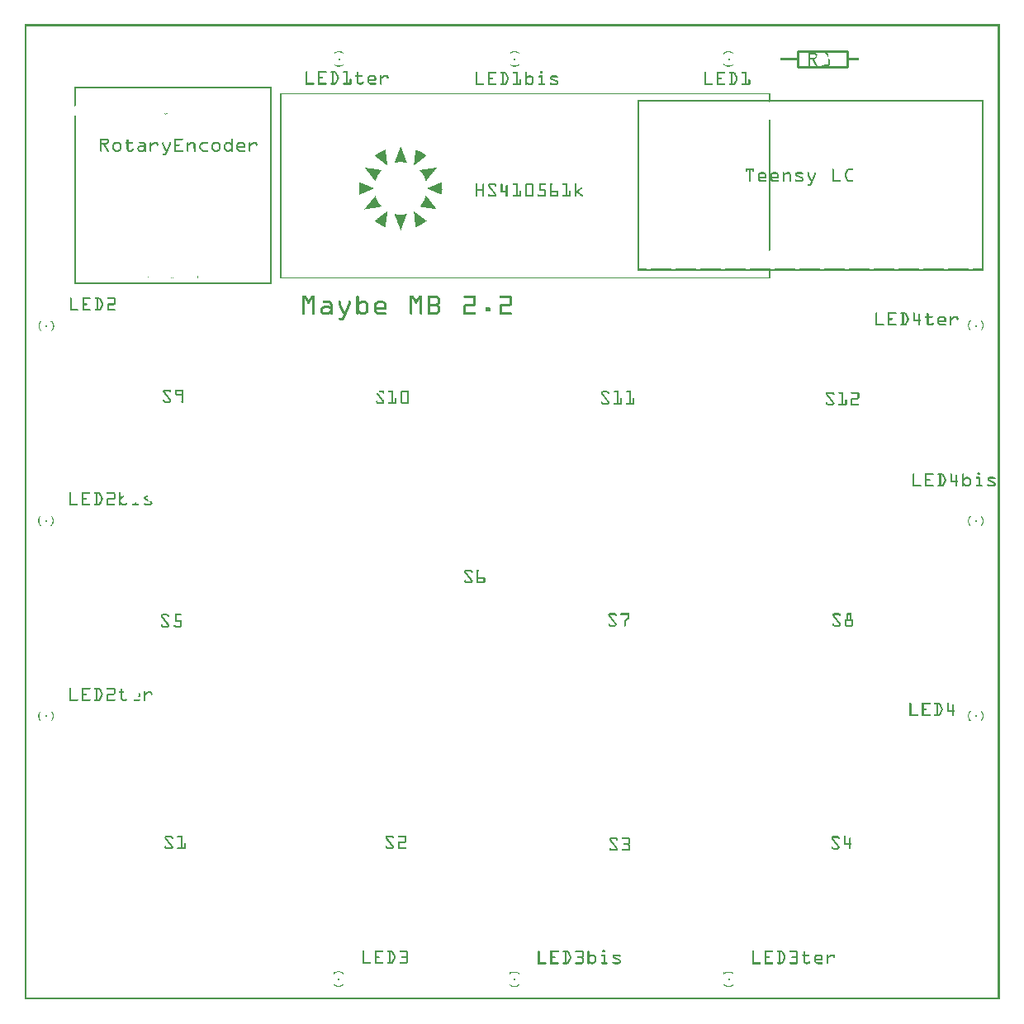
<source format=gto>
G04 MADE WITH FRITZING*
G04 WWW.FRITZING.ORG*
G04 DOUBLE SIDED*
G04 HOLES PLATED*
G04 CONTOUR ON CENTER OF CONTOUR VECTOR*
%ASAXBY*%
%FSLAX23Y23*%
%MOIN*%
%OFA0B0*%
%SFA1.0B1.0*%
%ADD10C,0.065278X0.0652778*%
%ADD11R,0.007874X0.007874*%
%ADD12C,0.010000*%
%ADD13C,0.005000*%
%ADD14R,0.001000X0.001000*%
%LNSILK1*%
G90*
G70*
G54D10*
X400Y1387D03*
X799Y1387D03*
X400Y486D03*
X800Y486D03*
X3100Y2286D03*
X3500Y2286D03*
X2200Y2287D03*
X2599Y2287D03*
X1300Y2286D03*
X1700Y2286D03*
X400Y2287D03*
X800Y2287D03*
X3100Y1386D03*
X3500Y1386D03*
X2200Y1387D03*
X2599Y1387D03*
X1300Y1386D03*
X1700Y1386D03*
X1301Y487D03*
X1700Y487D03*
X2200Y487D03*
X2600Y487D03*
X3100Y487D03*
X3499Y487D03*
G54D11*
X1270Y3797D03*
X87Y1933D03*
X2843Y3797D03*
X3840Y1145D03*
X3840Y1931D03*
X89Y2719D03*
X1268Y83D03*
X1979Y3797D03*
X3840Y2720D03*
X87Y1144D03*
X2843Y82D03*
X1978Y82D03*
G54D12*
X3120Y3830D02*
X3320Y3830D01*
D02*
X3320Y3830D02*
X3320Y3764D01*
D02*
X3320Y3764D02*
X3120Y3764D01*
D02*
X3120Y3764D02*
X3120Y3830D01*
G36*
X1518Y3444D02*
X1518Y3443D01*
X1518Y3443D01*
X1518Y3442D01*
X1517Y3442D01*
X1517Y3440D01*
X1517Y3440D01*
X1517Y3439D01*
X1516Y3439D01*
X1516Y3438D01*
X1516Y3438D01*
X1516Y3437D01*
X1515Y3437D01*
X1515Y3436D01*
X1515Y3436D01*
X1515Y3435D01*
X1514Y3435D01*
X1514Y3433D01*
X1514Y3433D01*
X1514Y3432D01*
X1513Y3432D01*
X1513Y3430D01*
X1513Y3430D01*
X1513Y3430D01*
X1513Y3430D01*
X1513Y3428D01*
X1512Y3428D01*
X1512Y3427D01*
X1512Y3427D01*
X1512Y3426D01*
X1511Y3426D01*
X1511Y3424D01*
X1511Y3424D01*
X1511Y3423D01*
X1510Y3423D01*
X1510Y3422D01*
X1510Y3422D01*
X1510Y3421D01*
X1509Y3421D01*
X1509Y3420D01*
X1509Y3420D01*
X1509Y3418D01*
X1508Y3418D01*
X1508Y3417D01*
X1508Y3417D01*
X1508Y3416D01*
X1507Y3416D01*
X1507Y3414D01*
X1507Y3414D01*
X1507Y3413D01*
X1506Y3413D01*
X1506Y3412D01*
X1506Y3412D01*
X1506Y3411D01*
X1505Y3411D01*
X1505Y3410D01*
X1505Y3410D01*
X1505Y3408D01*
X1504Y3408D01*
X1504Y3407D01*
X1504Y3407D01*
X1504Y3406D01*
X1504Y3406D01*
X1504Y3404D01*
X1503Y3404D01*
X1503Y3403D01*
X1503Y3403D01*
X1503Y3402D01*
X1502Y3402D01*
X1502Y3401D01*
X1502Y3401D01*
X1502Y3399D01*
X1501Y3399D01*
X1501Y3398D01*
X1501Y3398D01*
X1501Y3397D01*
X1500Y3397D01*
X1500Y3396D01*
X1500Y3396D01*
X1500Y3394D01*
X1499Y3394D01*
X1499Y3394D01*
X1499Y3394D01*
X1499Y3392D01*
X1498Y3392D01*
X1498Y3390D01*
X1498Y3390D01*
X1498Y3390D01*
X1497Y3390D01*
X1497Y3388D01*
X1497Y3388D01*
X1497Y3387D01*
X1496Y3387D01*
X1496Y3386D01*
X1496Y3386D01*
X1496Y3385D01*
X1495Y3385D01*
X1495Y3384D01*
X1495Y3384D01*
X1495Y3382D01*
X1495Y3382D01*
X1495Y3381D01*
X1519Y3381D01*
X1519Y3381D01*
X1528Y3381D01*
X1528Y3380D01*
X1532Y3380D01*
X1532Y3380D01*
X1536Y3380D01*
X1536Y3379D01*
X1538Y3379D01*
X1538Y3379D01*
X1540Y3379D01*
X1540Y3378D01*
X1543Y3378D01*
X1543Y3378D01*
X1543Y3378D01*
X1543Y3379D01*
X1544Y3379D01*
X1544Y3379D01*
X1543Y3379D01*
X1543Y3380D01*
X1543Y3380D01*
X1543Y3382D01*
X1542Y3382D01*
X1542Y3383D01*
X1542Y3383D01*
X1542Y3384D01*
X1541Y3384D01*
X1541Y3386D01*
X1541Y3386D01*
X1541Y3386D01*
X1540Y3386D01*
X1540Y3388D01*
X1540Y3388D01*
X1540Y3389D01*
X1539Y3389D01*
X1539Y3390D01*
X1539Y3390D01*
X1539Y3392D01*
X1539Y3392D01*
X1539Y3393D01*
X1538Y3393D01*
X1538Y3394D01*
X1538Y3394D01*
X1538Y3395D01*
X1537Y3395D01*
X1537Y3396D01*
X1537Y3396D01*
X1537Y3398D01*
X1536Y3398D01*
X1536Y3399D01*
X1536Y3399D01*
X1536Y3400D01*
X1535Y3400D01*
X1535Y3402D01*
X1535Y3402D01*
X1535Y3403D01*
X1534Y3403D01*
X1534Y3404D01*
X1534Y3404D01*
X1534Y3405D01*
X1533Y3405D01*
X1533Y3406D01*
X1533Y3406D01*
X1533Y3408D01*
X1532Y3408D01*
X1532Y3409D01*
X1532Y3409D01*
X1532Y3410D01*
X1531Y3410D01*
X1531Y3412D01*
X1531Y3412D01*
X1531Y3412D01*
X1530Y3412D01*
X1530Y3414D01*
X1530Y3414D01*
X1530Y3415D01*
X1530Y3415D01*
X1530Y3416D01*
X1529Y3416D01*
X1529Y3418D01*
X1529Y3418D01*
X1529Y3419D01*
X1528Y3419D01*
X1528Y3420D01*
X1528Y3420D01*
X1528Y3421D01*
X1527Y3421D01*
X1527Y3422D01*
X1527Y3422D01*
X1527Y3424D01*
X1526Y3424D01*
X1526Y3425D01*
X1526Y3425D01*
X1526Y3426D01*
X1525Y3426D01*
X1525Y3427D01*
X1525Y3427D01*
X1525Y3429D01*
X1524Y3429D01*
X1524Y3430D01*
X1524Y3430D01*
X1524Y3431D01*
X1523Y3431D01*
X1523Y3432D01*
X1523Y3432D01*
X1523Y3434D01*
X1522Y3434D01*
X1522Y3435D01*
X1522Y3435D01*
X1522Y3436D01*
X1521Y3436D01*
X1521Y3437D01*
X1521Y3437D01*
X1521Y3438D01*
X1521Y3438D01*
X1521Y3440D01*
X1520Y3440D01*
X1520Y3441D01*
X1520Y3441D01*
X1520Y3442D01*
X1519Y3442D01*
X1519Y3443D01*
X1519Y3443D01*
X1519Y3444D01*
X1518Y3444D01*
G37*
D02*
G36*
X1495Y3381D02*
X1495Y3381D01*
X1494Y3381D01*
X1494Y3379D01*
X1494Y3379D01*
X1494Y3378D01*
X1494Y3378D01*
X1494Y3378D01*
X1496Y3378D01*
X1496Y3379D01*
X1498Y3379D01*
X1498Y3379D01*
X1502Y3379D01*
X1502Y3380D01*
X1504Y3380D01*
X1504Y3380D01*
X1509Y3380D01*
X1509Y3381D01*
X1517Y3381D01*
X1517Y3381D01*
X1495Y3381D01*
G37*
D02*
G36*
X1517Y3381D02*
X1517Y3381D01*
X1518Y3381D01*
X1518Y3381D01*
X1517Y3381D01*
G37*
D02*
G36*
X1535Y3380D02*
X1535Y3379D01*
X1536Y3379D01*
X1536Y3380D01*
X1535Y3380D01*
G37*
D02*
G36*
X1456Y3431D02*
X1456Y3431D01*
X1455Y3431D01*
X1455Y3430D01*
X1454Y3430D01*
X1454Y3430D01*
X1452Y3430D01*
X1452Y3430D01*
X1451Y3430D01*
X1451Y3429D01*
X1451Y3429D01*
X1451Y3429D01*
X1449Y3429D01*
X1449Y3428D01*
X1449Y3428D01*
X1449Y3428D01*
X1447Y3428D01*
X1447Y3427D01*
X1446Y3427D01*
X1446Y3427D01*
X1445Y3427D01*
X1445Y3426D01*
X1444Y3426D01*
X1444Y3426D01*
X1443Y3426D01*
X1443Y3425D01*
X1442Y3425D01*
X1442Y3425D01*
X1442Y3425D01*
X1442Y3424D01*
X1441Y3424D01*
X1441Y3424D01*
X1440Y3424D01*
X1440Y3423D01*
X1439Y3423D01*
X1439Y3423D01*
X1438Y3423D01*
X1438Y3422D01*
X1437Y3422D01*
X1437Y3422D01*
X1436Y3422D01*
X1436Y3421D01*
X1435Y3421D01*
X1435Y3421D01*
X1434Y3421D01*
X1434Y3421D01*
X1434Y3421D01*
X1434Y3420D01*
X1433Y3420D01*
X1433Y3420D01*
X1432Y3420D01*
X1432Y3419D01*
X1431Y3419D01*
X1431Y3419D01*
X1431Y3419D01*
X1431Y3418D01*
X1430Y3418D01*
X1430Y3418D01*
X1429Y3418D01*
X1429Y3417D01*
X1428Y3417D01*
X1428Y3417D01*
X1428Y3417D01*
X1428Y3416D01*
X1427Y3416D01*
X1427Y3416D01*
X1426Y3416D01*
X1426Y3415D01*
X1425Y3415D01*
X1425Y3415D01*
X1425Y3415D01*
X1425Y3414D01*
X1424Y3414D01*
X1424Y3414D01*
X1423Y3414D01*
X1423Y3413D01*
X1423Y3413D01*
X1423Y3413D01*
X1422Y3413D01*
X1422Y3412D01*
X1421Y3412D01*
X1421Y3412D01*
X1420Y3412D01*
X1420Y3412D01*
X1420Y3412D01*
X1420Y3411D01*
X1419Y3411D01*
X1419Y3411D01*
X1418Y3411D01*
X1418Y3410D01*
X1418Y3410D01*
X1418Y3410D01*
X1417Y3410D01*
X1417Y3409D01*
X1416Y3409D01*
X1416Y3409D01*
X1416Y3409D01*
X1416Y3408D01*
X1416Y3408D01*
X1416Y3408D01*
X1415Y3408D01*
X1415Y3407D01*
X1414Y3407D01*
X1414Y3407D01*
X1414Y3407D01*
X1414Y3406D01*
X1414Y3406D01*
X1414Y3406D01*
X1415Y3406D01*
X1415Y3405D01*
X1415Y3405D01*
X1415Y3405D01*
X1416Y3405D01*
X1416Y3404D01*
X1416Y3404D01*
X1416Y3404D01*
X1417Y3404D01*
X1417Y3403D01*
X1417Y3403D01*
X1417Y3403D01*
X1418Y3403D01*
X1418Y3403D01*
X1418Y3403D01*
X1418Y3402D01*
X1419Y3402D01*
X1419Y3402D01*
X1420Y3402D01*
X1420Y3401D01*
X1421Y3401D01*
X1421Y3401D01*
X1421Y3401D01*
X1421Y3400D01*
X1422Y3400D01*
X1422Y3400D01*
X1422Y3400D01*
X1422Y3399D01*
X1423Y3399D01*
X1423Y3399D01*
X1424Y3399D01*
X1424Y3398D01*
X1424Y3398D01*
X1424Y3398D01*
X1425Y3398D01*
X1425Y3397D01*
X1425Y3397D01*
X1425Y3397D01*
X1426Y3397D01*
X1426Y3396D01*
X1427Y3396D01*
X1427Y3396D01*
X1427Y3396D01*
X1427Y3395D01*
X1428Y3395D01*
X1428Y3395D01*
X1429Y3395D01*
X1429Y3394D01*
X1429Y3394D01*
X1429Y3394D01*
X1430Y3394D01*
X1430Y3394D01*
X1430Y3394D01*
X1430Y3393D01*
X1431Y3393D01*
X1431Y3393D01*
X1432Y3393D01*
X1432Y3392D01*
X1432Y3392D01*
X1432Y3392D01*
X1433Y3392D01*
X1433Y3391D01*
X1434Y3391D01*
X1434Y3391D01*
X1434Y3391D01*
X1434Y3390D01*
X1434Y3390D01*
X1434Y3390D01*
X1435Y3390D01*
X1435Y3389D01*
X1436Y3389D01*
X1436Y3389D01*
X1436Y3389D01*
X1436Y3388D01*
X1437Y3388D01*
X1437Y3388D01*
X1438Y3388D01*
X1438Y3387D01*
X1438Y3387D01*
X1438Y3387D01*
X1439Y3387D01*
X1439Y3386D01*
X1440Y3386D01*
X1440Y3386D01*
X1440Y3386D01*
X1440Y3386D01*
X1441Y3386D01*
X1441Y3385D01*
X1441Y3385D01*
X1441Y3385D01*
X1442Y3385D01*
X1442Y3384D01*
X1442Y3384D01*
X1442Y3384D01*
X1443Y3384D01*
X1443Y3383D01*
X1444Y3383D01*
X1444Y3383D01*
X1444Y3383D01*
X1444Y3382D01*
X1445Y3382D01*
X1445Y3382D01*
X1446Y3382D01*
X1446Y3381D01*
X1446Y3381D01*
X1446Y3381D01*
X1447Y3381D01*
X1447Y3380D01*
X1448Y3380D01*
X1448Y3380D01*
X1448Y3380D01*
X1448Y3379D01*
X1449Y3379D01*
X1449Y3379D01*
X1450Y3379D01*
X1450Y3378D01*
X1450Y3378D01*
X1450Y3378D01*
X1451Y3378D01*
X1451Y3377D01*
X1451Y3377D01*
X1451Y3377D01*
X1452Y3377D01*
X1452Y3377D01*
X1452Y3377D01*
X1452Y3376D01*
X1453Y3376D01*
X1453Y3376D01*
X1454Y3376D01*
X1454Y3375D01*
X1454Y3375D01*
X1454Y3375D01*
X1455Y3375D01*
X1455Y3374D01*
X1456Y3374D01*
X1456Y3374D01*
X1456Y3374D01*
X1456Y3373D01*
X1457Y3373D01*
X1457Y3373D01*
X1458Y3373D01*
X1458Y3372D01*
X1458Y3372D01*
X1458Y3372D01*
X1459Y3372D01*
X1459Y3371D01*
X1460Y3371D01*
X1460Y3371D01*
X1460Y3371D01*
X1460Y3370D01*
X1460Y3370D01*
X1460Y3370D01*
X1461Y3370D01*
X1461Y3369D01*
X1462Y3369D01*
X1462Y3369D01*
X1462Y3369D01*
X1462Y3368D01*
X1463Y3368D01*
X1463Y3368D01*
X1463Y3368D01*
X1463Y3368D01*
X1464Y3368D01*
X1464Y3367D01*
X1465Y3367D01*
X1465Y3367D01*
X1465Y3367D01*
X1465Y3369D01*
X1465Y3369D01*
X1465Y3373D01*
X1464Y3373D01*
X1464Y3376D01*
X1464Y3376D01*
X1464Y3380D01*
X1463Y3380D01*
X1463Y3384D01*
X1463Y3384D01*
X1463Y3387D01*
X1462Y3387D01*
X1462Y3390D01*
X1462Y3390D01*
X1462Y3394D01*
X1461Y3394D01*
X1461Y3398D01*
X1461Y3398D01*
X1461Y3401D01*
X1460Y3401D01*
X1460Y3405D01*
X1460Y3405D01*
X1460Y3408D01*
X1460Y3408D01*
X1460Y3412D01*
X1459Y3412D01*
X1459Y3415D01*
X1459Y3415D01*
X1459Y3419D01*
X1458Y3419D01*
X1458Y3423D01*
X1458Y3423D01*
X1458Y3426D01*
X1457Y3426D01*
X1457Y3426D01*
X1458Y3426D01*
X1458Y3427D01*
X1457Y3427D01*
X1457Y3430D01*
X1457Y3430D01*
X1457Y3431D01*
X1456Y3431D01*
G37*
D02*
G36*
X1580Y3431D02*
X1580Y3430D01*
X1579Y3430D01*
X1579Y3428D01*
X1579Y3428D01*
X1579Y3424D01*
X1578Y3424D01*
X1578Y3421D01*
X1578Y3421D01*
X1578Y3417D01*
X1577Y3417D01*
X1577Y3413D01*
X1577Y3413D01*
X1577Y3410D01*
X1576Y3410D01*
X1576Y3410D01*
X1577Y3410D01*
X1577Y3409D01*
X1576Y3409D01*
X1576Y3406D01*
X1576Y3406D01*
X1576Y3403D01*
X1575Y3403D01*
X1575Y3402D01*
X1576Y3402D01*
X1576Y3402D01*
X1575Y3402D01*
X1575Y3399D01*
X1575Y3399D01*
X1575Y3395D01*
X1574Y3395D01*
X1574Y3392D01*
X1574Y3392D01*
X1574Y3388D01*
X1574Y3388D01*
X1574Y3385D01*
X1573Y3385D01*
X1573Y3382D01*
X1573Y3382D01*
X1573Y3378D01*
X1572Y3378D01*
X1572Y3374D01*
X1572Y3374D01*
X1572Y3370D01*
X1571Y3370D01*
X1571Y3367D01*
X1572Y3367D01*
X1572Y3368D01*
X1573Y3368D01*
X1573Y3368D01*
X1574Y3368D01*
X1574Y3368D01*
X1574Y3368D01*
X1574Y3369D01*
X1574Y3369D01*
X1574Y3369D01*
X1575Y3369D01*
X1575Y3370D01*
X1575Y3370D01*
X1575Y3370D01*
X1576Y3370D01*
X1576Y3371D01*
X1577Y3371D01*
X1577Y3371D01*
X1578Y3371D01*
X1578Y3372D01*
X1578Y3372D01*
X1578Y3372D01*
X1579Y3372D01*
X1579Y3373D01*
X1579Y3373D01*
X1579Y3373D01*
X1580Y3373D01*
X1580Y3374D01*
X1581Y3374D01*
X1581Y3374D01*
X1582Y3374D01*
X1582Y3375D01*
X1582Y3375D01*
X1582Y3375D01*
X1583Y3375D01*
X1583Y3376D01*
X1583Y3376D01*
X1583Y3376D01*
X1584Y3376D01*
X1584Y3377D01*
X1584Y3377D01*
X1584Y3377D01*
X1585Y3377D01*
X1585Y3377D01*
X1586Y3377D01*
X1586Y3378D01*
X1587Y3378D01*
X1587Y3379D01*
X1587Y3379D01*
X1587Y3379D01*
X1588Y3379D01*
X1588Y3380D01*
X1589Y3380D01*
X1589Y3380D01*
X1589Y3380D01*
X1589Y3381D01*
X1590Y3381D01*
X1590Y3381D01*
X1591Y3381D01*
X1591Y3382D01*
X1591Y3382D01*
X1591Y3382D01*
X1592Y3382D01*
X1592Y3383D01*
X1592Y3383D01*
X1592Y3383D01*
X1593Y3383D01*
X1593Y3384D01*
X1593Y3384D01*
X1593Y3384D01*
X1594Y3384D01*
X1594Y3385D01*
X1595Y3385D01*
X1595Y3385D01*
X1595Y3385D01*
X1595Y3386D01*
X1596Y3386D01*
X1596Y3386D01*
X1597Y3386D01*
X1597Y3386D01*
X1597Y3386D01*
X1597Y3387D01*
X1598Y3387D01*
X1598Y3388D01*
X1599Y3388D01*
X1599Y3388D01*
X1600Y3388D01*
X1600Y3389D01*
X1600Y3389D01*
X1600Y3389D01*
X1601Y3389D01*
X1601Y3390D01*
X1601Y3390D01*
X1601Y3390D01*
X1602Y3390D01*
X1602Y3391D01*
X1603Y3391D01*
X1603Y3391D01*
X1603Y3391D01*
X1603Y3392D01*
X1604Y3392D01*
X1604Y3392D01*
X1605Y3392D01*
X1605Y3393D01*
X1605Y3393D01*
X1605Y3393D01*
X1606Y3393D01*
X1606Y3394D01*
X1606Y3394D01*
X1606Y3394D01*
X1607Y3394D01*
X1607Y3394D01*
X1608Y3394D01*
X1608Y3395D01*
X1609Y3395D01*
X1609Y3395D01*
X1609Y3395D01*
X1609Y3396D01*
X1609Y3396D01*
X1609Y3396D01*
X1610Y3396D01*
X1610Y3397D01*
X1611Y3397D01*
X1611Y3397D01*
X1611Y3397D01*
X1611Y3398D01*
X1612Y3398D01*
X1612Y3398D01*
X1613Y3398D01*
X1613Y3399D01*
X1613Y3399D01*
X1613Y3399D01*
X1614Y3399D01*
X1614Y3400D01*
X1615Y3400D01*
X1615Y3400D01*
X1615Y3400D01*
X1615Y3401D01*
X1616Y3401D01*
X1616Y3401D01*
X1616Y3401D01*
X1616Y3402D01*
X1617Y3402D01*
X1617Y3402D01*
X1618Y3402D01*
X1618Y3403D01*
X1618Y3403D01*
X1618Y3403D01*
X1618Y3403D01*
X1618Y3403D01*
X1619Y3403D01*
X1619Y3404D01*
X1620Y3404D01*
X1620Y3404D01*
X1621Y3404D01*
X1621Y3405D01*
X1621Y3405D01*
X1621Y3405D01*
X1622Y3405D01*
X1622Y3406D01*
X1622Y3406D01*
X1622Y3406D01*
X1623Y3406D01*
X1623Y3407D01*
X1622Y3407D01*
X1622Y3407D01*
X1622Y3407D01*
X1622Y3408D01*
X1621Y3408D01*
X1621Y3408D01*
X1620Y3408D01*
X1620Y3409D01*
X1620Y3409D01*
X1620Y3409D01*
X1619Y3409D01*
X1619Y3410D01*
X1618Y3410D01*
X1618Y3410D01*
X1618Y3410D01*
X1618Y3411D01*
X1617Y3411D01*
X1617Y3411D01*
X1617Y3411D01*
X1617Y3412D01*
X1616Y3412D01*
X1616Y3412D01*
X1616Y3412D01*
X1616Y3412D01*
X1615Y3412D01*
X1615Y3413D01*
X1614Y3413D01*
X1614Y3413D01*
X1613Y3413D01*
X1613Y3414D01*
X1613Y3414D01*
X1613Y3414D01*
X1612Y3414D01*
X1612Y3415D01*
X1611Y3415D01*
X1611Y3415D01*
X1610Y3415D01*
X1610Y3416D01*
X1610Y3416D01*
X1610Y3416D01*
X1609Y3416D01*
X1609Y3417D01*
X1609Y3417D01*
X1609Y3417D01*
X1608Y3417D01*
X1608Y3418D01*
X1607Y3418D01*
X1607Y3418D01*
X1606Y3418D01*
X1606Y3419D01*
X1605Y3419D01*
X1605Y3419D01*
X1604Y3419D01*
X1604Y3420D01*
X1604Y3420D01*
X1604Y3420D01*
X1603Y3420D01*
X1603Y3421D01*
X1602Y3421D01*
X1602Y3421D01*
X1601Y3421D01*
X1601Y3421D01*
X1600Y3421D01*
X1600Y3422D01*
X1600Y3422D01*
X1600Y3422D01*
X1599Y3422D01*
X1599Y3423D01*
X1598Y3423D01*
X1598Y3423D01*
X1597Y3423D01*
X1597Y3424D01*
X1596Y3424D01*
X1596Y3424D01*
X1595Y3424D01*
X1595Y3425D01*
X1594Y3425D01*
X1594Y3425D01*
X1593Y3425D01*
X1593Y3426D01*
X1592Y3426D01*
X1592Y3426D01*
X1591Y3426D01*
X1591Y3427D01*
X1590Y3427D01*
X1590Y3427D01*
X1589Y3427D01*
X1589Y3428D01*
X1588Y3428D01*
X1588Y3428D01*
X1587Y3428D01*
X1587Y3429D01*
X1586Y3429D01*
X1586Y3429D01*
X1585Y3429D01*
X1585Y3430D01*
X1584Y3430D01*
X1584Y3430D01*
X1583Y3430D01*
X1583Y3430D01*
X1582Y3430D01*
X1582Y3431D01*
X1580Y3431D01*
G37*
D02*
G36*
X1372Y3359D02*
X1372Y3359D01*
X1372Y3359D01*
X1372Y3359D01*
X1373Y3359D01*
X1373Y3358D01*
X1373Y3358D01*
X1373Y3357D01*
X1374Y3357D01*
X1374Y3357D01*
X1374Y3357D01*
X1374Y3356D01*
X1375Y3356D01*
X1375Y3356D01*
X1375Y3356D01*
X1375Y3355D01*
X1376Y3355D01*
X1376Y3354D01*
X1376Y3354D01*
X1376Y3354D01*
X1377Y3354D01*
X1377Y3353D01*
X1377Y3353D01*
X1377Y3353D01*
X1378Y3353D01*
X1378Y3352D01*
X1418Y3352D01*
X1418Y3352D01*
X1416Y3352D01*
X1416Y3353D01*
X1413Y3353D01*
X1413Y3353D01*
X1410Y3353D01*
X1410Y3354D01*
X1407Y3354D01*
X1407Y3354D01*
X1404Y3354D01*
X1404Y3355D01*
X1401Y3355D01*
X1401Y3355D01*
X1398Y3355D01*
X1398Y3356D01*
X1396Y3356D01*
X1396Y3356D01*
X1392Y3356D01*
X1392Y3357D01*
X1390Y3357D01*
X1390Y3357D01*
X1386Y3357D01*
X1386Y3358D01*
X1384Y3358D01*
X1384Y3358D01*
X1381Y3358D01*
X1381Y3359D01*
X1378Y3359D01*
X1378Y3359D01*
X1375Y3359D01*
X1375Y3359D01*
X1372Y3359D01*
G37*
D02*
G36*
X1419Y3352D02*
X1419Y3352D01*
X1419Y3352D01*
X1419Y3352D01*
X1419Y3352D01*
G37*
D02*
G36*
X1378Y3352D02*
X1378Y3351D01*
X1422Y3351D01*
X1422Y3352D01*
X1378Y3352D01*
G37*
D02*
G36*
X1378Y3352D02*
X1378Y3351D01*
X1422Y3351D01*
X1422Y3352D01*
X1378Y3352D01*
G37*
D02*
G36*
X1379Y3351D02*
X1379Y3351D01*
X1379Y3351D01*
X1379Y3351D01*
X1380Y3351D01*
X1380Y3350D01*
X1380Y3350D01*
X1380Y3349D01*
X1381Y3349D01*
X1381Y3349D01*
X1381Y3349D01*
X1381Y3348D01*
X1381Y3348D01*
X1381Y3348D01*
X1382Y3348D01*
X1382Y3347D01*
X1382Y3347D01*
X1382Y3346D01*
X1383Y3346D01*
X1383Y3346D01*
X1383Y3346D01*
X1383Y3345D01*
X1384Y3345D01*
X1384Y3344D01*
X1384Y3344D01*
X1384Y3344D01*
X1385Y3344D01*
X1385Y3343D01*
X1385Y3343D01*
X1385Y3343D01*
X1386Y3343D01*
X1386Y3342D01*
X1386Y3342D01*
X1386Y3342D01*
X1387Y3342D01*
X1387Y3341D01*
X1387Y3341D01*
X1387Y3341D01*
X1388Y3341D01*
X1388Y3340D01*
X1388Y3340D01*
X1388Y3339D01*
X1389Y3339D01*
X1389Y3339D01*
X1389Y3339D01*
X1389Y3338D01*
X1390Y3338D01*
X1390Y3337D01*
X1390Y3337D01*
X1390Y3337D01*
X1390Y3337D01*
X1390Y3336D01*
X1391Y3336D01*
X1391Y3336D01*
X1391Y3336D01*
X1391Y3335D01*
X1392Y3335D01*
X1392Y3334D01*
X1392Y3334D01*
X1392Y3334D01*
X1393Y3334D01*
X1393Y3333D01*
X1393Y3333D01*
X1393Y3333D01*
X1394Y3333D01*
X1394Y3332D01*
X1394Y3332D01*
X1394Y3332D01*
X1395Y3332D01*
X1395Y3331D01*
X1395Y3331D01*
X1395Y3331D01*
X1396Y3331D01*
X1396Y3330D01*
X1396Y3330D01*
X1396Y3329D01*
X1397Y3329D01*
X1397Y3329D01*
X1397Y3329D01*
X1397Y3328D01*
X1398Y3328D01*
X1398Y3328D01*
X1398Y3328D01*
X1398Y3327D01*
X1398Y3327D01*
X1398Y3326D01*
X1399Y3326D01*
X1399Y3326D01*
X1399Y3326D01*
X1399Y3325D01*
X1400Y3325D01*
X1400Y3324D01*
X1400Y3324D01*
X1400Y3324D01*
X1401Y3324D01*
X1401Y3324D01*
X1401Y3324D01*
X1401Y3323D01*
X1402Y3323D01*
X1402Y3322D01*
X1402Y3322D01*
X1402Y3322D01*
X1403Y3322D01*
X1403Y3321D01*
X1403Y3321D01*
X1403Y3321D01*
X1404Y3321D01*
X1404Y3320D01*
X1404Y3320D01*
X1404Y3320D01*
X1405Y3320D01*
X1405Y3319D01*
X1405Y3319D01*
X1405Y3318D01*
X1406Y3318D01*
X1406Y3318D01*
X1406Y3318D01*
X1406Y3317D01*
X1407Y3317D01*
X1407Y3316D01*
X1407Y3316D01*
X1407Y3316D01*
X1407Y3316D01*
X1407Y3315D01*
X1408Y3315D01*
X1408Y3315D01*
X1408Y3315D01*
X1408Y3315D01*
X1409Y3315D01*
X1409Y3314D01*
X1409Y3314D01*
X1409Y3313D01*
X1410Y3313D01*
X1410Y3313D01*
X1410Y3313D01*
X1410Y3312D01*
X1411Y3312D01*
X1411Y3311D01*
X1411Y3311D01*
X1411Y3311D01*
X1412Y3311D01*
X1412Y3310D01*
X1412Y3310D01*
X1412Y3309D01*
X1413Y3309D01*
X1413Y3309D01*
X1413Y3309D01*
X1413Y3308D01*
X1414Y3308D01*
X1414Y3308D01*
X1414Y3308D01*
X1414Y3307D01*
X1415Y3307D01*
X1415Y3307D01*
X1415Y3307D01*
X1415Y3306D01*
X1416Y3306D01*
X1416Y3306D01*
X1416Y3306D01*
X1416Y3305D01*
X1417Y3305D01*
X1417Y3307D01*
X1417Y3307D01*
X1417Y3308D01*
X1418Y3308D01*
X1418Y3310D01*
X1418Y3310D01*
X1418Y3311D01*
X1419Y3311D01*
X1419Y3312D01*
X1419Y3312D01*
X1419Y3313D01*
X1420Y3313D01*
X1420Y3315D01*
X1420Y3315D01*
X1420Y3316D01*
X1421Y3316D01*
X1421Y3317D01*
X1421Y3317D01*
X1421Y3318D01*
X1422Y3318D01*
X1422Y3319D01*
X1422Y3319D01*
X1422Y3320D01*
X1423Y3320D01*
X1423Y3321D01*
X1423Y3321D01*
X1423Y3322D01*
X1424Y3322D01*
X1424Y3323D01*
X1424Y3323D01*
X1424Y3324D01*
X1425Y3324D01*
X1425Y3324D01*
X1425Y3324D01*
X1425Y3326D01*
X1425Y3326D01*
X1425Y3326D01*
X1426Y3326D01*
X1426Y3327D01*
X1426Y3327D01*
X1426Y3328D01*
X1427Y3328D01*
X1427Y3329D01*
X1427Y3329D01*
X1427Y3330D01*
X1428Y3330D01*
X1428Y3331D01*
X1428Y3331D01*
X1428Y3331D01*
X1429Y3331D01*
X1429Y3332D01*
X1429Y3332D01*
X1429Y3333D01*
X1430Y3333D01*
X1430Y3333D01*
X1430Y3333D01*
X1430Y3334D01*
X1431Y3334D01*
X1431Y3335D01*
X1431Y3335D01*
X1431Y3335D01*
X1432Y3335D01*
X1432Y3336D01*
X1432Y3336D01*
X1432Y3337D01*
X1433Y3337D01*
X1433Y3338D01*
X1433Y3338D01*
X1433Y3338D01*
X1434Y3338D01*
X1434Y3339D01*
X1434Y3339D01*
X1434Y3340D01*
X1434Y3340D01*
X1434Y3340D01*
X1435Y3340D01*
X1435Y3341D01*
X1435Y3341D01*
X1435Y3342D01*
X1436Y3342D01*
X1436Y3342D01*
X1436Y3342D01*
X1436Y3342D01*
X1437Y3342D01*
X1437Y3343D01*
X1437Y3343D01*
X1437Y3344D01*
X1438Y3344D01*
X1438Y3344D01*
X1438Y3344D01*
X1438Y3345D01*
X1439Y3345D01*
X1439Y3345D01*
X1439Y3345D01*
X1439Y3346D01*
X1440Y3346D01*
X1440Y3346D01*
X1440Y3346D01*
X1440Y3347D01*
X1441Y3347D01*
X1441Y3347D01*
X1441Y3347D01*
X1441Y3348D01*
X1442Y3348D01*
X1442Y3349D01*
X1439Y3349D01*
X1439Y3349D01*
X1436Y3349D01*
X1436Y3350D01*
X1434Y3350D01*
X1434Y3350D01*
X1431Y3350D01*
X1431Y3351D01*
X1428Y3351D01*
X1428Y3351D01*
X1425Y3351D01*
X1425Y3351D01*
X1379Y3351D01*
G37*
D02*
G36*
X1662Y3359D02*
X1662Y3359D01*
X1659Y3359D01*
X1659Y3359D01*
X1657Y3359D01*
X1657Y3358D01*
X1653Y3358D01*
X1653Y3358D01*
X1651Y3358D01*
X1651Y3357D01*
X1647Y3357D01*
X1647Y3357D01*
X1644Y3357D01*
X1644Y3356D01*
X1642Y3356D01*
X1642Y3356D01*
X1638Y3356D01*
X1638Y3355D01*
X1636Y3355D01*
X1636Y3355D01*
X1633Y3355D01*
X1633Y3354D01*
X1630Y3354D01*
X1630Y3354D01*
X1627Y3354D01*
X1627Y3353D01*
X1624Y3353D01*
X1624Y3353D01*
X1621Y3353D01*
X1621Y3352D01*
X1618Y3352D01*
X1618Y3352D01*
X1615Y3352D01*
X1615Y3351D01*
X1612Y3351D01*
X1612Y3351D01*
X1609Y3351D01*
X1609Y3351D01*
X1606Y3351D01*
X1606Y3350D01*
X1603Y3350D01*
X1603Y3350D01*
X1600Y3350D01*
X1600Y3349D01*
X1598Y3349D01*
X1598Y3349D01*
X1596Y3349D01*
X1596Y3348D01*
X1595Y3348D01*
X1595Y3348D01*
X1596Y3348D01*
X1596Y3347D01*
X1596Y3347D01*
X1596Y3347D01*
X1597Y3347D01*
X1597Y3346D01*
X1597Y3346D01*
X1597Y3345D01*
X1598Y3345D01*
X1598Y3345D01*
X1598Y3345D01*
X1598Y3344D01*
X1599Y3344D01*
X1599Y3344D01*
X1599Y3344D01*
X1599Y3343D01*
X1600Y3343D01*
X1600Y3343D01*
X1600Y3343D01*
X1600Y3342D01*
X1600Y3342D01*
X1600Y3342D01*
X1601Y3342D01*
X1601Y3341D01*
X1601Y3341D01*
X1601Y3341D01*
X1602Y3341D01*
X1602Y3340D01*
X1602Y3340D01*
X1602Y3339D01*
X1603Y3339D01*
X1603Y3339D01*
X1603Y3339D01*
X1603Y3338D01*
X1604Y3338D01*
X1604Y3337D01*
X1604Y3337D01*
X1604Y3337D01*
X1605Y3337D01*
X1605Y3336D01*
X1605Y3336D01*
X1605Y3335D01*
X1606Y3335D01*
X1606Y3335D01*
X1606Y3335D01*
X1606Y3334D01*
X1607Y3334D01*
X1607Y3333D01*
X1607Y3333D01*
X1607Y3333D01*
X1608Y3333D01*
X1608Y3332D01*
X1608Y3332D01*
X1608Y3331D01*
X1609Y3331D01*
X1609Y3330D01*
X1609Y3330D01*
X1609Y3329D01*
X1609Y3329D01*
X1609Y3329D01*
X1610Y3329D01*
X1610Y3328D01*
X1610Y3328D01*
X1610Y3327D01*
X1611Y3327D01*
X1611Y3326D01*
X1611Y3326D01*
X1611Y3325D01*
X1612Y3325D01*
X1612Y3324D01*
X1612Y3324D01*
X1612Y3324D01*
X1613Y3324D01*
X1613Y3323D01*
X1613Y3323D01*
X1613Y3322D01*
X1614Y3322D01*
X1614Y3321D01*
X1614Y3321D01*
X1614Y3320D01*
X1615Y3320D01*
X1615Y3318D01*
X1615Y3318D01*
X1615Y3317D01*
X1616Y3317D01*
X1616Y3316D01*
X1616Y3316D01*
X1616Y3315D01*
X1617Y3315D01*
X1617Y3314D01*
X1617Y3314D01*
X1617Y3313D01*
X1618Y3313D01*
X1618Y3312D01*
X1618Y3312D01*
X1618Y3310D01*
X1618Y3310D01*
X1618Y3309D01*
X1619Y3309D01*
X1619Y3307D01*
X1619Y3307D01*
X1619Y3306D01*
X1620Y3306D01*
X1620Y3305D01*
X1621Y3305D01*
X1621Y3306D01*
X1622Y3306D01*
X1622Y3307D01*
X1622Y3307D01*
X1622Y3307D01*
X1623Y3307D01*
X1623Y3307D01*
X1623Y3307D01*
X1623Y3308D01*
X1624Y3308D01*
X1624Y3309D01*
X1624Y3309D01*
X1624Y3309D01*
X1625Y3309D01*
X1625Y3310D01*
X1625Y3310D01*
X1625Y3310D01*
X1626Y3310D01*
X1626Y3311D01*
X1626Y3311D01*
X1626Y3312D01*
X1627Y3312D01*
X1627Y3312D01*
X1627Y3312D01*
X1627Y3313D01*
X1627Y3313D01*
X1627Y3313D01*
X1628Y3313D01*
X1628Y3314D01*
X1628Y3314D01*
X1628Y3315D01*
X1629Y3315D01*
X1629Y3315D01*
X1629Y3315D01*
X1629Y3316D01*
X1630Y3316D01*
X1630Y3316D01*
X1630Y3316D01*
X1630Y3317D01*
X1631Y3317D01*
X1631Y3317D01*
X1631Y3317D01*
X1631Y3318D01*
X1632Y3318D01*
X1632Y3319D01*
X1632Y3319D01*
X1632Y3319D01*
X1633Y3319D01*
X1633Y3320D01*
X1633Y3320D01*
X1633Y3320D01*
X1634Y3320D01*
X1634Y3321D01*
X1634Y3321D01*
X1634Y3322D01*
X1635Y3322D01*
X1635Y3322D01*
X1635Y3322D01*
X1635Y3323D01*
X1636Y3323D01*
X1636Y3324D01*
X1636Y3324D01*
X1636Y3324D01*
X1636Y3324D01*
X1636Y3324D01*
X1637Y3324D01*
X1637Y3325D01*
X1637Y3325D01*
X1637Y3325D01*
X1638Y3325D01*
X1638Y3326D01*
X1638Y3326D01*
X1638Y3327D01*
X1639Y3327D01*
X1639Y3327D01*
X1639Y3327D01*
X1639Y3328D01*
X1640Y3328D01*
X1640Y3329D01*
X1640Y3329D01*
X1640Y3329D01*
X1641Y3329D01*
X1641Y3330D01*
X1641Y3330D01*
X1641Y3330D01*
X1642Y3330D01*
X1642Y3331D01*
X1642Y3331D01*
X1642Y3332D01*
X1643Y3332D01*
X1643Y3332D01*
X1643Y3332D01*
X1643Y3333D01*
X1644Y3333D01*
X1644Y3333D01*
X1644Y3333D01*
X1644Y3334D01*
X1644Y3334D01*
X1644Y3334D01*
X1645Y3334D01*
X1645Y3335D01*
X1645Y3335D01*
X1645Y3335D01*
X1646Y3335D01*
X1646Y3336D01*
X1646Y3336D01*
X1646Y3337D01*
X1647Y3337D01*
X1647Y3337D01*
X1647Y3337D01*
X1647Y3338D01*
X1648Y3338D01*
X1648Y3338D01*
X1648Y3338D01*
X1648Y3339D01*
X1649Y3339D01*
X1649Y3340D01*
X1649Y3340D01*
X1649Y3341D01*
X1650Y3341D01*
X1650Y3342D01*
X1651Y3342D01*
X1651Y3342D01*
X1651Y3342D01*
X1651Y3342D01*
X1652Y3342D01*
X1652Y3343D01*
X1652Y3343D01*
X1652Y3343D01*
X1653Y3343D01*
X1653Y3344D01*
X1653Y3344D01*
X1653Y3345D01*
X1654Y3345D01*
X1654Y3346D01*
X1654Y3346D01*
X1654Y3347D01*
X1655Y3347D01*
X1655Y3347D01*
X1655Y3347D01*
X1655Y3348D01*
X1656Y3348D01*
X1656Y3348D01*
X1656Y3348D01*
X1656Y3349D01*
X1657Y3349D01*
X1657Y3350D01*
X1657Y3350D01*
X1657Y3350D01*
X1658Y3350D01*
X1658Y3351D01*
X1658Y3351D01*
X1658Y3351D01*
X1659Y3351D01*
X1659Y3352D01*
X1659Y3352D01*
X1659Y3352D01*
X1660Y3352D01*
X1660Y3353D01*
X1660Y3353D01*
X1660Y3354D01*
X1661Y3354D01*
X1661Y3354D01*
X1661Y3354D01*
X1661Y3355D01*
X1662Y3355D01*
X1662Y3355D01*
X1662Y3355D01*
X1662Y3356D01*
X1662Y3356D01*
X1662Y3357D01*
X1663Y3357D01*
X1663Y3357D01*
X1663Y3357D01*
X1663Y3358D01*
X1664Y3358D01*
X1664Y3358D01*
X1664Y3358D01*
X1664Y3359D01*
X1665Y3359D01*
X1665Y3359D01*
X1662Y3359D01*
G37*
D02*
G36*
X1684Y3300D02*
X1684Y3299D01*
X1682Y3299D01*
X1682Y3299D01*
X1681Y3299D01*
X1681Y3298D01*
X1680Y3298D01*
X1680Y3298D01*
X1679Y3298D01*
X1679Y3298D01*
X1678Y3298D01*
X1678Y3297D01*
X1677Y3297D01*
X1677Y3297D01*
X1675Y3297D01*
X1675Y3296D01*
X1674Y3296D01*
X1674Y3296D01*
X1673Y3296D01*
X1673Y3295D01*
X1672Y3295D01*
X1672Y3295D01*
X1671Y3295D01*
X1671Y3294D01*
X1670Y3294D01*
X1670Y3294D01*
X1668Y3294D01*
X1668Y3293D01*
X1667Y3293D01*
X1667Y3293D01*
X1666Y3293D01*
X1666Y3292D01*
X1665Y3292D01*
X1665Y3292D01*
X1664Y3292D01*
X1664Y3291D01*
X1662Y3291D01*
X1662Y3291D01*
X1662Y3291D01*
X1662Y3290D01*
X1660Y3290D01*
X1660Y3290D01*
X1659Y3290D01*
X1659Y3289D01*
X1658Y3289D01*
X1658Y3289D01*
X1657Y3289D01*
X1657Y3289D01*
X1656Y3289D01*
X1656Y3288D01*
X1654Y3288D01*
X1654Y3288D01*
X1653Y3288D01*
X1653Y3287D01*
X1652Y3287D01*
X1652Y3287D01*
X1651Y3287D01*
X1651Y3286D01*
X1650Y3286D01*
X1650Y3286D01*
X1649Y3286D01*
X1649Y3285D01*
X1648Y3285D01*
X1648Y3285D01*
X1647Y3285D01*
X1647Y3284D01*
X1645Y3284D01*
X1645Y3284D01*
X1644Y3284D01*
X1644Y3283D01*
X1643Y3283D01*
X1643Y3283D01*
X1642Y3283D01*
X1642Y3282D01*
X1641Y3282D01*
X1641Y3282D01*
X1640Y3282D01*
X1640Y3281D01*
X1638Y3281D01*
X1638Y3281D01*
X1637Y3281D01*
X1637Y3280D01*
X1636Y3280D01*
X1636Y3280D01*
X1636Y3280D01*
X1636Y3280D01*
X1634Y3280D01*
X1634Y3279D01*
X1633Y3279D01*
X1633Y3279D01*
X1632Y3279D01*
X1632Y3278D01*
X1631Y3278D01*
X1631Y3278D01*
X1629Y3278D01*
X1629Y3277D01*
X1628Y3277D01*
X1628Y3277D01*
X1627Y3277D01*
X1627Y3276D01*
X1626Y3276D01*
X1626Y3276D01*
X1625Y3276D01*
X1625Y3275D01*
X1624Y3275D01*
X1624Y3275D01*
X1625Y3275D01*
X1625Y3274D01*
X1626Y3274D01*
X1626Y3274D01*
X1627Y3274D01*
X1627Y3273D01*
X1628Y3273D01*
X1628Y3273D01*
X1629Y3273D01*
X1629Y3272D01*
X1630Y3272D01*
X1630Y3272D01*
X1631Y3272D01*
X1631Y3271D01*
X1633Y3271D01*
X1633Y3271D01*
X1634Y3271D01*
X1634Y3271D01*
X1635Y3271D01*
X1635Y3270D01*
X1636Y3270D01*
X1636Y3270D01*
X1637Y3270D01*
X1637Y3269D01*
X1638Y3269D01*
X1638Y3269D01*
X1639Y3269D01*
X1639Y3268D01*
X1641Y3268D01*
X1641Y3268D01*
X1642Y3268D01*
X1642Y3267D01*
X1643Y3267D01*
X1643Y3267D01*
X1644Y3267D01*
X1644Y3266D01*
X1645Y3266D01*
X1645Y3266D01*
X1646Y3266D01*
X1646Y3265D01*
X1648Y3265D01*
X1648Y3265D01*
X1649Y3265D01*
X1649Y3264D01*
X1650Y3264D01*
X1650Y3264D01*
X1651Y3264D01*
X1651Y3263D01*
X1652Y3263D01*
X1652Y3263D01*
X1653Y3263D01*
X1653Y3263D01*
X1655Y3263D01*
X1655Y3262D01*
X1655Y3262D01*
X1655Y3262D01*
X1657Y3262D01*
X1657Y3261D01*
X1658Y3261D01*
X1658Y3261D01*
X1659Y3261D01*
X1659Y3260D01*
X1660Y3260D01*
X1660Y3260D01*
X1661Y3260D01*
X1661Y3259D01*
X1662Y3259D01*
X1662Y3259D01*
X1663Y3259D01*
X1663Y3258D01*
X1665Y3258D01*
X1665Y3258D01*
X1666Y3258D01*
X1666Y3257D01*
X1667Y3257D01*
X1667Y3257D01*
X1668Y3257D01*
X1668Y3256D01*
X1669Y3256D01*
X1669Y3256D01*
X1671Y3256D01*
X1671Y3255D01*
X1672Y3255D01*
X1672Y3255D01*
X1673Y3255D01*
X1673Y3254D01*
X1674Y3254D01*
X1674Y3254D01*
X1675Y3254D01*
X1675Y3254D01*
X1676Y3254D01*
X1676Y3253D01*
X1677Y3253D01*
X1677Y3253D01*
X1679Y3253D01*
X1679Y3252D01*
X1680Y3252D01*
X1680Y3252D01*
X1681Y3252D01*
X1681Y3251D01*
X1682Y3251D01*
X1682Y3251D01*
X1684Y3251D01*
X1684Y3250D01*
X1685Y3250D01*
X1685Y3253D01*
X1685Y3253D01*
X1685Y3256D01*
X1686Y3256D01*
X1686Y3262D01*
X1686Y3262D01*
X1686Y3270D01*
X1687Y3270D01*
X1687Y3273D01*
X1686Y3273D01*
X1686Y3274D01*
X1687Y3274D01*
X1687Y3276D01*
X1686Y3276D01*
X1686Y3276D01*
X1687Y3276D01*
X1687Y3277D01*
X1686Y3277D01*
X1686Y3278D01*
X1687Y3278D01*
X1687Y3280D01*
X1686Y3280D01*
X1686Y3288D01*
X1686Y3288D01*
X1686Y3288D01*
X1686Y3288D01*
X1686Y3289D01*
X1686Y3289D01*
X1686Y3293D01*
X1685Y3293D01*
X1685Y3298D01*
X1685Y3298D01*
X1685Y3300D01*
X1684Y3300D01*
G37*
D02*
G36*
X1352Y3299D02*
X1352Y3299D01*
X1352Y3299D01*
X1352Y3295D01*
X1351Y3295D01*
X1351Y3292D01*
X1351Y3292D01*
X1351Y3291D01*
X1351Y3291D01*
X1351Y3291D01*
X1351Y3291D01*
X1351Y3285D01*
X1350Y3285D01*
X1350Y3266D01*
X1351Y3266D01*
X1351Y3265D01*
X1350Y3265D01*
X1350Y3265D01*
X1387Y3265D01*
X1387Y3264D01*
X1388Y3264D01*
X1388Y3265D01*
X1389Y3265D01*
X1389Y3265D01*
X1390Y3265D01*
X1390Y3266D01*
X1391Y3266D01*
X1391Y3266D01*
X1392Y3266D01*
X1392Y3267D01*
X1393Y3267D01*
X1393Y3267D01*
X1395Y3267D01*
X1395Y3268D01*
X1396Y3268D01*
X1396Y3268D01*
X1397Y3268D01*
X1397Y3269D01*
X1398Y3269D01*
X1398Y3269D01*
X1399Y3269D01*
X1399Y3270D01*
X1400Y3270D01*
X1400Y3270D01*
X1401Y3270D01*
X1401Y3271D01*
X1403Y3271D01*
X1403Y3271D01*
X1403Y3271D01*
X1403Y3271D01*
X1405Y3271D01*
X1405Y3272D01*
X1406Y3272D01*
X1406Y3272D01*
X1407Y3272D01*
X1407Y3273D01*
X1408Y3273D01*
X1408Y3273D01*
X1409Y3273D01*
X1409Y3274D01*
X1410Y3274D01*
X1410Y3274D01*
X1412Y3274D01*
X1412Y3275D01*
X1413Y3275D01*
X1413Y3275D01*
X1411Y3275D01*
X1411Y3276D01*
X1410Y3276D01*
X1410Y3276D01*
X1409Y3276D01*
X1409Y3277D01*
X1408Y3277D01*
X1408Y3277D01*
X1407Y3277D01*
X1407Y3278D01*
X1406Y3278D01*
X1406Y3278D01*
X1405Y3278D01*
X1405Y3279D01*
X1403Y3279D01*
X1403Y3279D01*
X1402Y3279D01*
X1402Y3280D01*
X1401Y3280D01*
X1401Y3280D01*
X1400Y3280D01*
X1400Y3280D01*
X1398Y3280D01*
X1398Y3281D01*
X1398Y3281D01*
X1398Y3281D01*
X1397Y3281D01*
X1397Y3282D01*
X1396Y3282D01*
X1396Y3282D01*
X1394Y3282D01*
X1394Y3283D01*
X1393Y3283D01*
X1393Y3283D01*
X1392Y3283D01*
X1392Y3284D01*
X1391Y3284D01*
X1391Y3284D01*
X1390Y3284D01*
X1390Y3285D01*
X1389Y3285D01*
X1389Y3285D01*
X1388Y3285D01*
X1388Y3286D01*
X1386Y3286D01*
X1386Y3286D01*
X1385Y3286D01*
X1385Y3287D01*
X1384Y3287D01*
X1384Y3287D01*
X1383Y3287D01*
X1383Y3288D01*
X1381Y3288D01*
X1381Y3288D01*
X1381Y3288D01*
X1381Y3289D01*
X1379Y3289D01*
X1379Y3289D01*
X1378Y3289D01*
X1378Y3289D01*
X1377Y3289D01*
X1377Y3290D01*
X1376Y3290D01*
X1376Y3290D01*
X1375Y3290D01*
X1375Y3291D01*
X1373Y3291D01*
X1373Y3291D01*
X1372Y3291D01*
X1372Y3292D01*
X1372Y3292D01*
X1372Y3292D01*
X1370Y3292D01*
X1370Y3293D01*
X1369Y3293D01*
X1369Y3293D01*
X1368Y3293D01*
X1368Y3294D01*
X1367Y3294D01*
X1367Y3294D01*
X1365Y3294D01*
X1365Y3295D01*
X1364Y3295D01*
X1364Y3295D01*
X1363Y3295D01*
X1363Y3296D01*
X1362Y3296D01*
X1362Y3296D01*
X1361Y3296D01*
X1361Y3297D01*
X1360Y3297D01*
X1360Y3297D01*
X1358Y3297D01*
X1358Y3298D01*
X1357Y3298D01*
X1357Y3298D01*
X1356Y3298D01*
X1356Y3298D01*
X1355Y3298D01*
X1355Y3299D01*
X1354Y3299D01*
X1354Y3299D01*
X1352Y3299D01*
G37*
D02*
G36*
X1350Y3265D02*
X1350Y3264D01*
X1351Y3264D01*
X1351Y3259D01*
X1351Y3259D01*
X1351Y3254D01*
X1352Y3254D01*
X1352Y3251D01*
X1352Y3251D01*
X1352Y3250D01*
X1353Y3250D01*
X1353Y3251D01*
X1355Y3251D01*
X1355Y3251D01*
X1355Y3251D01*
X1355Y3252D01*
X1356Y3252D01*
X1356Y3252D01*
X1358Y3252D01*
X1358Y3253D01*
X1359Y3253D01*
X1359Y3253D01*
X1360Y3253D01*
X1360Y3254D01*
X1361Y3254D01*
X1361Y3254D01*
X1362Y3254D01*
X1362Y3254D01*
X1363Y3254D01*
X1363Y3255D01*
X1365Y3255D01*
X1365Y3255D01*
X1366Y3255D01*
X1366Y3256D01*
X1367Y3256D01*
X1367Y3256D01*
X1368Y3256D01*
X1368Y3257D01*
X1369Y3257D01*
X1369Y3257D01*
X1370Y3257D01*
X1370Y3258D01*
X1372Y3258D01*
X1372Y3258D01*
X1372Y3258D01*
X1372Y3259D01*
X1374Y3259D01*
X1374Y3259D01*
X1375Y3259D01*
X1375Y3260D01*
X1376Y3260D01*
X1376Y3260D01*
X1377Y3260D01*
X1377Y3261D01*
X1379Y3261D01*
X1379Y3261D01*
X1380Y3261D01*
X1380Y3262D01*
X1381Y3262D01*
X1381Y3262D01*
X1382Y3262D01*
X1382Y3263D01*
X1383Y3263D01*
X1383Y3263D01*
X1384Y3263D01*
X1384Y3263D01*
X1385Y3263D01*
X1385Y3264D01*
X1387Y3264D01*
X1387Y3265D01*
X1350Y3265D01*
G37*
D02*
G36*
X1416Y3245D02*
X1416Y3245D01*
X1416Y3245D01*
X1416Y3244D01*
X1415Y3244D01*
X1415Y3243D01*
X1415Y3243D01*
X1415Y3243D01*
X1414Y3243D01*
X1414Y3242D01*
X1414Y3242D01*
X1414Y3242D01*
X1413Y3242D01*
X1413Y3241D01*
X1413Y3241D01*
X1413Y3240D01*
X1412Y3240D01*
X1412Y3240D01*
X1412Y3240D01*
X1412Y3239D01*
X1411Y3239D01*
X1411Y3238D01*
X1411Y3238D01*
X1411Y3238D01*
X1410Y3238D01*
X1410Y3237D01*
X1410Y3237D01*
X1410Y3236D01*
X1409Y3236D01*
X1409Y3236D01*
X1408Y3236D01*
X1408Y3235D01*
X1408Y3235D01*
X1408Y3235D01*
X1407Y3235D01*
X1407Y3234D01*
X1407Y3234D01*
X1407Y3233D01*
X1407Y3233D01*
X1407Y3233D01*
X1406Y3233D01*
X1406Y3232D01*
X1406Y3232D01*
X1406Y3232D01*
X1405Y3232D01*
X1405Y3231D01*
X1405Y3231D01*
X1405Y3230D01*
X1404Y3230D01*
X1404Y3230D01*
X1404Y3230D01*
X1404Y3229D01*
X1403Y3229D01*
X1403Y3229D01*
X1403Y3229D01*
X1403Y3228D01*
X1402Y3228D01*
X1402Y3228D01*
X1402Y3228D01*
X1402Y3227D01*
X1401Y3227D01*
X1401Y3227D01*
X1401Y3227D01*
X1401Y3226D01*
X1400Y3226D01*
X1400Y3225D01*
X1400Y3225D01*
X1400Y3225D01*
X1399Y3225D01*
X1399Y3224D01*
X1399Y3224D01*
X1399Y3224D01*
X1398Y3224D01*
X1398Y3223D01*
X1398Y3223D01*
X1398Y3222D01*
X1398Y3222D01*
X1398Y3222D01*
X1397Y3222D01*
X1397Y3221D01*
X1397Y3221D01*
X1397Y3220D01*
X1396Y3220D01*
X1396Y3220D01*
X1396Y3220D01*
X1396Y3219D01*
X1395Y3219D01*
X1395Y3219D01*
X1395Y3219D01*
X1395Y3218D01*
X1394Y3218D01*
X1394Y3218D01*
X1394Y3218D01*
X1394Y3217D01*
X1393Y3217D01*
X1393Y3216D01*
X1393Y3216D01*
X1393Y3216D01*
X1392Y3216D01*
X1392Y3215D01*
X1392Y3215D01*
X1392Y3215D01*
X1391Y3215D01*
X1391Y3214D01*
X1391Y3214D01*
X1391Y3214D01*
X1390Y3214D01*
X1390Y3213D01*
X1390Y3213D01*
X1390Y3212D01*
X1390Y3212D01*
X1390Y3212D01*
X1389Y3212D01*
X1389Y3211D01*
X1389Y3211D01*
X1389Y3210D01*
X1388Y3210D01*
X1388Y3210D01*
X1388Y3210D01*
X1388Y3210D01*
X1387Y3210D01*
X1387Y3209D01*
X1386Y3209D01*
X1386Y3208D01*
X1386Y3208D01*
X1386Y3207D01*
X1385Y3207D01*
X1385Y3207D01*
X1385Y3207D01*
X1385Y3206D01*
X1384Y3206D01*
X1384Y3205D01*
X1384Y3205D01*
X1384Y3205D01*
X1383Y3205D01*
X1383Y3204D01*
X1382Y3204D01*
X1382Y3203D01*
X1382Y3203D01*
X1382Y3202D01*
X1381Y3202D01*
X1381Y3202D01*
X1381Y3202D01*
X1381Y3201D01*
X1381Y3201D01*
X1381Y3201D01*
X1380Y3201D01*
X1380Y3200D01*
X1380Y3200D01*
X1380Y3200D01*
X1379Y3200D01*
X1379Y3199D01*
X1379Y3199D01*
X1379Y3198D01*
X1378Y3198D01*
X1378Y3198D01*
X1378Y3198D01*
X1378Y3197D01*
X1377Y3197D01*
X1377Y3197D01*
X1377Y3197D01*
X1377Y3196D01*
X1376Y3196D01*
X1376Y3196D01*
X1405Y3196D01*
X1405Y3195D01*
X1406Y3195D01*
X1406Y3196D01*
X1408Y3196D01*
X1408Y3196D01*
X1411Y3196D01*
X1411Y3197D01*
X1414Y3197D01*
X1414Y3197D01*
X1417Y3197D01*
X1417Y3198D01*
X1420Y3198D01*
X1420Y3198D01*
X1423Y3198D01*
X1423Y3199D01*
X1426Y3199D01*
X1426Y3199D01*
X1429Y3199D01*
X1429Y3200D01*
X1432Y3200D01*
X1432Y3200D01*
X1435Y3200D01*
X1435Y3201D01*
X1438Y3201D01*
X1438Y3201D01*
X1440Y3201D01*
X1440Y3201D01*
X1442Y3201D01*
X1442Y3202D01*
X1441Y3202D01*
X1441Y3203D01*
X1441Y3203D01*
X1441Y3203D01*
X1440Y3203D01*
X1440Y3204D01*
X1440Y3204D01*
X1440Y3204D01*
X1439Y3204D01*
X1439Y3205D01*
X1439Y3205D01*
X1439Y3205D01*
X1438Y3205D01*
X1438Y3206D01*
X1438Y3206D01*
X1438Y3206D01*
X1437Y3206D01*
X1437Y3207D01*
X1437Y3207D01*
X1437Y3208D01*
X1436Y3208D01*
X1436Y3208D01*
X1436Y3208D01*
X1436Y3209D01*
X1435Y3209D01*
X1435Y3210D01*
X1435Y3210D01*
X1435Y3210D01*
X1434Y3210D01*
X1434Y3210D01*
X1434Y3210D01*
X1434Y3211D01*
X1434Y3211D01*
X1434Y3212D01*
X1433Y3212D01*
X1433Y3212D01*
X1433Y3212D01*
X1433Y3213D01*
X1432Y3213D01*
X1432Y3214D01*
X1432Y3214D01*
X1432Y3214D01*
X1431Y3214D01*
X1431Y3215D01*
X1431Y3215D01*
X1431Y3216D01*
X1430Y3216D01*
X1430Y3217D01*
X1430Y3217D01*
X1430Y3217D01*
X1429Y3217D01*
X1429Y3218D01*
X1429Y3218D01*
X1429Y3219D01*
X1428Y3219D01*
X1428Y3219D01*
X1428Y3219D01*
X1428Y3220D01*
X1427Y3220D01*
X1427Y3221D01*
X1427Y3221D01*
X1427Y3222D01*
X1426Y3222D01*
X1426Y3223D01*
X1426Y3223D01*
X1426Y3224D01*
X1425Y3224D01*
X1425Y3224D01*
X1425Y3224D01*
X1425Y3225D01*
X1425Y3225D01*
X1425Y3226D01*
X1424Y3226D01*
X1424Y3227D01*
X1424Y3227D01*
X1424Y3228D01*
X1423Y3228D01*
X1423Y3229D01*
X1423Y3229D01*
X1423Y3230D01*
X1422Y3230D01*
X1422Y3231D01*
X1422Y3231D01*
X1422Y3232D01*
X1421Y3232D01*
X1421Y3233D01*
X1421Y3233D01*
X1421Y3234D01*
X1420Y3234D01*
X1420Y3236D01*
X1420Y3236D01*
X1420Y3236D01*
X1419Y3236D01*
X1419Y3237D01*
X1419Y3237D01*
X1419Y3239D01*
X1418Y3239D01*
X1418Y3240D01*
X1418Y3240D01*
X1418Y3242D01*
X1417Y3242D01*
X1417Y3243D01*
X1417Y3243D01*
X1417Y3245D01*
X1416Y3245D01*
G37*
D02*
G36*
X1376Y3196D02*
X1376Y3195D01*
X1376Y3195D01*
X1376Y3195D01*
X1375Y3195D01*
X1375Y3194D01*
X1375Y3194D01*
X1375Y3194D01*
X1374Y3194D01*
X1374Y3193D01*
X1374Y3193D01*
X1374Y3193D01*
X1388Y3193D01*
X1388Y3192D01*
X1388Y3192D01*
X1388Y3193D01*
X1390Y3193D01*
X1390Y3193D01*
X1394Y3193D01*
X1394Y3194D01*
X1397Y3194D01*
X1397Y3194D01*
X1399Y3194D01*
X1399Y3195D01*
X1402Y3195D01*
X1402Y3195D01*
X1405Y3195D01*
X1405Y3196D01*
X1376Y3196D01*
G37*
D02*
G36*
X1374Y3193D02*
X1374Y3192D01*
X1373Y3192D01*
X1373Y3192D01*
X1381Y3192D01*
X1381Y3192D01*
X1382Y3192D01*
X1382Y3192D01*
X1385Y3192D01*
X1385Y3192D01*
X1387Y3192D01*
X1387Y3193D01*
X1374Y3193D01*
G37*
D02*
G36*
X1373Y3192D02*
X1373Y3192D01*
X1372Y3192D01*
X1372Y3191D01*
X1372Y3191D01*
X1372Y3190D01*
X1373Y3190D01*
X1373Y3191D01*
X1376Y3191D01*
X1376Y3191D01*
X1379Y3191D01*
X1379Y3192D01*
X1381Y3192D01*
X1381Y3192D01*
X1373Y3192D01*
G37*
D02*
G36*
X1620Y3245D02*
X1620Y3244D01*
X1619Y3244D01*
X1619Y3243D01*
X1619Y3243D01*
X1619Y3241D01*
X1618Y3241D01*
X1618Y3239D01*
X1618Y3239D01*
X1618Y3238D01*
X1618Y3238D01*
X1618Y3237D01*
X1617Y3237D01*
X1617Y3236D01*
X1617Y3236D01*
X1617Y3235D01*
X1616Y3235D01*
X1616Y3233D01*
X1616Y3233D01*
X1616Y3232D01*
X1615Y3232D01*
X1615Y3231D01*
X1615Y3231D01*
X1615Y3230D01*
X1614Y3230D01*
X1614Y3229D01*
X1614Y3229D01*
X1614Y3228D01*
X1613Y3228D01*
X1613Y3228D01*
X1613Y3228D01*
X1613Y3227D01*
X1612Y3227D01*
X1612Y3226D01*
X1612Y3226D01*
X1612Y3225D01*
X1611Y3225D01*
X1611Y3224D01*
X1611Y3224D01*
X1611Y3223D01*
X1610Y3223D01*
X1610Y3222D01*
X1610Y3222D01*
X1610Y3221D01*
X1609Y3221D01*
X1609Y3220D01*
X1609Y3220D01*
X1609Y3220D01*
X1609Y3220D01*
X1609Y3219D01*
X1608Y3219D01*
X1608Y3219D01*
X1608Y3219D01*
X1608Y3217D01*
X1607Y3217D01*
X1607Y3217D01*
X1607Y3217D01*
X1607Y3216D01*
X1606Y3216D01*
X1606Y3215D01*
X1606Y3215D01*
X1606Y3215D01*
X1605Y3215D01*
X1605Y3214D01*
X1605Y3214D01*
X1605Y3213D01*
X1604Y3213D01*
X1604Y3213D01*
X1604Y3213D01*
X1604Y3212D01*
X1603Y3212D01*
X1603Y3211D01*
X1603Y3211D01*
X1603Y3211D01*
X1602Y3211D01*
X1602Y3210D01*
X1602Y3210D01*
X1602Y3209D01*
X1601Y3209D01*
X1601Y3209D01*
X1600Y3209D01*
X1600Y3208D01*
X1600Y3208D01*
X1600Y3207D01*
X1600Y3207D01*
X1600Y3207D01*
X1599Y3207D01*
X1599Y3206D01*
X1599Y3206D01*
X1599Y3205D01*
X1598Y3205D01*
X1598Y3205D01*
X1598Y3205D01*
X1598Y3204D01*
X1597Y3204D01*
X1597Y3204D01*
X1597Y3204D01*
X1597Y3203D01*
X1596Y3203D01*
X1596Y3203D01*
X1596Y3203D01*
X1596Y3202D01*
X1595Y3202D01*
X1595Y3201D01*
X1596Y3201D01*
X1596Y3201D01*
X1599Y3201D01*
X1599Y3201D01*
X1602Y3201D01*
X1602Y3200D01*
X1605Y3200D01*
X1605Y3200D01*
X1608Y3200D01*
X1608Y3199D01*
X1611Y3199D01*
X1611Y3199D01*
X1614Y3199D01*
X1614Y3198D01*
X1618Y3198D01*
X1618Y3198D01*
X1620Y3198D01*
X1620Y3197D01*
X1623Y3197D01*
X1623Y3197D01*
X1626Y3197D01*
X1626Y3196D01*
X1629Y3196D01*
X1629Y3196D01*
X1632Y3196D01*
X1632Y3195D01*
X1635Y3195D01*
X1635Y3195D01*
X1638Y3195D01*
X1638Y3194D01*
X1641Y3194D01*
X1641Y3194D01*
X1644Y3194D01*
X1644Y3193D01*
X1647Y3193D01*
X1647Y3193D01*
X1649Y3193D01*
X1649Y3192D01*
X1653Y3192D01*
X1653Y3192D01*
X1655Y3192D01*
X1655Y3192D01*
X1658Y3192D01*
X1658Y3191D01*
X1661Y3191D01*
X1661Y3191D01*
X1664Y3191D01*
X1664Y3190D01*
X1665Y3190D01*
X1665Y3191D01*
X1664Y3191D01*
X1664Y3192D01*
X1664Y3192D01*
X1664Y3192D01*
X1663Y3192D01*
X1663Y3193D01*
X1663Y3193D01*
X1663Y3193D01*
X1662Y3193D01*
X1662Y3194D01*
X1662Y3194D01*
X1662Y3194D01*
X1662Y3194D01*
X1662Y3195D01*
X1661Y3195D01*
X1661Y3196D01*
X1661Y3196D01*
X1661Y3196D01*
X1660Y3196D01*
X1660Y3197D01*
X1660Y3197D01*
X1660Y3197D01*
X1659Y3197D01*
X1659Y3198D01*
X1659Y3198D01*
X1659Y3199D01*
X1658Y3199D01*
X1658Y3199D01*
X1658Y3199D01*
X1658Y3200D01*
X1657Y3200D01*
X1657Y3201D01*
X1657Y3201D01*
X1657Y3201D01*
X1656Y3201D01*
X1656Y3201D01*
X1656Y3201D01*
X1656Y3202D01*
X1655Y3202D01*
X1655Y3203D01*
X1655Y3203D01*
X1655Y3203D01*
X1654Y3203D01*
X1654Y3204D01*
X1654Y3204D01*
X1654Y3204D01*
X1653Y3204D01*
X1653Y3205D01*
X1653Y3205D01*
X1653Y3206D01*
X1653Y3206D01*
X1653Y3206D01*
X1652Y3206D01*
X1652Y3207D01*
X1652Y3207D01*
X1652Y3208D01*
X1651Y3208D01*
X1651Y3208D01*
X1651Y3208D01*
X1651Y3209D01*
X1650Y3209D01*
X1650Y3209D01*
X1650Y3209D01*
X1650Y3210D01*
X1649Y3210D01*
X1649Y3210D01*
X1649Y3210D01*
X1649Y3211D01*
X1648Y3211D01*
X1648Y3211D01*
X1648Y3211D01*
X1648Y3212D01*
X1647Y3212D01*
X1647Y3213D01*
X1647Y3213D01*
X1647Y3213D01*
X1646Y3213D01*
X1646Y3214D01*
X1646Y3214D01*
X1646Y3214D01*
X1645Y3214D01*
X1645Y3215D01*
X1645Y3215D01*
X1645Y3216D01*
X1644Y3216D01*
X1644Y3216D01*
X1644Y3216D01*
X1644Y3217D01*
X1644Y3217D01*
X1644Y3218D01*
X1643Y3218D01*
X1643Y3218D01*
X1643Y3218D01*
X1643Y3219D01*
X1642Y3219D01*
X1642Y3219D01*
X1642Y3219D01*
X1642Y3219D01*
X1641Y3219D01*
X1641Y3220D01*
X1641Y3220D01*
X1641Y3221D01*
X1640Y3221D01*
X1640Y3221D01*
X1640Y3221D01*
X1640Y3222D01*
X1639Y3222D01*
X1639Y3222D01*
X1639Y3222D01*
X1639Y3223D01*
X1638Y3223D01*
X1638Y3224D01*
X1638Y3224D01*
X1638Y3224D01*
X1637Y3224D01*
X1637Y3225D01*
X1637Y3225D01*
X1637Y3226D01*
X1636Y3226D01*
X1636Y3226D01*
X1636Y3226D01*
X1636Y3227D01*
X1636Y3227D01*
X1636Y3227D01*
X1635Y3227D01*
X1635Y3228D01*
X1635Y3228D01*
X1635Y3228D01*
X1634Y3228D01*
X1634Y3229D01*
X1634Y3229D01*
X1634Y3229D01*
X1633Y3229D01*
X1633Y3230D01*
X1633Y3230D01*
X1633Y3231D01*
X1632Y3231D01*
X1632Y3232D01*
X1631Y3232D01*
X1631Y3233D01*
X1631Y3233D01*
X1631Y3233D01*
X1630Y3233D01*
X1630Y3234D01*
X1630Y3234D01*
X1630Y3234D01*
X1629Y3234D01*
X1629Y3235D01*
X1629Y3235D01*
X1629Y3236D01*
X1628Y3236D01*
X1628Y3236D01*
X1628Y3236D01*
X1628Y3236D01*
X1627Y3236D01*
X1627Y3237D01*
X1627Y3237D01*
X1627Y3237D01*
X1627Y3237D01*
X1627Y3238D01*
X1626Y3238D01*
X1626Y3239D01*
X1626Y3239D01*
X1626Y3239D01*
X1625Y3239D01*
X1625Y3240D01*
X1625Y3240D01*
X1625Y3240D01*
X1624Y3240D01*
X1624Y3241D01*
X1624Y3241D01*
X1624Y3242D01*
X1623Y3242D01*
X1623Y3242D01*
X1623Y3242D01*
X1623Y3243D01*
X1622Y3243D01*
X1622Y3244D01*
X1622Y3244D01*
X1622Y3244D01*
X1621Y3244D01*
X1621Y3245D01*
X1621Y3245D01*
X1621Y3245D01*
X1620Y3245D01*
G37*
D02*
G36*
X1617Y3198D02*
X1617Y3198D01*
X1618Y3198D01*
X1618Y3198D01*
X1617Y3198D01*
G37*
D02*
G36*
X1465Y3184D02*
X1465Y3183D01*
X1464Y3183D01*
X1464Y3183D01*
X1464Y3183D01*
X1464Y3182D01*
X1463Y3182D01*
X1463Y3182D01*
X1462Y3182D01*
X1462Y3181D01*
X1462Y3181D01*
X1462Y3181D01*
X1461Y3181D01*
X1461Y3180D01*
X1460Y3180D01*
X1460Y3180D01*
X1460Y3180D01*
X1460Y3179D01*
X1460Y3179D01*
X1460Y3179D01*
X1459Y3179D01*
X1459Y3178D01*
X1458Y3178D01*
X1458Y3178D01*
X1457Y3178D01*
X1457Y3177D01*
X1457Y3177D01*
X1457Y3177D01*
X1456Y3177D01*
X1456Y3176D01*
X1456Y3176D01*
X1456Y3176D01*
X1455Y3176D01*
X1455Y3175D01*
X1454Y3175D01*
X1454Y3175D01*
X1454Y3175D01*
X1454Y3175D01*
X1453Y3175D01*
X1453Y3174D01*
X1452Y3174D01*
X1452Y3174D01*
X1452Y3174D01*
X1452Y3173D01*
X1451Y3173D01*
X1451Y3173D01*
X1451Y3173D01*
X1451Y3172D01*
X1450Y3172D01*
X1450Y3172D01*
X1450Y3172D01*
X1450Y3171D01*
X1449Y3171D01*
X1449Y3171D01*
X1448Y3171D01*
X1448Y3170D01*
X1448Y3170D01*
X1448Y3170D01*
X1447Y3170D01*
X1447Y3169D01*
X1446Y3169D01*
X1446Y3169D01*
X1446Y3169D01*
X1446Y3168D01*
X1445Y3168D01*
X1445Y3168D01*
X1444Y3168D01*
X1444Y3167D01*
X1444Y3167D01*
X1444Y3167D01*
X1443Y3167D01*
X1443Y3166D01*
X1442Y3166D01*
X1442Y3166D01*
X1442Y3166D01*
X1442Y3166D01*
X1442Y3166D01*
X1442Y3165D01*
X1441Y3165D01*
X1441Y3165D01*
X1440Y3165D01*
X1440Y3164D01*
X1440Y3164D01*
X1440Y3164D01*
X1439Y3164D01*
X1439Y3163D01*
X1439Y3163D01*
X1439Y3163D01*
X1438Y3163D01*
X1438Y3162D01*
X1437Y3162D01*
X1437Y3162D01*
X1436Y3162D01*
X1436Y3161D01*
X1436Y3161D01*
X1436Y3161D01*
X1435Y3161D01*
X1435Y3160D01*
X1434Y3160D01*
X1434Y3160D01*
X1434Y3160D01*
X1434Y3159D01*
X1434Y3159D01*
X1434Y3159D01*
X1433Y3159D01*
X1433Y3158D01*
X1433Y3158D01*
X1433Y3158D01*
X1432Y3158D01*
X1432Y3157D01*
X1431Y3157D01*
X1431Y3157D01*
X1430Y3157D01*
X1430Y3157D01*
X1430Y3157D01*
X1430Y3156D01*
X1429Y3156D01*
X1429Y3156D01*
X1429Y3156D01*
X1429Y3155D01*
X1428Y3155D01*
X1428Y3155D01*
X1427Y3155D01*
X1427Y3154D01*
X1427Y3154D01*
X1427Y3154D01*
X1426Y3154D01*
X1426Y3153D01*
X1425Y3153D01*
X1425Y3153D01*
X1425Y3153D01*
X1425Y3152D01*
X1424Y3152D01*
X1424Y3151D01*
X1423Y3151D01*
X1423Y3151D01*
X1423Y3151D01*
X1423Y3150D01*
X1422Y3150D01*
X1422Y3150D01*
X1421Y3150D01*
X1421Y3149D01*
X1421Y3149D01*
X1421Y3149D01*
X1420Y3149D01*
X1420Y3148D01*
X1419Y3148D01*
X1419Y3148D01*
X1419Y3148D01*
X1419Y3148D01*
X1418Y3148D01*
X1418Y3147D01*
X1417Y3147D01*
X1417Y3147D01*
X1417Y3147D01*
X1417Y3146D01*
X1416Y3146D01*
X1416Y3146D01*
X1416Y3146D01*
X1416Y3145D01*
X1415Y3145D01*
X1415Y3145D01*
X1415Y3145D01*
X1415Y3144D01*
X1414Y3144D01*
X1414Y3143D01*
X1415Y3143D01*
X1415Y3142D01*
X1416Y3142D01*
X1416Y3142D01*
X1416Y3142D01*
X1416Y3141D01*
X1416Y3141D01*
X1416Y3141D01*
X1417Y3141D01*
X1417Y3140D01*
X1418Y3140D01*
X1418Y3140D01*
X1418Y3140D01*
X1418Y3140D01*
X1419Y3140D01*
X1419Y3139D01*
X1420Y3139D01*
X1420Y3139D01*
X1420Y3139D01*
X1420Y3138D01*
X1421Y3138D01*
X1421Y3138D01*
X1422Y3138D01*
X1422Y3137D01*
X1422Y3137D01*
X1422Y3137D01*
X1423Y3137D01*
X1423Y3136D01*
X1424Y3136D01*
X1424Y3136D01*
X1425Y3136D01*
X1425Y3135D01*
X1426Y3135D01*
X1426Y3134D01*
X1426Y3134D01*
X1426Y3134D01*
X1427Y3134D01*
X1427Y3133D01*
X1428Y3133D01*
X1428Y3133D01*
X1429Y3133D01*
X1429Y3132D01*
X1430Y3132D01*
X1430Y3132D01*
X1430Y3132D01*
X1430Y3131D01*
X1431Y3131D01*
X1431Y3131D01*
X1432Y3131D01*
X1432Y3131D01*
X1433Y3131D01*
X1433Y3130D01*
X1434Y3130D01*
X1434Y3130D01*
X1434Y3130D01*
X1434Y3129D01*
X1435Y3129D01*
X1435Y3129D01*
X1436Y3129D01*
X1436Y3128D01*
X1437Y3128D01*
X1437Y3128D01*
X1438Y3128D01*
X1438Y3127D01*
X1439Y3127D01*
X1439Y3127D01*
X1440Y3127D01*
X1440Y3126D01*
X1441Y3126D01*
X1441Y3126D01*
X1441Y3126D01*
X1441Y3125D01*
X1442Y3125D01*
X1442Y3125D01*
X1443Y3125D01*
X1443Y3124D01*
X1444Y3124D01*
X1444Y3124D01*
X1445Y3124D01*
X1445Y3123D01*
X1446Y3123D01*
X1446Y3123D01*
X1447Y3123D01*
X1447Y3122D01*
X1448Y3122D01*
X1448Y3122D01*
X1449Y3122D01*
X1449Y3122D01*
X1450Y3122D01*
X1450Y3121D01*
X1451Y3121D01*
X1451Y3121D01*
X1452Y3121D01*
X1452Y3120D01*
X1453Y3120D01*
X1453Y3120D01*
X1454Y3120D01*
X1454Y3119D01*
X1456Y3119D01*
X1456Y3119D01*
X1457Y3119D01*
X1457Y3120D01*
X1457Y3120D01*
X1457Y3124D01*
X1458Y3124D01*
X1458Y3128D01*
X1458Y3128D01*
X1458Y3131D01*
X1459Y3131D01*
X1459Y3134D01*
X1459Y3134D01*
X1459Y3138D01*
X1460Y3138D01*
X1460Y3141D01*
X1460Y3141D01*
X1460Y3145D01*
X1460Y3145D01*
X1460Y3148D01*
X1461Y3148D01*
X1461Y3152D01*
X1461Y3152D01*
X1461Y3156D01*
X1462Y3156D01*
X1462Y3159D01*
X1462Y3159D01*
X1462Y3163D01*
X1463Y3163D01*
X1463Y3166D01*
X1463Y3166D01*
X1463Y3170D01*
X1464Y3170D01*
X1464Y3170D01*
X1463Y3170D01*
X1463Y3171D01*
X1464Y3171D01*
X1464Y3173D01*
X1464Y3173D01*
X1464Y3177D01*
X1465Y3177D01*
X1465Y3177D01*
X1464Y3177D01*
X1464Y3178D01*
X1465Y3178D01*
X1465Y3181D01*
X1465Y3181D01*
X1465Y3184D01*
X1465Y3184D01*
G37*
D02*
G36*
X1571Y3183D02*
X1571Y3180D01*
X1572Y3180D01*
X1572Y3175D01*
X1572Y3175D01*
X1572Y3172D01*
X1573Y3172D01*
X1573Y3169D01*
X1573Y3169D01*
X1573Y3166D01*
X1574Y3166D01*
X1574Y3166D01*
X1573Y3166D01*
X1573Y3165D01*
X1574Y3165D01*
X1574Y3161D01*
X1574Y3161D01*
X1574Y3158D01*
X1574Y3158D01*
X1574Y3155D01*
X1575Y3155D01*
X1575Y3151D01*
X1575Y3151D01*
X1575Y3147D01*
X1576Y3147D01*
X1576Y3144D01*
X1576Y3144D01*
X1576Y3140D01*
X1577Y3140D01*
X1577Y3137D01*
X1577Y3137D01*
X1577Y3133D01*
X1578Y3133D01*
X1578Y3130D01*
X1578Y3130D01*
X1578Y3126D01*
X1579Y3126D01*
X1579Y3122D01*
X1579Y3122D01*
X1579Y3120D01*
X1580Y3120D01*
X1580Y3119D01*
X1581Y3119D01*
X1581Y3119D01*
X1582Y3119D01*
X1582Y3120D01*
X1583Y3120D01*
X1583Y3120D01*
X1584Y3120D01*
X1584Y3121D01*
X1585Y3121D01*
X1585Y3121D01*
X1586Y3121D01*
X1586Y3122D01*
X1588Y3122D01*
X1588Y3122D01*
X1589Y3122D01*
X1589Y3122D01*
X1590Y3122D01*
X1590Y3123D01*
X1591Y3123D01*
X1591Y3123D01*
X1592Y3123D01*
X1592Y3124D01*
X1592Y3124D01*
X1592Y3124D01*
X1593Y3124D01*
X1593Y3125D01*
X1594Y3125D01*
X1594Y3125D01*
X1595Y3125D01*
X1595Y3126D01*
X1596Y3126D01*
X1596Y3126D01*
X1597Y3126D01*
X1597Y3127D01*
X1598Y3127D01*
X1598Y3127D01*
X1599Y3127D01*
X1599Y3128D01*
X1600Y3128D01*
X1600Y3128D01*
X1600Y3128D01*
X1600Y3129D01*
X1601Y3129D01*
X1601Y3129D01*
X1602Y3129D01*
X1602Y3130D01*
X1603Y3130D01*
X1603Y3130D01*
X1604Y3130D01*
X1604Y3131D01*
X1605Y3131D01*
X1605Y3131D01*
X1605Y3131D01*
X1605Y3131D01*
X1606Y3131D01*
X1606Y3132D01*
X1607Y3132D01*
X1607Y3132D01*
X1608Y3132D01*
X1608Y3133D01*
X1609Y3133D01*
X1609Y3133D01*
X1609Y3133D01*
X1609Y3134D01*
X1610Y3134D01*
X1610Y3134D01*
X1611Y3134D01*
X1611Y3135D01*
X1611Y3135D01*
X1611Y3135D01*
X1612Y3135D01*
X1612Y3136D01*
X1613Y3136D01*
X1613Y3136D01*
X1613Y3136D01*
X1613Y3137D01*
X1614Y3137D01*
X1614Y3137D01*
X1615Y3137D01*
X1615Y3138D01*
X1616Y3138D01*
X1616Y3138D01*
X1616Y3138D01*
X1616Y3139D01*
X1617Y3139D01*
X1617Y3139D01*
X1618Y3139D01*
X1618Y3140D01*
X1618Y3140D01*
X1618Y3140D01*
X1619Y3140D01*
X1619Y3140D01*
X1619Y3140D01*
X1619Y3141D01*
X1620Y3141D01*
X1620Y3141D01*
X1621Y3141D01*
X1621Y3142D01*
X1621Y3142D01*
X1621Y3142D01*
X1622Y3142D01*
X1622Y3143D01*
X1623Y3143D01*
X1623Y3144D01*
X1622Y3144D01*
X1622Y3144D01*
X1622Y3144D01*
X1622Y3145D01*
X1621Y3145D01*
X1621Y3145D01*
X1620Y3145D01*
X1620Y3146D01*
X1620Y3146D01*
X1620Y3146D01*
X1619Y3146D01*
X1619Y3147D01*
X1618Y3147D01*
X1618Y3147D01*
X1618Y3147D01*
X1618Y3148D01*
X1617Y3148D01*
X1617Y3148D01*
X1616Y3148D01*
X1616Y3149D01*
X1616Y3149D01*
X1616Y3149D01*
X1615Y3149D01*
X1615Y3150D01*
X1614Y3150D01*
X1614Y3150D01*
X1614Y3150D01*
X1614Y3151D01*
X1613Y3151D01*
X1613Y3151D01*
X1612Y3151D01*
X1612Y3152D01*
X1612Y3152D01*
X1612Y3152D01*
X1611Y3152D01*
X1611Y3153D01*
X1611Y3153D01*
X1611Y3153D01*
X1610Y3153D01*
X1610Y3154D01*
X1609Y3154D01*
X1609Y3154D01*
X1609Y3154D01*
X1609Y3155D01*
X1608Y3155D01*
X1608Y3155D01*
X1608Y3155D01*
X1608Y3156D01*
X1607Y3156D01*
X1607Y3156D01*
X1606Y3156D01*
X1606Y3157D01*
X1606Y3157D01*
X1606Y3157D01*
X1605Y3157D01*
X1605Y3157D01*
X1604Y3157D01*
X1604Y3158D01*
X1604Y3158D01*
X1604Y3158D01*
X1603Y3158D01*
X1603Y3159D01*
X1603Y3159D01*
X1603Y3159D01*
X1602Y3159D01*
X1602Y3160D01*
X1601Y3160D01*
X1601Y3160D01*
X1601Y3160D01*
X1601Y3161D01*
X1600Y3161D01*
X1600Y3161D01*
X1600Y3161D01*
X1600Y3162D01*
X1599Y3162D01*
X1599Y3162D01*
X1599Y3162D01*
X1599Y3163D01*
X1598Y3163D01*
X1598Y3163D01*
X1597Y3163D01*
X1597Y3164D01*
X1597Y3164D01*
X1597Y3164D01*
X1596Y3164D01*
X1596Y3165D01*
X1595Y3165D01*
X1595Y3165D01*
X1594Y3165D01*
X1594Y3166D01*
X1594Y3166D01*
X1594Y3166D01*
X1593Y3166D01*
X1593Y3166D01*
X1593Y3166D01*
X1593Y3167D01*
X1592Y3167D01*
X1592Y3167D01*
X1592Y3167D01*
X1592Y3168D01*
X1591Y3168D01*
X1591Y3168D01*
X1591Y3168D01*
X1591Y3169D01*
X1590Y3169D01*
X1590Y3169D01*
X1589Y3169D01*
X1589Y3170D01*
X1589Y3170D01*
X1589Y3170D01*
X1588Y3170D01*
X1588Y3171D01*
X1587Y3171D01*
X1587Y3171D01*
X1587Y3171D01*
X1587Y3172D01*
X1586Y3172D01*
X1586Y3172D01*
X1585Y3172D01*
X1585Y3173D01*
X1585Y3173D01*
X1585Y3173D01*
X1584Y3173D01*
X1584Y3174D01*
X1583Y3174D01*
X1583Y3174D01*
X1583Y3174D01*
X1583Y3175D01*
X1582Y3175D01*
X1582Y3175D01*
X1581Y3175D01*
X1581Y3176D01*
X1581Y3176D01*
X1581Y3176D01*
X1580Y3176D01*
X1580Y3177D01*
X1579Y3177D01*
X1579Y3177D01*
X1579Y3177D01*
X1579Y3178D01*
X1578Y3178D01*
X1578Y3178D01*
X1577Y3178D01*
X1577Y3179D01*
X1577Y3179D01*
X1577Y3179D01*
X1576Y3179D01*
X1576Y3180D01*
X1575Y3180D01*
X1575Y3180D01*
X1575Y3180D01*
X1575Y3181D01*
X1574Y3181D01*
X1574Y3181D01*
X1574Y3181D01*
X1574Y3182D01*
X1573Y3182D01*
X1573Y3182D01*
X1573Y3182D01*
X1573Y3183D01*
X1572Y3183D01*
X1572Y3183D01*
X1571Y3183D01*
G37*
D02*
G36*
X1543Y3172D02*
X1543Y3172D01*
X1541Y3172D01*
X1541Y3171D01*
X1539Y3171D01*
X1539Y3171D01*
X1536Y3171D01*
X1536Y3170D01*
X1533Y3170D01*
X1533Y3170D01*
X1530Y3170D01*
X1530Y3169D01*
X1524Y3169D01*
X1524Y3169D01*
X1543Y3169D01*
X1543Y3170D01*
X1543Y3170D01*
X1543Y3172D01*
X1543Y3172D01*
G37*
D02*
G36*
X1494Y3172D02*
X1494Y3170D01*
X1494Y3170D01*
X1494Y3169D01*
X1495Y3169D01*
X1495Y3169D01*
X1512Y3169D01*
X1512Y3169D01*
X1508Y3169D01*
X1508Y3170D01*
X1504Y3170D01*
X1504Y3170D01*
X1500Y3170D01*
X1500Y3171D01*
X1498Y3171D01*
X1498Y3171D01*
X1496Y3171D01*
X1496Y3172D01*
X1494Y3172D01*
G37*
D02*
G36*
X1512Y3169D02*
X1512Y3169D01*
X1514Y3169D01*
X1514Y3169D01*
X1512Y3169D01*
G37*
D02*
G36*
X1521Y3169D02*
X1521Y3169D01*
X1523Y3169D01*
X1523Y3169D01*
X1521Y3169D01*
G37*
D02*
G36*
X1495Y3169D02*
X1495Y3168D01*
X1542Y3168D01*
X1542Y3169D01*
X1495Y3169D01*
G37*
D02*
G36*
X1495Y3169D02*
X1495Y3168D01*
X1542Y3168D01*
X1542Y3169D01*
X1495Y3169D01*
G37*
D02*
G36*
X1495Y3169D02*
X1495Y3168D01*
X1542Y3168D01*
X1542Y3169D01*
X1495Y3169D01*
G37*
D02*
G36*
X1495Y3169D02*
X1495Y3168D01*
X1542Y3168D01*
X1542Y3169D01*
X1495Y3169D01*
G37*
D02*
G36*
X1495Y3168D02*
X1495Y3167D01*
X1495Y3167D01*
X1495Y3166D01*
X1495Y3166D01*
X1495Y3165D01*
X1496Y3165D01*
X1496Y3164D01*
X1496Y3164D01*
X1496Y3163D01*
X1497Y3163D01*
X1497Y3162D01*
X1497Y3162D01*
X1497Y3160D01*
X1498Y3160D01*
X1498Y3159D01*
X1498Y3159D01*
X1498Y3157D01*
X1499Y3157D01*
X1499Y3157D01*
X1499Y3157D01*
X1499Y3156D01*
X1500Y3156D01*
X1500Y3154D01*
X1500Y3154D01*
X1500Y3153D01*
X1501Y3153D01*
X1501Y3152D01*
X1501Y3152D01*
X1501Y3150D01*
X1502Y3150D01*
X1502Y3149D01*
X1502Y3149D01*
X1502Y3148D01*
X1503Y3148D01*
X1503Y3147D01*
X1503Y3147D01*
X1503Y3145D01*
X1504Y3145D01*
X1504Y3144D01*
X1504Y3144D01*
X1504Y3143D01*
X1504Y3143D01*
X1504Y3141D01*
X1505Y3141D01*
X1505Y3140D01*
X1505Y3140D01*
X1505Y3139D01*
X1506Y3139D01*
X1506Y3138D01*
X1506Y3138D01*
X1506Y3137D01*
X1507Y3137D01*
X1507Y3136D01*
X1507Y3136D01*
X1507Y3134D01*
X1508Y3134D01*
X1508Y3133D01*
X1508Y3133D01*
X1508Y3131D01*
X1509Y3131D01*
X1509Y3131D01*
X1509Y3131D01*
X1509Y3129D01*
X1510Y3129D01*
X1510Y3128D01*
X1510Y3128D01*
X1510Y3127D01*
X1511Y3127D01*
X1511Y3125D01*
X1511Y3125D01*
X1511Y3124D01*
X1512Y3124D01*
X1512Y3123D01*
X1512Y3123D01*
X1512Y3122D01*
X1513Y3122D01*
X1513Y3121D01*
X1513Y3121D01*
X1513Y3119D01*
X1513Y3119D01*
X1513Y3118D01*
X1514Y3118D01*
X1514Y3117D01*
X1514Y3117D01*
X1514Y3115D01*
X1515Y3115D01*
X1515Y3114D01*
X1515Y3114D01*
X1515Y3113D01*
X1516Y3113D01*
X1516Y3112D01*
X1516Y3112D01*
X1516Y3111D01*
X1517Y3111D01*
X1517Y3109D01*
X1517Y3109D01*
X1517Y3109D01*
X1518Y3109D01*
X1518Y3108D01*
X1517Y3108D01*
X1517Y3108D01*
X1518Y3108D01*
X1518Y3107D01*
X1518Y3107D01*
X1518Y3106D01*
X1519Y3106D01*
X1519Y3106D01*
X1519Y3106D01*
X1519Y3107D01*
X1520Y3107D01*
X1520Y3109D01*
X1520Y3109D01*
X1520Y3110D01*
X1521Y3110D01*
X1521Y3111D01*
X1521Y3111D01*
X1521Y3113D01*
X1521Y3113D01*
X1521Y3113D01*
X1522Y3113D01*
X1522Y3115D01*
X1522Y3115D01*
X1522Y3116D01*
X1523Y3116D01*
X1523Y3118D01*
X1523Y3118D01*
X1523Y3119D01*
X1524Y3119D01*
X1524Y3120D01*
X1524Y3120D01*
X1524Y3122D01*
X1525Y3122D01*
X1525Y3122D01*
X1525Y3122D01*
X1525Y3124D01*
X1526Y3124D01*
X1526Y3125D01*
X1526Y3125D01*
X1526Y3126D01*
X1527Y3126D01*
X1527Y3128D01*
X1527Y3128D01*
X1527Y3129D01*
X1528Y3129D01*
X1528Y3130D01*
X1528Y3130D01*
X1528Y3131D01*
X1529Y3131D01*
X1529Y3132D01*
X1529Y3132D01*
X1529Y3134D01*
X1530Y3134D01*
X1530Y3135D01*
X1530Y3135D01*
X1530Y3136D01*
X1530Y3136D01*
X1530Y3137D01*
X1531Y3137D01*
X1531Y3139D01*
X1531Y3139D01*
X1531Y3140D01*
X1532Y3140D01*
X1532Y3141D01*
X1532Y3141D01*
X1532Y3142D01*
X1533Y3142D01*
X1533Y3144D01*
X1533Y3144D01*
X1533Y3145D01*
X1534Y3145D01*
X1534Y3146D01*
X1534Y3146D01*
X1534Y3148D01*
X1535Y3148D01*
X1535Y3148D01*
X1535Y3148D01*
X1535Y3150D01*
X1536Y3150D01*
X1536Y3151D01*
X1536Y3151D01*
X1536Y3152D01*
X1537Y3152D01*
X1537Y3154D01*
X1537Y3154D01*
X1537Y3155D01*
X1538Y3155D01*
X1538Y3156D01*
X1538Y3156D01*
X1538Y3157D01*
X1539Y3157D01*
X1539Y3158D01*
X1539Y3158D01*
X1539Y3160D01*
X1539Y3160D01*
X1539Y3161D01*
X1540Y3161D01*
X1540Y3162D01*
X1540Y3162D01*
X1540Y3164D01*
X1541Y3164D01*
X1541Y3165D01*
X1541Y3165D01*
X1541Y3166D01*
X1542Y3166D01*
X1542Y3167D01*
X1542Y3167D01*
X1542Y3168D01*
X1495Y3168D01*
G37*
D02*
G54D13*
G36*
X560Y3587D02*
X545Y3587D01*
G37*
D02*
G36*
X655Y3587D02*
X640Y3587D01*
G37*
D02*
G54D14*
X0Y3937D02*
X3936Y3937D01*
X0Y3936D02*
X3936Y3936D01*
X0Y3935D02*
X3936Y3935D01*
X0Y3934D02*
X3936Y3934D01*
X0Y3933D02*
X3936Y3933D01*
X0Y3932D02*
X3936Y3932D01*
X0Y3931D02*
X3936Y3931D01*
X0Y3930D02*
X3936Y3930D01*
X0Y3929D02*
X7Y3929D01*
X3929Y3929D02*
X3936Y3929D01*
X0Y3928D02*
X7Y3928D01*
X3929Y3928D02*
X3936Y3928D01*
X0Y3927D02*
X7Y3927D01*
X3929Y3927D02*
X3936Y3927D01*
X0Y3926D02*
X7Y3926D01*
X3929Y3926D02*
X3936Y3926D01*
X0Y3925D02*
X7Y3925D01*
X3929Y3925D02*
X3936Y3925D01*
X0Y3924D02*
X7Y3924D01*
X3929Y3924D02*
X3936Y3924D01*
X0Y3923D02*
X7Y3923D01*
X3929Y3923D02*
X3936Y3923D01*
X0Y3922D02*
X7Y3922D01*
X3929Y3922D02*
X3936Y3922D01*
X0Y3921D02*
X7Y3921D01*
X3929Y3921D02*
X3936Y3921D01*
X0Y3920D02*
X7Y3920D01*
X3929Y3920D02*
X3936Y3920D01*
X0Y3919D02*
X7Y3919D01*
X3929Y3919D02*
X3936Y3919D01*
X0Y3918D02*
X7Y3918D01*
X3929Y3918D02*
X3936Y3918D01*
X0Y3917D02*
X7Y3917D01*
X3929Y3917D02*
X3936Y3917D01*
X0Y3916D02*
X7Y3916D01*
X3929Y3916D02*
X3936Y3916D01*
X0Y3915D02*
X7Y3915D01*
X3929Y3915D02*
X3936Y3915D01*
X0Y3914D02*
X7Y3914D01*
X3929Y3914D02*
X3936Y3914D01*
X0Y3913D02*
X7Y3913D01*
X3929Y3913D02*
X3936Y3913D01*
X0Y3912D02*
X7Y3912D01*
X3929Y3912D02*
X3936Y3912D01*
X0Y3911D02*
X7Y3911D01*
X3929Y3911D02*
X3936Y3911D01*
X0Y3910D02*
X7Y3910D01*
X3929Y3910D02*
X3936Y3910D01*
X0Y3909D02*
X7Y3909D01*
X3929Y3909D02*
X3936Y3909D01*
X0Y3908D02*
X7Y3908D01*
X3929Y3908D02*
X3936Y3908D01*
X0Y3907D02*
X7Y3907D01*
X3929Y3907D02*
X3936Y3907D01*
X0Y3906D02*
X7Y3906D01*
X3929Y3906D02*
X3936Y3906D01*
X0Y3905D02*
X7Y3905D01*
X3929Y3905D02*
X3936Y3905D01*
X0Y3904D02*
X7Y3904D01*
X3929Y3904D02*
X3936Y3904D01*
X0Y3903D02*
X7Y3903D01*
X3929Y3903D02*
X3936Y3903D01*
X0Y3902D02*
X7Y3902D01*
X3929Y3902D02*
X3936Y3902D01*
X0Y3901D02*
X7Y3901D01*
X3929Y3901D02*
X3936Y3901D01*
X0Y3900D02*
X7Y3900D01*
X3929Y3900D02*
X3936Y3900D01*
X0Y3899D02*
X7Y3899D01*
X3929Y3899D02*
X3936Y3899D01*
X0Y3898D02*
X7Y3898D01*
X3929Y3898D02*
X3936Y3898D01*
X0Y3897D02*
X7Y3897D01*
X3929Y3897D02*
X3936Y3897D01*
X0Y3896D02*
X7Y3896D01*
X3929Y3896D02*
X3936Y3896D01*
X0Y3895D02*
X7Y3895D01*
X3929Y3895D02*
X3936Y3895D01*
X0Y3894D02*
X7Y3894D01*
X3929Y3894D02*
X3936Y3894D01*
X0Y3893D02*
X7Y3893D01*
X3929Y3893D02*
X3936Y3893D01*
X0Y3892D02*
X7Y3892D01*
X3929Y3892D02*
X3936Y3892D01*
X0Y3891D02*
X7Y3891D01*
X3929Y3891D02*
X3936Y3891D01*
X0Y3890D02*
X7Y3890D01*
X3929Y3890D02*
X3936Y3890D01*
X0Y3889D02*
X7Y3889D01*
X3929Y3889D02*
X3936Y3889D01*
X0Y3888D02*
X7Y3888D01*
X3929Y3888D02*
X3936Y3888D01*
X0Y3887D02*
X7Y3887D01*
X3929Y3887D02*
X3936Y3887D01*
X0Y3886D02*
X7Y3886D01*
X3929Y3886D02*
X3936Y3886D01*
X0Y3885D02*
X7Y3885D01*
X3929Y3885D02*
X3936Y3885D01*
X0Y3884D02*
X7Y3884D01*
X3929Y3884D02*
X3936Y3884D01*
X0Y3883D02*
X7Y3883D01*
X3929Y3883D02*
X3936Y3883D01*
X0Y3882D02*
X7Y3882D01*
X3929Y3882D02*
X3936Y3882D01*
X0Y3881D02*
X7Y3881D01*
X3929Y3881D02*
X3936Y3881D01*
X0Y3880D02*
X7Y3880D01*
X3929Y3880D02*
X3936Y3880D01*
X0Y3879D02*
X7Y3879D01*
X3929Y3879D02*
X3936Y3879D01*
X0Y3878D02*
X7Y3878D01*
X3929Y3878D02*
X3936Y3878D01*
X0Y3877D02*
X7Y3877D01*
X3929Y3877D02*
X3936Y3877D01*
X0Y3876D02*
X7Y3876D01*
X3929Y3876D02*
X3936Y3876D01*
X0Y3875D02*
X7Y3875D01*
X3929Y3875D02*
X3936Y3875D01*
X0Y3874D02*
X7Y3874D01*
X3929Y3874D02*
X3936Y3874D01*
X0Y3873D02*
X7Y3873D01*
X3929Y3873D02*
X3936Y3873D01*
X0Y3872D02*
X7Y3872D01*
X3929Y3872D02*
X3936Y3872D01*
X0Y3871D02*
X7Y3871D01*
X3929Y3871D02*
X3936Y3871D01*
X0Y3870D02*
X7Y3870D01*
X3929Y3870D02*
X3936Y3870D01*
X0Y3869D02*
X7Y3869D01*
X3929Y3869D02*
X3936Y3869D01*
X0Y3868D02*
X7Y3868D01*
X3929Y3868D02*
X3936Y3868D01*
X0Y3867D02*
X7Y3867D01*
X3929Y3867D02*
X3936Y3867D01*
X0Y3866D02*
X7Y3866D01*
X3929Y3866D02*
X3936Y3866D01*
X0Y3865D02*
X7Y3865D01*
X3929Y3865D02*
X3936Y3865D01*
X0Y3864D02*
X7Y3864D01*
X3929Y3864D02*
X3936Y3864D01*
X0Y3863D02*
X7Y3863D01*
X3929Y3863D02*
X3936Y3863D01*
X0Y3862D02*
X7Y3862D01*
X3929Y3862D02*
X3936Y3862D01*
X0Y3861D02*
X7Y3861D01*
X3929Y3861D02*
X3936Y3861D01*
X0Y3860D02*
X7Y3860D01*
X3929Y3860D02*
X3936Y3860D01*
X0Y3859D02*
X7Y3859D01*
X3929Y3859D02*
X3936Y3859D01*
X0Y3858D02*
X7Y3858D01*
X3929Y3858D02*
X3936Y3858D01*
X0Y3857D02*
X7Y3857D01*
X3929Y3857D02*
X3936Y3857D01*
X0Y3856D02*
X7Y3856D01*
X3929Y3856D02*
X3936Y3856D01*
X0Y3855D02*
X7Y3855D01*
X3929Y3855D02*
X3936Y3855D01*
X0Y3854D02*
X7Y3854D01*
X3929Y3854D02*
X3936Y3854D01*
X0Y3853D02*
X7Y3853D01*
X3929Y3853D02*
X3936Y3853D01*
X0Y3852D02*
X7Y3852D01*
X3929Y3852D02*
X3936Y3852D01*
X0Y3851D02*
X7Y3851D01*
X3929Y3851D02*
X3936Y3851D01*
X0Y3850D02*
X7Y3850D01*
X3929Y3850D02*
X3936Y3850D01*
X0Y3849D02*
X7Y3849D01*
X3929Y3849D02*
X3936Y3849D01*
X0Y3848D02*
X7Y3848D01*
X3929Y3848D02*
X3936Y3848D01*
X0Y3847D02*
X7Y3847D01*
X3929Y3847D02*
X3936Y3847D01*
X0Y3846D02*
X7Y3846D01*
X3929Y3846D02*
X3936Y3846D01*
X0Y3845D02*
X7Y3845D01*
X3929Y3845D02*
X3936Y3845D01*
X0Y3844D02*
X7Y3844D01*
X3929Y3844D02*
X3936Y3844D01*
X0Y3843D02*
X7Y3843D01*
X3929Y3843D02*
X3936Y3843D01*
X0Y3842D02*
X7Y3842D01*
X3929Y3842D02*
X3936Y3842D01*
X0Y3841D02*
X7Y3841D01*
X3929Y3841D02*
X3936Y3841D01*
X0Y3840D02*
X7Y3840D01*
X3929Y3840D02*
X3936Y3840D01*
X0Y3839D02*
X7Y3839D01*
X3929Y3839D02*
X3936Y3839D01*
X0Y3838D02*
X7Y3838D01*
X3929Y3838D02*
X3936Y3838D01*
X0Y3837D02*
X7Y3837D01*
X3929Y3837D02*
X3936Y3837D01*
X0Y3836D02*
X7Y3836D01*
X3929Y3836D02*
X3936Y3836D01*
X0Y3835D02*
X7Y3835D01*
X3929Y3835D02*
X3936Y3835D01*
X0Y3834D02*
X7Y3834D01*
X3929Y3834D02*
X3936Y3834D01*
X0Y3833D02*
X7Y3833D01*
X3929Y3833D02*
X3936Y3833D01*
X0Y3832D02*
X7Y3832D01*
X3929Y3832D02*
X3936Y3832D01*
X0Y3831D02*
X7Y3831D01*
X3929Y3831D02*
X3936Y3831D01*
X0Y3830D02*
X7Y3830D01*
X3929Y3830D02*
X3936Y3830D01*
X0Y3829D02*
X7Y3829D01*
X3929Y3829D02*
X3936Y3829D01*
X0Y3828D02*
X7Y3828D01*
X1263Y3828D02*
X1275Y3828D01*
X1972Y3828D02*
X1985Y3828D01*
X2836Y3828D02*
X2848Y3828D01*
X3929Y3828D02*
X3936Y3828D01*
X0Y3827D02*
X7Y3827D01*
X1260Y3827D02*
X1279Y3827D01*
X1969Y3827D02*
X1988Y3827D01*
X2833Y3827D02*
X2852Y3827D01*
X3929Y3827D02*
X3936Y3827D01*
X0Y3826D02*
X7Y3826D01*
X1257Y3826D02*
X1281Y3826D01*
X1966Y3826D02*
X1991Y3826D01*
X2830Y3826D02*
X2854Y3826D01*
X3929Y3826D02*
X3936Y3826D01*
X0Y3825D02*
X7Y3825D01*
X1255Y3825D02*
X1283Y3825D01*
X1964Y3825D02*
X1993Y3825D01*
X2828Y3825D02*
X2856Y3825D01*
X3929Y3825D02*
X3936Y3825D01*
X0Y3824D02*
X7Y3824D01*
X1253Y3824D02*
X1262Y3824D01*
X1276Y3824D02*
X1285Y3824D01*
X1963Y3824D02*
X1972Y3824D01*
X1985Y3824D02*
X1994Y3824D01*
X2826Y3824D02*
X2835Y3824D01*
X2849Y3824D02*
X2858Y3824D01*
X3929Y3824D02*
X3936Y3824D01*
X0Y3823D02*
X7Y3823D01*
X1252Y3823D02*
X1259Y3823D01*
X1279Y3823D02*
X1287Y3823D01*
X1961Y3823D02*
X1968Y3823D01*
X1989Y3823D02*
X1996Y3823D01*
X2825Y3823D02*
X2832Y3823D01*
X2852Y3823D02*
X2860Y3823D01*
X3929Y3823D02*
X3936Y3823D01*
X0Y3822D02*
X7Y3822D01*
X1250Y3822D02*
X1257Y3822D01*
X1282Y3822D02*
X1288Y3822D01*
X1960Y3822D02*
X1966Y3822D01*
X1991Y3822D02*
X1997Y3822D01*
X2823Y3822D02*
X2830Y3822D01*
X2855Y3822D02*
X2861Y3822D01*
X3929Y3822D02*
X3936Y3822D01*
X0Y3821D02*
X7Y3821D01*
X1250Y3821D02*
X1255Y3821D01*
X1284Y3821D02*
X1288Y3821D01*
X1960Y3821D02*
X1964Y3821D01*
X1993Y3821D02*
X1997Y3821D01*
X2823Y3821D02*
X2828Y3821D01*
X2857Y3821D02*
X2861Y3821D01*
X3166Y3821D02*
X3193Y3821D01*
X3227Y3821D02*
X3241Y3821D01*
X3929Y3821D02*
X3936Y3821D01*
X0Y3820D02*
X7Y3820D01*
X1250Y3820D02*
X1253Y3820D01*
X1285Y3820D02*
X1288Y3820D01*
X1960Y3820D02*
X1963Y3820D01*
X1994Y3820D02*
X1997Y3820D01*
X2823Y3820D02*
X2826Y3820D01*
X2858Y3820D02*
X2861Y3820D01*
X3166Y3820D02*
X3195Y3820D01*
X3230Y3820D02*
X3242Y3820D01*
X3929Y3820D02*
X3936Y3820D01*
X0Y3819D02*
X7Y3819D01*
X1250Y3819D02*
X1252Y3819D01*
X1286Y3819D02*
X1288Y3819D01*
X1960Y3819D02*
X1961Y3819D01*
X1996Y3819D02*
X1997Y3819D01*
X2823Y3819D02*
X2825Y3819D01*
X2859Y3819D02*
X2861Y3819D01*
X3166Y3819D02*
X3196Y3819D01*
X3232Y3819D02*
X3242Y3819D01*
X3929Y3819D02*
X3936Y3819D01*
X0Y3818D02*
X7Y3818D01*
X1250Y3818D02*
X1251Y3818D01*
X1288Y3818D02*
X1288Y3818D01*
X1960Y3818D02*
X1960Y3818D01*
X1997Y3818D02*
X1997Y3818D01*
X2823Y3818D02*
X2824Y3818D01*
X2861Y3818D02*
X2861Y3818D01*
X3166Y3818D02*
X3197Y3818D01*
X3234Y3818D02*
X3243Y3818D01*
X3929Y3818D02*
X3936Y3818D01*
X0Y3817D02*
X7Y3817D01*
X1250Y3817D02*
X1250Y3817D01*
X2823Y3817D02*
X2823Y3817D01*
X3166Y3817D02*
X3198Y3817D01*
X3235Y3817D02*
X3243Y3817D01*
X3929Y3817D02*
X3936Y3817D01*
X0Y3816D02*
X7Y3816D01*
X3166Y3816D02*
X3198Y3816D01*
X3236Y3816D02*
X3243Y3816D01*
X3929Y3816D02*
X3936Y3816D01*
X0Y3815D02*
X7Y3815D01*
X3166Y3815D02*
X3199Y3815D01*
X3237Y3815D02*
X3243Y3815D01*
X3929Y3815D02*
X3936Y3815D01*
X0Y3814D02*
X7Y3814D01*
X3166Y3814D02*
X3172Y3814D01*
X3192Y3814D02*
X3199Y3814D01*
X3238Y3814D02*
X3243Y3814D01*
X3929Y3814D02*
X3936Y3814D01*
X0Y3813D02*
X7Y3813D01*
X3166Y3813D02*
X3172Y3813D01*
X3193Y3813D02*
X3199Y3813D01*
X3239Y3813D02*
X3243Y3813D01*
X3929Y3813D02*
X3936Y3813D01*
X0Y3812D02*
X7Y3812D01*
X3166Y3812D02*
X3172Y3812D01*
X3193Y3812D02*
X3199Y3812D01*
X3240Y3812D02*
X3243Y3812D01*
X3929Y3812D02*
X3936Y3812D01*
X0Y3811D02*
X7Y3811D01*
X3166Y3811D02*
X3172Y3811D01*
X3194Y3811D02*
X3199Y3811D01*
X3241Y3811D02*
X3243Y3811D01*
X3929Y3811D02*
X3936Y3811D01*
X0Y3810D02*
X7Y3810D01*
X3166Y3810D02*
X3172Y3810D01*
X3194Y3810D02*
X3198Y3810D01*
X3241Y3810D02*
X3243Y3810D01*
X3929Y3810D02*
X3936Y3810D01*
X0Y3809D02*
X7Y3809D01*
X3166Y3809D02*
X3172Y3809D01*
X3194Y3809D02*
X3198Y3809D01*
X3242Y3809D02*
X3243Y3809D01*
X3929Y3809D02*
X3936Y3809D01*
X0Y3808D02*
X7Y3808D01*
X3166Y3808D02*
X3172Y3808D01*
X3194Y3808D02*
X3197Y3808D01*
X3242Y3808D02*
X3243Y3808D01*
X3929Y3808D02*
X3936Y3808D01*
X0Y3807D02*
X7Y3807D01*
X3166Y3807D02*
X3172Y3807D01*
X3194Y3807D02*
X3197Y3807D01*
X3243Y3807D02*
X3243Y3807D01*
X3929Y3807D02*
X3936Y3807D01*
X0Y3806D02*
X7Y3806D01*
X3166Y3806D02*
X3172Y3806D01*
X3193Y3806D02*
X3196Y3806D01*
X3243Y3806D02*
X3243Y3806D01*
X3929Y3806D02*
X3936Y3806D01*
X0Y3805D02*
X7Y3805D01*
X3166Y3805D02*
X3172Y3805D01*
X3192Y3805D02*
X3196Y3805D01*
X3243Y3805D02*
X3243Y3805D01*
X3929Y3805D02*
X3936Y3805D01*
X0Y3804D02*
X7Y3804D01*
X3166Y3804D02*
X3172Y3804D01*
X3191Y3804D02*
X3196Y3804D01*
X3929Y3804D02*
X3936Y3804D01*
X0Y3803D02*
X7Y3803D01*
X3166Y3803D02*
X3195Y3803D01*
X3929Y3803D02*
X3936Y3803D01*
X0Y3802D02*
X7Y3802D01*
X3052Y3802D02*
X3119Y3802D01*
X3166Y3802D02*
X3195Y3802D01*
X3320Y3802D02*
X3367Y3802D01*
X3929Y3802D02*
X3936Y3802D01*
X0Y3801D02*
X7Y3801D01*
X3052Y3801D02*
X3119Y3801D01*
X3166Y3801D02*
X3195Y3801D01*
X3320Y3801D02*
X3367Y3801D01*
X3929Y3801D02*
X3936Y3801D01*
X0Y3800D02*
X7Y3800D01*
X3052Y3800D02*
X3119Y3800D01*
X3166Y3800D02*
X3195Y3800D01*
X3320Y3800D02*
X3367Y3800D01*
X3929Y3800D02*
X3936Y3800D01*
X0Y3799D02*
X7Y3799D01*
X3053Y3799D02*
X3119Y3799D01*
X3166Y3799D02*
X3195Y3799D01*
X3320Y3799D02*
X3367Y3799D01*
X3929Y3799D02*
X3936Y3799D01*
X0Y3798D02*
X7Y3798D01*
X3053Y3798D02*
X3119Y3798D01*
X3166Y3798D02*
X3194Y3798D01*
X3320Y3798D02*
X3367Y3798D01*
X3929Y3798D02*
X3936Y3798D01*
X0Y3797D02*
X7Y3797D01*
X3053Y3797D02*
X3119Y3797D01*
X3166Y3797D02*
X3190Y3797D01*
X3245Y3797D02*
X3246Y3797D01*
X3320Y3797D02*
X3367Y3797D01*
X3929Y3797D02*
X3936Y3797D01*
X0Y3796D02*
X7Y3796D01*
X3053Y3796D02*
X3119Y3796D01*
X3166Y3796D02*
X3172Y3796D01*
X3178Y3796D02*
X3186Y3796D01*
X3245Y3796D02*
X3247Y3796D01*
X3320Y3796D02*
X3367Y3796D01*
X3929Y3796D02*
X3936Y3796D01*
X0Y3795D02*
X7Y3795D01*
X3052Y3795D02*
X3119Y3795D01*
X3166Y3795D02*
X3172Y3795D01*
X3179Y3795D02*
X3186Y3795D01*
X3245Y3795D02*
X3248Y3795D01*
X3320Y3795D02*
X3367Y3795D01*
X3929Y3795D02*
X3936Y3795D01*
X0Y3794D02*
X7Y3794D01*
X3052Y3794D02*
X3119Y3794D01*
X3166Y3794D02*
X3172Y3794D01*
X3180Y3794D02*
X3187Y3794D01*
X3244Y3794D02*
X3249Y3794D01*
X3320Y3794D02*
X3367Y3794D01*
X3929Y3794D02*
X3936Y3794D01*
X0Y3793D02*
X7Y3793D01*
X3052Y3793D02*
X3119Y3793D01*
X3166Y3793D02*
X3172Y3793D01*
X3180Y3793D02*
X3187Y3793D01*
X3244Y3793D02*
X3249Y3793D01*
X3320Y3793D02*
X3367Y3793D01*
X3929Y3793D02*
X3936Y3793D01*
X0Y3792D02*
X7Y3792D01*
X3166Y3792D02*
X3172Y3792D01*
X3181Y3792D02*
X3188Y3792D01*
X3244Y3792D02*
X3250Y3792D01*
X3929Y3792D02*
X3936Y3792D01*
X0Y3791D02*
X7Y3791D01*
X3166Y3791D02*
X3172Y3791D01*
X3181Y3791D02*
X3188Y3791D01*
X3244Y3791D02*
X3250Y3791D01*
X3929Y3791D02*
X3936Y3791D01*
X0Y3790D02*
X7Y3790D01*
X3166Y3790D02*
X3172Y3790D01*
X3182Y3790D02*
X3189Y3790D01*
X3244Y3790D02*
X3250Y3790D01*
X3929Y3790D02*
X3936Y3790D01*
X0Y3789D02*
X7Y3789D01*
X3166Y3789D02*
X3172Y3789D01*
X3182Y3789D02*
X3190Y3789D01*
X3244Y3789D02*
X3250Y3789D01*
X3929Y3789D02*
X3936Y3789D01*
X0Y3788D02*
X7Y3788D01*
X3166Y3788D02*
X3172Y3788D01*
X3183Y3788D02*
X3190Y3788D01*
X3244Y3788D02*
X3250Y3788D01*
X3929Y3788D02*
X3936Y3788D01*
X0Y3787D02*
X7Y3787D01*
X3166Y3787D02*
X3172Y3787D01*
X3184Y3787D02*
X3191Y3787D01*
X3244Y3787D02*
X3250Y3787D01*
X3929Y3787D02*
X3936Y3787D01*
X0Y3786D02*
X7Y3786D01*
X3166Y3786D02*
X3172Y3786D01*
X3184Y3786D02*
X3191Y3786D01*
X3244Y3786D02*
X3250Y3786D01*
X3929Y3786D02*
X3936Y3786D01*
X0Y3785D02*
X7Y3785D01*
X3166Y3785D02*
X3172Y3785D01*
X3185Y3785D02*
X3192Y3785D01*
X3244Y3785D02*
X3250Y3785D01*
X3929Y3785D02*
X3936Y3785D01*
X0Y3784D02*
X7Y3784D01*
X3166Y3784D02*
X3172Y3784D01*
X3185Y3784D02*
X3193Y3784D01*
X3244Y3784D02*
X3250Y3784D01*
X3929Y3784D02*
X3936Y3784D01*
X0Y3783D02*
X7Y3783D01*
X3166Y3783D02*
X3172Y3783D01*
X3186Y3783D02*
X3193Y3783D01*
X3244Y3783D02*
X3250Y3783D01*
X3929Y3783D02*
X3936Y3783D01*
X0Y3782D02*
X7Y3782D01*
X3166Y3782D02*
X3172Y3782D01*
X3187Y3782D02*
X3194Y3782D01*
X3244Y3782D02*
X3250Y3782D01*
X3929Y3782D02*
X3936Y3782D01*
X0Y3781D02*
X7Y3781D01*
X3166Y3781D02*
X3172Y3781D01*
X3187Y3781D02*
X3194Y3781D01*
X3244Y3781D02*
X3250Y3781D01*
X3929Y3781D02*
X3936Y3781D01*
X0Y3780D02*
X7Y3780D01*
X3166Y3780D02*
X3172Y3780D01*
X3188Y3780D02*
X3195Y3780D01*
X3244Y3780D02*
X3250Y3780D01*
X3929Y3780D02*
X3936Y3780D01*
X0Y3779D02*
X7Y3779D01*
X1287Y3779D02*
X1288Y3779D01*
X1997Y3779D02*
X1997Y3779D01*
X2860Y3779D02*
X2861Y3779D01*
X3166Y3779D02*
X3172Y3779D01*
X3188Y3779D02*
X3195Y3779D01*
X3244Y3779D02*
X3250Y3779D01*
X3929Y3779D02*
X3936Y3779D01*
X0Y3778D02*
X7Y3778D01*
X1250Y3778D02*
X1250Y3778D01*
X1287Y3778D02*
X1288Y3778D01*
X1997Y3778D02*
X1997Y3778D01*
X2823Y3778D02*
X2823Y3778D01*
X2860Y3778D02*
X2861Y3778D01*
X3166Y3778D02*
X3172Y3778D01*
X3189Y3778D02*
X3196Y3778D01*
X3244Y3778D02*
X3250Y3778D01*
X3929Y3778D02*
X3936Y3778D01*
X0Y3777D02*
X7Y3777D01*
X1250Y3777D02*
X1251Y3777D01*
X1287Y3777D02*
X1288Y3777D01*
X1960Y3777D02*
X1960Y3777D01*
X1997Y3777D02*
X1997Y3777D01*
X2823Y3777D02*
X2824Y3777D01*
X2860Y3777D02*
X2861Y3777D01*
X3166Y3777D02*
X3172Y3777D01*
X3189Y3777D02*
X3197Y3777D01*
X3244Y3777D02*
X3250Y3777D01*
X3929Y3777D02*
X3936Y3777D01*
X0Y3776D02*
X7Y3776D01*
X1250Y3776D02*
X1252Y3776D01*
X1286Y3776D02*
X1288Y3776D01*
X1960Y3776D02*
X1961Y3776D01*
X1996Y3776D02*
X1997Y3776D01*
X2823Y3776D02*
X2825Y3776D01*
X2859Y3776D02*
X2861Y3776D01*
X3166Y3776D02*
X3172Y3776D01*
X3190Y3776D02*
X3197Y3776D01*
X3244Y3776D02*
X3250Y3776D01*
X3929Y3776D02*
X3936Y3776D01*
X0Y3775D02*
X7Y3775D01*
X1250Y3775D02*
X1253Y3775D01*
X1285Y3775D02*
X1288Y3775D01*
X1960Y3775D02*
X1963Y3775D01*
X1994Y3775D02*
X1997Y3775D01*
X2823Y3775D02*
X2826Y3775D01*
X2858Y3775D02*
X2861Y3775D01*
X3166Y3775D02*
X3172Y3775D01*
X3191Y3775D02*
X3198Y3775D01*
X3244Y3775D02*
X3250Y3775D01*
X3929Y3775D02*
X3936Y3775D01*
X0Y3774D02*
X7Y3774D01*
X1250Y3774D02*
X1255Y3774D01*
X1284Y3774D02*
X1288Y3774D01*
X1960Y3774D02*
X1964Y3774D01*
X1993Y3774D02*
X1997Y3774D01*
X2823Y3774D02*
X2828Y3774D01*
X2857Y3774D02*
X2861Y3774D01*
X3166Y3774D02*
X3172Y3774D01*
X3191Y3774D02*
X3198Y3774D01*
X3227Y3774D02*
X3250Y3774D01*
X3929Y3774D02*
X3936Y3774D01*
X0Y3773D02*
X7Y3773D01*
X1250Y3773D02*
X1257Y3773D01*
X1282Y3773D02*
X1288Y3773D01*
X1960Y3773D02*
X1966Y3773D01*
X1991Y3773D02*
X1997Y3773D01*
X2823Y3773D02*
X2830Y3773D01*
X2855Y3773D02*
X2861Y3773D01*
X3166Y3773D02*
X3172Y3773D01*
X3192Y3773D02*
X3199Y3773D01*
X3216Y3773D02*
X3217Y3773D01*
X3223Y3773D02*
X3249Y3773D01*
X3929Y3773D02*
X3936Y3773D01*
X0Y3772D02*
X7Y3772D01*
X1252Y3772D02*
X1259Y3772D01*
X1279Y3772D02*
X1288Y3772D01*
X1961Y3772D02*
X1968Y3772D01*
X1989Y3772D02*
X1997Y3772D01*
X2825Y3772D02*
X2832Y3772D01*
X2852Y3772D02*
X2861Y3772D01*
X3166Y3772D02*
X3172Y3772D01*
X3192Y3772D02*
X3199Y3772D01*
X3216Y3772D02*
X3249Y3772D01*
X3929Y3772D02*
X3936Y3772D01*
X0Y3771D02*
X7Y3771D01*
X1253Y3771D02*
X1262Y3771D01*
X1276Y3771D02*
X1285Y3771D01*
X1287Y3771D02*
X1288Y3771D01*
X1963Y3771D02*
X1972Y3771D01*
X1985Y3771D02*
X1994Y3771D01*
X1997Y3771D02*
X1997Y3771D01*
X2826Y3771D02*
X2835Y3771D01*
X2849Y3771D02*
X2858Y3771D01*
X2860Y3771D02*
X2861Y3771D01*
X3166Y3771D02*
X3172Y3771D01*
X3193Y3771D02*
X3200Y3771D01*
X3217Y3771D02*
X3249Y3771D01*
X3929Y3771D02*
X3936Y3771D01*
X0Y3770D02*
X7Y3770D01*
X1255Y3770D02*
X1283Y3770D01*
X1288Y3770D02*
X1288Y3770D01*
X1964Y3770D02*
X1993Y3770D01*
X1997Y3770D02*
X1997Y3770D01*
X2828Y3770D02*
X2856Y3770D01*
X2861Y3770D02*
X2861Y3770D01*
X3166Y3770D02*
X3172Y3770D01*
X3194Y3770D02*
X3199Y3770D01*
X3218Y3770D02*
X3248Y3770D01*
X3929Y3770D02*
X3936Y3770D01*
X0Y3769D02*
X7Y3769D01*
X1257Y3769D02*
X1281Y3769D01*
X1966Y3769D02*
X1991Y3769D01*
X2830Y3769D02*
X2854Y3769D01*
X3167Y3769D02*
X3171Y3769D01*
X3194Y3769D02*
X3199Y3769D01*
X3219Y3769D02*
X3247Y3769D01*
X3929Y3769D02*
X3936Y3769D01*
X0Y3768D02*
X7Y3768D01*
X1260Y3768D02*
X1279Y3768D01*
X1969Y3768D02*
X1988Y3768D01*
X2833Y3768D02*
X2852Y3768D01*
X3168Y3768D02*
X3170Y3768D01*
X3195Y3768D02*
X3198Y3768D01*
X3220Y3768D02*
X3245Y3768D01*
X3929Y3768D02*
X3936Y3768D01*
X0Y3767D02*
X7Y3767D01*
X1263Y3767D02*
X1275Y3767D01*
X1972Y3767D02*
X1985Y3767D01*
X2836Y3767D02*
X2848Y3767D01*
X3929Y3767D02*
X3936Y3767D01*
X0Y3766D02*
X7Y3766D01*
X3929Y3766D02*
X3936Y3766D01*
X0Y3765D02*
X7Y3765D01*
X3929Y3765D02*
X3936Y3765D01*
X0Y3764D02*
X7Y3764D01*
X3929Y3764D02*
X3936Y3764D01*
X0Y3763D02*
X7Y3763D01*
X3929Y3763D02*
X3936Y3763D01*
X0Y3762D02*
X7Y3762D01*
X3929Y3762D02*
X3936Y3762D01*
X0Y3761D02*
X7Y3761D01*
X3929Y3761D02*
X3936Y3761D01*
X0Y3760D02*
X7Y3760D01*
X3929Y3760D02*
X3936Y3760D01*
X0Y3759D02*
X7Y3759D01*
X3929Y3759D02*
X3936Y3759D01*
X0Y3758D02*
X7Y3758D01*
X3929Y3758D02*
X3936Y3758D01*
X0Y3757D02*
X7Y3757D01*
X3929Y3757D02*
X3936Y3757D01*
X0Y3756D02*
X7Y3756D01*
X3929Y3756D02*
X3936Y3756D01*
X0Y3755D02*
X7Y3755D01*
X3929Y3755D02*
X3936Y3755D01*
X0Y3754D02*
X7Y3754D01*
X3929Y3754D02*
X3936Y3754D01*
X0Y3753D02*
X7Y3753D01*
X3929Y3753D02*
X3936Y3753D01*
X0Y3752D02*
X7Y3752D01*
X3929Y3752D02*
X3936Y3752D01*
X0Y3751D02*
X7Y3751D01*
X3929Y3751D02*
X3936Y3751D01*
X0Y3750D02*
X7Y3750D01*
X3929Y3750D02*
X3936Y3750D01*
X0Y3749D02*
X7Y3749D01*
X3929Y3749D02*
X3936Y3749D01*
X0Y3748D02*
X7Y3748D01*
X3929Y3748D02*
X3936Y3748D01*
X0Y3747D02*
X7Y3747D01*
X1137Y3747D02*
X1140Y3747D01*
X1185Y3747D02*
X1217Y3747D01*
X1237Y3747D02*
X1254Y3747D01*
X1287Y3747D02*
X1305Y3747D01*
X2082Y3747D02*
X2090Y3747D01*
X3929Y3747D02*
X3936Y3747D01*
X0Y3746D02*
X7Y3746D01*
X1136Y3746D02*
X1141Y3746D01*
X1185Y3746D02*
X1218Y3746D01*
X1236Y3746D02*
X1256Y3746D01*
X1286Y3746D02*
X1305Y3746D01*
X2082Y3746D02*
X2090Y3746D01*
X3929Y3746D02*
X3936Y3746D01*
X0Y3745D02*
X7Y3745D01*
X1135Y3745D02*
X1141Y3745D01*
X1185Y3745D02*
X1219Y3745D01*
X1235Y3745D02*
X1257Y3745D01*
X1285Y3745D02*
X1305Y3745D01*
X1824Y3745D02*
X1824Y3745D01*
X1871Y3745D02*
X1901Y3745D01*
X1924Y3745D02*
X1937Y3745D01*
X1974Y3745D02*
X1990Y3745D01*
X2024Y3745D02*
X2024Y3745D01*
X2081Y3745D02*
X2091Y3745D01*
X2748Y3745D02*
X2748Y3745D01*
X2795Y3745D02*
X2825Y3745D01*
X2848Y3745D02*
X2861Y3745D01*
X2898Y3745D02*
X2914Y3745D01*
X3929Y3745D02*
X3936Y3745D01*
X0Y3744D02*
X7Y3744D01*
X1135Y3744D02*
X1141Y3744D01*
X1185Y3744D02*
X1219Y3744D01*
X1235Y3744D02*
X1258Y3744D01*
X1285Y3744D02*
X1305Y3744D01*
X1343Y3744D02*
X1347Y3744D01*
X1822Y3744D02*
X1826Y3744D01*
X1871Y3744D02*
X1904Y3744D01*
X1922Y3744D02*
X1941Y3744D01*
X1972Y3744D02*
X1991Y3744D01*
X2022Y3744D02*
X2026Y3744D01*
X2081Y3744D02*
X2091Y3744D01*
X2746Y3744D02*
X2750Y3744D01*
X2795Y3744D02*
X2827Y3744D01*
X2846Y3744D02*
X2865Y3744D01*
X2896Y3744D02*
X2915Y3744D01*
X3929Y3744D02*
X3936Y3744D01*
X0Y3743D02*
X7Y3743D01*
X1135Y3743D02*
X1141Y3743D01*
X1185Y3743D02*
X1218Y3743D01*
X1235Y3743D02*
X1259Y3743D01*
X1285Y3743D02*
X1305Y3743D01*
X1342Y3743D02*
X1348Y3743D01*
X1821Y3743D02*
X1827Y3743D01*
X1871Y3743D02*
X1904Y3743D01*
X1921Y3743D02*
X1943Y3743D01*
X1971Y3743D02*
X1991Y3743D01*
X2021Y3743D02*
X2027Y3743D01*
X2081Y3743D02*
X2091Y3743D01*
X2745Y3743D02*
X2751Y3743D01*
X2795Y3743D02*
X2828Y3743D01*
X2845Y3743D02*
X2866Y3743D01*
X2895Y3743D02*
X2915Y3743D01*
X3929Y3743D02*
X3936Y3743D01*
X0Y3742D02*
X7Y3742D01*
X1135Y3742D02*
X1141Y3742D01*
X1185Y3742D02*
X1218Y3742D01*
X1236Y3742D02*
X1260Y3742D01*
X1286Y3742D02*
X1305Y3742D01*
X1342Y3742D02*
X1348Y3742D01*
X1821Y3742D02*
X1827Y3742D01*
X1871Y3742D02*
X1905Y3742D01*
X1921Y3742D02*
X1944Y3742D01*
X1971Y3742D02*
X1991Y3742D01*
X2021Y3742D02*
X2027Y3742D01*
X2081Y3742D02*
X2091Y3742D01*
X2745Y3742D02*
X2751Y3742D01*
X2795Y3742D02*
X2828Y3742D01*
X2845Y3742D02*
X2868Y3742D01*
X2895Y3742D02*
X2915Y3742D01*
X3929Y3742D02*
X3936Y3742D01*
X0Y3741D02*
X7Y3741D01*
X1135Y3741D02*
X1141Y3741D01*
X1185Y3741D02*
X1216Y3741D01*
X1237Y3741D02*
X1260Y3741D01*
X1287Y3741D02*
X1305Y3741D01*
X1342Y3741D02*
X1348Y3741D01*
X1821Y3741D02*
X1827Y3741D01*
X1871Y3741D02*
X1905Y3741D01*
X1921Y3741D02*
X1945Y3741D01*
X1971Y3741D02*
X1991Y3741D01*
X2021Y3741D02*
X2027Y3741D01*
X2081Y3741D02*
X2091Y3741D01*
X2745Y3741D02*
X2751Y3741D01*
X2795Y3741D02*
X2828Y3741D01*
X2845Y3741D02*
X2868Y3741D01*
X2895Y3741D02*
X2915Y3741D01*
X3929Y3741D02*
X3936Y3741D01*
X0Y3740D02*
X7Y3740D01*
X1135Y3740D02*
X1141Y3740D01*
X1185Y3740D02*
X1191Y3740D01*
X1242Y3740D02*
X1248Y3740D01*
X1254Y3740D02*
X1261Y3740D01*
X1299Y3740D02*
X1305Y3740D01*
X1342Y3740D02*
X1348Y3740D01*
X1821Y3740D02*
X1827Y3740D01*
X1871Y3740D02*
X1904Y3740D01*
X1921Y3740D02*
X1945Y3740D01*
X1971Y3740D02*
X1991Y3740D01*
X2021Y3740D02*
X2027Y3740D01*
X2082Y3740D02*
X2090Y3740D01*
X2745Y3740D02*
X2751Y3740D01*
X2795Y3740D02*
X2828Y3740D01*
X2845Y3740D02*
X2869Y3740D01*
X2895Y3740D02*
X2915Y3740D01*
X3929Y3740D02*
X3936Y3740D01*
X0Y3739D02*
X7Y3739D01*
X1135Y3739D02*
X1141Y3739D01*
X1185Y3739D02*
X1191Y3739D01*
X1242Y3739D02*
X1248Y3739D01*
X1254Y3739D02*
X1261Y3739D01*
X1299Y3739D02*
X1305Y3739D01*
X1342Y3739D02*
X1348Y3739D01*
X1821Y3739D02*
X1827Y3739D01*
X1871Y3739D02*
X1903Y3739D01*
X1922Y3739D02*
X1946Y3739D01*
X1972Y3739D02*
X1991Y3739D01*
X2021Y3739D02*
X2027Y3739D01*
X2083Y3739D02*
X2090Y3739D01*
X2745Y3739D02*
X2751Y3739D01*
X2795Y3739D02*
X2827Y3739D01*
X2846Y3739D02*
X2870Y3739D01*
X2896Y3739D02*
X2915Y3739D01*
X3929Y3739D02*
X3936Y3739D01*
X0Y3738D02*
X7Y3738D01*
X1135Y3738D02*
X1141Y3738D01*
X1185Y3738D02*
X1191Y3738D01*
X1242Y3738D02*
X1248Y3738D01*
X1255Y3738D02*
X1262Y3738D01*
X1299Y3738D02*
X1305Y3738D01*
X1342Y3738D02*
X1348Y3738D01*
X1821Y3738D02*
X1827Y3738D01*
X1871Y3738D02*
X1877Y3738D01*
X1928Y3738D02*
X1934Y3738D01*
X1938Y3738D02*
X1946Y3738D01*
X1984Y3738D02*
X1991Y3738D01*
X2021Y3738D02*
X2027Y3738D01*
X2745Y3738D02*
X2751Y3738D01*
X2795Y3738D02*
X2801Y3738D01*
X2851Y3738D02*
X2858Y3738D01*
X2862Y3738D02*
X2870Y3738D01*
X2908Y3738D02*
X2915Y3738D01*
X3929Y3738D02*
X3936Y3738D01*
X0Y3737D02*
X7Y3737D01*
X1135Y3737D02*
X1141Y3737D01*
X1185Y3737D02*
X1191Y3737D01*
X1242Y3737D02*
X1248Y3737D01*
X1256Y3737D02*
X1262Y3737D01*
X1299Y3737D02*
X1305Y3737D01*
X1342Y3737D02*
X1348Y3737D01*
X1821Y3737D02*
X1827Y3737D01*
X1871Y3737D02*
X1877Y3737D01*
X1928Y3737D02*
X1934Y3737D01*
X1940Y3737D02*
X1947Y3737D01*
X1985Y3737D02*
X1991Y3737D01*
X2021Y3737D02*
X2027Y3737D01*
X2745Y3737D02*
X2751Y3737D01*
X2795Y3737D02*
X2801Y3737D01*
X2852Y3737D02*
X2858Y3737D01*
X2864Y3737D02*
X2871Y3737D01*
X2909Y3737D02*
X2915Y3737D01*
X3929Y3737D02*
X3936Y3737D01*
X0Y3736D02*
X7Y3736D01*
X1135Y3736D02*
X1141Y3736D01*
X1185Y3736D02*
X1191Y3736D01*
X1242Y3736D02*
X1248Y3736D01*
X1256Y3736D02*
X1263Y3736D01*
X1299Y3736D02*
X1305Y3736D01*
X1342Y3736D02*
X1348Y3736D01*
X1821Y3736D02*
X1827Y3736D01*
X1871Y3736D02*
X1877Y3736D01*
X1928Y3736D02*
X1934Y3736D01*
X1941Y3736D02*
X1947Y3736D01*
X1985Y3736D02*
X1991Y3736D01*
X2021Y3736D02*
X2027Y3736D01*
X2745Y3736D02*
X2751Y3736D01*
X2795Y3736D02*
X2801Y3736D01*
X2852Y3736D02*
X2858Y3736D01*
X2864Y3736D02*
X2871Y3736D01*
X2909Y3736D02*
X2915Y3736D01*
X3929Y3736D02*
X3936Y3736D01*
X0Y3735D02*
X7Y3735D01*
X1135Y3735D02*
X1141Y3735D01*
X1185Y3735D02*
X1191Y3735D01*
X1242Y3735D02*
X1248Y3735D01*
X1257Y3735D02*
X1263Y3735D01*
X1299Y3735D02*
X1305Y3735D01*
X1342Y3735D02*
X1348Y3735D01*
X1821Y3735D02*
X1827Y3735D01*
X1871Y3735D02*
X1877Y3735D01*
X1928Y3735D02*
X1934Y3735D01*
X1941Y3735D02*
X1948Y3735D01*
X1985Y3735D02*
X1991Y3735D01*
X2021Y3735D02*
X2027Y3735D01*
X2745Y3735D02*
X2751Y3735D01*
X2795Y3735D02*
X2801Y3735D01*
X2852Y3735D02*
X2858Y3735D01*
X2865Y3735D02*
X2872Y3735D01*
X2909Y3735D02*
X2915Y3735D01*
X3929Y3735D02*
X3936Y3735D01*
X0Y3734D02*
X7Y3734D01*
X1135Y3734D02*
X1141Y3734D01*
X1185Y3734D02*
X1191Y3734D01*
X1242Y3734D02*
X1248Y3734D01*
X1257Y3734D02*
X1264Y3734D01*
X1299Y3734D02*
X1305Y3734D01*
X1342Y3734D02*
X1348Y3734D01*
X1821Y3734D02*
X1827Y3734D01*
X1871Y3734D02*
X1877Y3734D01*
X1928Y3734D02*
X1934Y3734D01*
X1942Y3734D02*
X1948Y3734D01*
X1985Y3734D02*
X1991Y3734D01*
X2021Y3734D02*
X2027Y3734D01*
X2745Y3734D02*
X2751Y3734D01*
X2795Y3734D02*
X2801Y3734D01*
X2852Y3734D02*
X2858Y3734D01*
X2865Y3734D02*
X2872Y3734D01*
X2909Y3734D02*
X2915Y3734D01*
X3929Y3734D02*
X3936Y3734D01*
X0Y3733D02*
X7Y3733D01*
X1135Y3733D02*
X1141Y3733D01*
X1185Y3733D02*
X1191Y3733D01*
X1242Y3733D02*
X1248Y3733D01*
X1258Y3733D02*
X1264Y3733D01*
X1299Y3733D02*
X1305Y3733D01*
X1338Y3733D02*
X1362Y3733D01*
X1397Y3733D02*
X1407Y3733D01*
X1438Y3733D02*
X1438Y3733D01*
X1452Y3733D02*
X1459Y3733D01*
X1821Y3733D02*
X1827Y3733D01*
X1871Y3733D02*
X1877Y3733D01*
X1928Y3733D02*
X1934Y3733D01*
X1942Y3733D02*
X1949Y3733D01*
X1985Y3733D02*
X1991Y3733D01*
X2021Y3733D02*
X2027Y3733D01*
X2745Y3733D02*
X2751Y3733D01*
X2795Y3733D02*
X2801Y3733D01*
X2852Y3733D02*
X2858Y3733D01*
X2866Y3733D02*
X2873Y3733D01*
X2909Y3733D02*
X2915Y3733D01*
X3929Y3733D02*
X3936Y3733D01*
X0Y3732D02*
X7Y3732D01*
X1135Y3732D02*
X1141Y3732D01*
X1185Y3732D02*
X1191Y3732D01*
X1242Y3732D02*
X1248Y3732D01*
X1258Y3732D02*
X1265Y3732D01*
X1299Y3732D02*
X1305Y3732D01*
X1336Y3732D02*
X1364Y3732D01*
X1394Y3732D02*
X1410Y3732D01*
X1436Y3732D02*
X1440Y3732D01*
X1450Y3732D02*
X1463Y3732D01*
X1821Y3732D02*
X1827Y3732D01*
X1871Y3732D02*
X1877Y3732D01*
X1928Y3732D02*
X1934Y3732D01*
X1943Y3732D02*
X1949Y3732D01*
X1985Y3732D02*
X1991Y3732D01*
X2021Y3732D02*
X2027Y3732D01*
X2745Y3732D02*
X2751Y3732D01*
X2795Y3732D02*
X2801Y3732D01*
X2852Y3732D02*
X2858Y3732D01*
X2866Y3732D02*
X2873Y3732D01*
X2909Y3732D02*
X2915Y3732D01*
X3929Y3732D02*
X3936Y3732D01*
X0Y3731D02*
X7Y3731D01*
X1135Y3731D02*
X1141Y3731D01*
X1185Y3731D02*
X1191Y3731D01*
X1242Y3731D02*
X1248Y3731D01*
X1259Y3731D02*
X1265Y3731D01*
X1299Y3731D02*
X1305Y3731D01*
X1336Y3731D02*
X1365Y3731D01*
X1392Y3731D02*
X1412Y3731D01*
X1436Y3731D02*
X1441Y3731D01*
X1449Y3731D02*
X1464Y3731D01*
X1821Y3731D02*
X1827Y3731D01*
X1871Y3731D02*
X1877Y3731D01*
X1928Y3731D02*
X1934Y3731D01*
X1943Y3731D02*
X1950Y3731D01*
X1985Y3731D02*
X1991Y3731D01*
X2021Y3731D02*
X2027Y3731D01*
X2745Y3731D02*
X2751Y3731D01*
X2795Y3731D02*
X2801Y3731D01*
X2852Y3731D02*
X2858Y3731D01*
X2867Y3731D02*
X2874Y3731D01*
X2909Y3731D02*
X2915Y3731D01*
X3929Y3731D02*
X3936Y3731D01*
X0Y3730D02*
X7Y3730D01*
X1135Y3730D02*
X1141Y3730D01*
X1185Y3730D02*
X1191Y3730D01*
X1242Y3730D02*
X1248Y3730D01*
X1259Y3730D02*
X1266Y3730D01*
X1299Y3730D02*
X1305Y3730D01*
X1335Y3730D02*
X1365Y3730D01*
X1391Y3730D02*
X1413Y3730D01*
X1435Y3730D02*
X1441Y3730D01*
X1447Y3730D02*
X1466Y3730D01*
X1821Y3730D02*
X1827Y3730D01*
X1871Y3730D02*
X1877Y3730D01*
X1928Y3730D02*
X1934Y3730D01*
X1944Y3730D02*
X1950Y3730D01*
X1985Y3730D02*
X1991Y3730D01*
X2021Y3730D02*
X2027Y3730D01*
X2035Y3730D02*
X2044Y3730D01*
X2077Y3730D02*
X2089Y3730D01*
X2128Y3730D02*
X2147Y3730D01*
X2745Y3730D02*
X2751Y3730D01*
X2795Y3730D02*
X2801Y3730D01*
X2852Y3730D02*
X2858Y3730D01*
X2867Y3730D02*
X2874Y3730D01*
X2909Y3730D02*
X2915Y3730D01*
X3929Y3730D02*
X3936Y3730D01*
X0Y3729D02*
X7Y3729D01*
X1135Y3729D02*
X1141Y3729D01*
X1185Y3729D02*
X1191Y3729D01*
X1242Y3729D02*
X1248Y3729D01*
X1260Y3729D02*
X1266Y3729D01*
X1299Y3729D02*
X1305Y3729D01*
X1335Y3729D02*
X1365Y3729D01*
X1390Y3729D02*
X1414Y3729D01*
X1435Y3729D02*
X1441Y3729D01*
X1446Y3729D02*
X1466Y3729D01*
X1821Y3729D02*
X1827Y3729D01*
X1871Y3729D02*
X1877Y3729D01*
X1928Y3729D02*
X1934Y3729D01*
X1944Y3729D02*
X1951Y3729D01*
X1985Y3729D02*
X1991Y3729D01*
X2021Y3729D02*
X2027Y3729D01*
X2032Y3729D02*
X2047Y3729D01*
X2075Y3729D02*
X2090Y3729D01*
X2126Y3729D02*
X2150Y3729D01*
X2745Y3729D02*
X2751Y3729D01*
X2795Y3729D02*
X2801Y3729D01*
X2852Y3729D02*
X2858Y3729D01*
X2868Y3729D02*
X2875Y3729D01*
X2909Y3729D02*
X2915Y3729D01*
X3929Y3729D02*
X3936Y3729D01*
X0Y3728D02*
X7Y3728D01*
X1135Y3728D02*
X1141Y3728D01*
X1185Y3728D02*
X1191Y3728D01*
X1242Y3728D02*
X1248Y3728D01*
X1260Y3728D02*
X1267Y3728D01*
X1299Y3728D02*
X1305Y3728D01*
X1336Y3728D02*
X1365Y3728D01*
X1388Y3728D02*
X1415Y3728D01*
X1435Y3728D02*
X1441Y3728D01*
X1445Y3728D02*
X1467Y3728D01*
X1821Y3728D02*
X1827Y3728D01*
X1871Y3728D02*
X1877Y3728D01*
X1928Y3728D02*
X1934Y3728D01*
X1945Y3728D02*
X1951Y3728D01*
X1985Y3728D02*
X1991Y3728D01*
X2021Y3728D02*
X2027Y3728D01*
X2031Y3728D02*
X2048Y3728D01*
X2075Y3728D02*
X2091Y3728D01*
X2125Y3728D02*
X2151Y3728D01*
X2745Y3728D02*
X2751Y3728D01*
X2795Y3728D02*
X2801Y3728D01*
X2852Y3728D02*
X2858Y3728D01*
X2868Y3728D02*
X2875Y3728D01*
X2909Y3728D02*
X2915Y3728D01*
X3929Y3728D02*
X3936Y3728D01*
X0Y3727D02*
X7Y3727D01*
X1135Y3727D02*
X1141Y3727D01*
X1185Y3727D02*
X1191Y3727D01*
X1242Y3727D02*
X1248Y3727D01*
X1261Y3727D02*
X1267Y3727D01*
X1299Y3727D02*
X1305Y3727D01*
X1336Y3727D02*
X1364Y3727D01*
X1388Y3727D02*
X1416Y3727D01*
X1435Y3727D02*
X1441Y3727D01*
X1444Y3727D02*
X1468Y3727D01*
X1821Y3727D02*
X1827Y3727D01*
X1871Y3727D02*
X1877Y3727D01*
X1928Y3727D02*
X1934Y3727D01*
X1945Y3727D02*
X1952Y3727D01*
X1985Y3727D02*
X1991Y3727D01*
X2021Y3727D02*
X2027Y3727D01*
X2029Y3727D02*
X2049Y3727D01*
X2075Y3727D02*
X2091Y3727D01*
X2124Y3727D02*
X2152Y3727D01*
X2745Y3727D02*
X2751Y3727D01*
X2795Y3727D02*
X2801Y3727D01*
X2852Y3727D02*
X2858Y3727D01*
X2869Y3727D02*
X2876Y3727D01*
X2909Y3727D02*
X2915Y3727D01*
X3929Y3727D02*
X3936Y3727D01*
X0Y3726D02*
X7Y3726D01*
X1135Y3726D02*
X1141Y3726D01*
X1185Y3726D02*
X1191Y3726D01*
X1242Y3726D02*
X1248Y3726D01*
X1261Y3726D02*
X1268Y3726D01*
X1299Y3726D02*
X1305Y3726D01*
X1342Y3726D02*
X1348Y3726D01*
X1387Y3726D02*
X1397Y3726D01*
X1407Y3726D02*
X1417Y3726D01*
X1435Y3726D02*
X1441Y3726D01*
X1443Y3726D02*
X1453Y3726D01*
X1459Y3726D02*
X1468Y3726D01*
X1821Y3726D02*
X1827Y3726D01*
X1871Y3726D02*
X1877Y3726D01*
X1928Y3726D02*
X1934Y3726D01*
X1946Y3726D02*
X1952Y3726D01*
X1985Y3726D02*
X1991Y3726D01*
X2021Y3726D02*
X2051Y3726D01*
X2075Y3726D02*
X2091Y3726D01*
X2123Y3726D02*
X2153Y3726D01*
X2745Y3726D02*
X2751Y3726D01*
X2795Y3726D02*
X2801Y3726D01*
X2852Y3726D02*
X2858Y3726D01*
X2870Y3726D02*
X2876Y3726D01*
X2909Y3726D02*
X2915Y3726D01*
X3929Y3726D02*
X3936Y3726D01*
X0Y3725D02*
X7Y3725D01*
X1135Y3725D02*
X1141Y3725D01*
X1185Y3725D02*
X1191Y3725D01*
X1242Y3725D02*
X1248Y3725D01*
X1262Y3725D02*
X1268Y3725D01*
X1299Y3725D02*
X1305Y3725D01*
X1342Y3725D02*
X1348Y3725D01*
X1386Y3725D02*
X1395Y3725D01*
X1409Y3725D02*
X1418Y3725D01*
X1435Y3725D02*
X1451Y3725D01*
X1462Y3725D02*
X1468Y3725D01*
X1821Y3725D02*
X1827Y3725D01*
X1871Y3725D02*
X1877Y3725D01*
X1928Y3725D02*
X1934Y3725D01*
X1946Y3725D02*
X1953Y3725D01*
X1985Y3725D02*
X1991Y3725D01*
X2021Y3725D02*
X2052Y3725D01*
X2075Y3725D02*
X2091Y3725D01*
X2123Y3725D02*
X2154Y3725D01*
X2745Y3725D02*
X2751Y3725D01*
X2795Y3725D02*
X2801Y3725D01*
X2852Y3725D02*
X2858Y3725D01*
X2870Y3725D02*
X2877Y3725D01*
X2909Y3725D02*
X2915Y3725D01*
X3929Y3725D02*
X3936Y3725D01*
X0Y3724D02*
X7Y3724D01*
X1135Y3724D02*
X1141Y3724D01*
X1185Y3724D02*
X1203Y3724D01*
X1242Y3724D02*
X1248Y3724D01*
X1262Y3724D02*
X1268Y3724D01*
X1299Y3724D02*
X1305Y3724D01*
X1342Y3724D02*
X1348Y3724D01*
X1386Y3724D02*
X1393Y3724D01*
X1411Y3724D02*
X1418Y3724D01*
X1435Y3724D02*
X1450Y3724D01*
X1462Y3724D02*
X1469Y3724D01*
X1821Y3724D02*
X1827Y3724D01*
X1871Y3724D02*
X1877Y3724D01*
X1928Y3724D02*
X1934Y3724D01*
X1947Y3724D02*
X1953Y3724D01*
X1985Y3724D02*
X1991Y3724D01*
X2021Y3724D02*
X2053Y3724D01*
X2076Y3724D02*
X2091Y3724D01*
X2122Y3724D02*
X2154Y3724D01*
X2745Y3724D02*
X2751Y3724D01*
X2795Y3724D02*
X2801Y3724D01*
X2852Y3724D02*
X2858Y3724D01*
X2871Y3724D02*
X2877Y3724D01*
X2909Y3724D02*
X2915Y3724D01*
X3929Y3724D02*
X3936Y3724D01*
X0Y3723D02*
X7Y3723D01*
X1135Y3723D02*
X1141Y3723D01*
X1185Y3723D02*
X1204Y3723D01*
X1242Y3723D02*
X1248Y3723D01*
X1262Y3723D02*
X1269Y3723D01*
X1299Y3723D02*
X1305Y3723D01*
X1342Y3723D02*
X1348Y3723D01*
X1385Y3723D02*
X1392Y3723D01*
X1412Y3723D02*
X1418Y3723D01*
X1435Y3723D02*
X1449Y3723D01*
X1463Y3723D02*
X1469Y3723D01*
X1821Y3723D02*
X1827Y3723D01*
X1871Y3723D02*
X1877Y3723D01*
X1928Y3723D02*
X1934Y3723D01*
X1947Y3723D02*
X1954Y3723D01*
X1985Y3723D02*
X1991Y3723D01*
X2021Y3723D02*
X2035Y3723D01*
X2044Y3723D02*
X2053Y3723D01*
X2085Y3723D02*
X2091Y3723D01*
X2122Y3723D02*
X2129Y3723D01*
X2147Y3723D02*
X2154Y3723D01*
X2745Y3723D02*
X2751Y3723D01*
X2795Y3723D02*
X2801Y3723D01*
X2852Y3723D02*
X2858Y3723D01*
X2871Y3723D02*
X2878Y3723D01*
X2909Y3723D02*
X2915Y3723D01*
X3929Y3723D02*
X3936Y3723D01*
X0Y3722D02*
X7Y3722D01*
X1135Y3722D02*
X1141Y3722D01*
X1185Y3722D02*
X1205Y3722D01*
X1242Y3722D02*
X1248Y3722D01*
X1263Y3722D02*
X1269Y3722D01*
X1299Y3722D02*
X1305Y3722D01*
X1342Y3722D02*
X1348Y3722D01*
X1385Y3722D02*
X1392Y3722D01*
X1412Y3722D02*
X1419Y3722D01*
X1435Y3722D02*
X1448Y3722D01*
X1463Y3722D02*
X1469Y3722D01*
X1821Y3722D02*
X1827Y3722D01*
X1871Y3722D02*
X1877Y3722D01*
X1928Y3722D02*
X1934Y3722D01*
X1948Y3722D02*
X1954Y3722D01*
X1985Y3722D02*
X1991Y3722D01*
X2021Y3722D02*
X2034Y3722D01*
X2045Y3722D02*
X2054Y3722D01*
X2085Y3722D02*
X2091Y3722D01*
X2122Y3722D02*
X2128Y3722D01*
X2148Y3722D02*
X2153Y3722D01*
X2745Y3722D02*
X2751Y3722D01*
X2795Y3722D02*
X2801Y3722D01*
X2852Y3722D02*
X2858Y3722D01*
X2872Y3722D02*
X2878Y3722D01*
X2909Y3722D02*
X2915Y3722D01*
X3929Y3722D02*
X3936Y3722D01*
X0Y3721D02*
X7Y3721D01*
X1135Y3721D02*
X1141Y3721D01*
X1185Y3721D02*
X1205Y3721D01*
X1242Y3721D02*
X1248Y3721D01*
X1263Y3721D02*
X1269Y3721D01*
X1299Y3721D02*
X1305Y3721D01*
X1342Y3721D02*
X1348Y3721D01*
X1385Y3721D02*
X1391Y3721D01*
X1413Y3721D02*
X1419Y3721D01*
X1435Y3721D02*
X1447Y3721D01*
X1463Y3721D02*
X1469Y3721D01*
X1821Y3721D02*
X1827Y3721D01*
X1871Y3721D02*
X1889Y3721D01*
X1928Y3721D02*
X1934Y3721D01*
X1948Y3721D02*
X1954Y3721D01*
X1985Y3721D02*
X1991Y3721D01*
X2021Y3721D02*
X2032Y3721D01*
X2047Y3721D02*
X2054Y3721D01*
X2085Y3721D02*
X2091Y3721D01*
X2122Y3721D02*
X2128Y3721D01*
X2150Y3721D02*
X2152Y3721D01*
X2745Y3721D02*
X2751Y3721D01*
X2795Y3721D02*
X2813Y3721D01*
X2852Y3721D02*
X2858Y3721D01*
X2872Y3721D02*
X2878Y3721D01*
X2909Y3721D02*
X2915Y3721D01*
X3929Y3721D02*
X3936Y3721D01*
X0Y3720D02*
X7Y3720D01*
X1135Y3720D02*
X1141Y3720D01*
X1185Y3720D02*
X1205Y3720D01*
X1242Y3720D02*
X1248Y3720D01*
X1263Y3720D02*
X1269Y3720D01*
X1299Y3720D02*
X1305Y3720D01*
X1342Y3720D02*
X1348Y3720D01*
X1385Y3720D02*
X1391Y3720D01*
X1413Y3720D02*
X1419Y3720D01*
X1435Y3720D02*
X1446Y3720D01*
X1463Y3720D02*
X1469Y3720D01*
X1821Y3720D02*
X1827Y3720D01*
X1871Y3720D02*
X1890Y3720D01*
X1928Y3720D02*
X1934Y3720D01*
X1948Y3720D02*
X1954Y3720D01*
X1985Y3720D02*
X1991Y3720D01*
X2021Y3720D02*
X2031Y3720D01*
X2048Y3720D02*
X2054Y3720D01*
X2085Y3720D02*
X2091Y3720D01*
X2122Y3720D02*
X2128Y3720D01*
X2745Y3720D02*
X2751Y3720D01*
X2795Y3720D02*
X2814Y3720D01*
X2852Y3720D02*
X2858Y3720D01*
X2872Y3720D02*
X2878Y3720D01*
X2909Y3720D02*
X2915Y3720D01*
X3929Y3720D02*
X3936Y3720D01*
X0Y3719D02*
X7Y3719D01*
X1135Y3719D02*
X1141Y3719D01*
X1185Y3719D02*
X1204Y3719D01*
X1242Y3719D02*
X1248Y3719D01*
X1262Y3719D02*
X1269Y3719D01*
X1299Y3719D02*
X1305Y3719D01*
X1342Y3719D02*
X1348Y3719D01*
X1385Y3719D02*
X1391Y3719D01*
X1413Y3719D02*
X1419Y3719D01*
X1435Y3719D02*
X1445Y3719D01*
X1463Y3719D02*
X1468Y3719D01*
X1821Y3719D02*
X1827Y3719D01*
X1871Y3719D02*
X1891Y3719D01*
X1928Y3719D02*
X1934Y3719D01*
X1949Y3719D02*
X1955Y3719D01*
X1985Y3719D02*
X1991Y3719D01*
X2021Y3719D02*
X2030Y3719D01*
X2048Y3719D02*
X2055Y3719D01*
X2085Y3719D02*
X2091Y3719D01*
X2122Y3719D02*
X2130Y3719D01*
X2745Y3719D02*
X2751Y3719D01*
X2795Y3719D02*
X2814Y3719D01*
X2852Y3719D02*
X2858Y3719D01*
X2872Y3719D02*
X2878Y3719D01*
X2909Y3719D02*
X2915Y3719D01*
X3929Y3719D02*
X3936Y3719D01*
X0Y3718D02*
X7Y3718D01*
X1135Y3718D02*
X1141Y3718D01*
X1185Y3718D02*
X1204Y3718D01*
X1242Y3718D02*
X1248Y3718D01*
X1262Y3718D02*
X1268Y3718D01*
X1299Y3718D02*
X1305Y3718D01*
X1315Y3718D02*
X1317Y3718D01*
X1342Y3718D02*
X1348Y3718D01*
X1385Y3718D02*
X1391Y3718D01*
X1413Y3718D02*
X1419Y3718D01*
X1435Y3718D02*
X1443Y3718D01*
X1464Y3718D02*
X1467Y3718D01*
X1821Y3718D02*
X1827Y3718D01*
X1871Y3718D02*
X1891Y3718D01*
X1928Y3718D02*
X1934Y3718D01*
X1949Y3718D02*
X1955Y3718D01*
X1985Y3718D02*
X1991Y3718D01*
X2021Y3718D02*
X2029Y3718D01*
X2049Y3718D02*
X2055Y3718D01*
X2085Y3718D02*
X2091Y3718D01*
X2123Y3718D02*
X2133Y3718D01*
X2745Y3718D02*
X2751Y3718D01*
X2795Y3718D02*
X2815Y3718D01*
X2852Y3718D02*
X2858Y3718D01*
X2872Y3718D02*
X2879Y3718D01*
X2909Y3718D02*
X2915Y3718D01*
X3929Y3718D02*
X3936Y3718D01*
X0Y3717D02*
X7Y3717D01*
X1135Y3717D02*
X1141Y3717D01*
X1185Y3717D02*
X1191Y3717D01*
X1242Y3717D02*
X1248Y3717D01*
X1262Y3717D02*
X1268Y3717D01*
X1299Y3717D02*
X1305Y3717D01*
X1314Y3717D02*
X1318Y3717D01*
X1342Y3717D02*
X1348Y3717D01*
X1385Y3717D02*
X1391Y3717D01*
X1413Y3717D02*
X1419Y3717D01*
X1435Y3717D02*
X1442Y3717D01*
X1821Y3717D02*
X1827Y3717D01*
X1871Y3717D02*
X1891Y3717D01*
X1928Y3717D02*
X1934Y3717D01*
X1948Y3717D02*
X1955Y3717D01*
X1985Y3717D02*
X1991Y3717D01*
X2021Y3717D02*
X2028Y3717D01*
X2049Y3717D02*
X2055Y3717D01*
X2085Y3717D02*
X2091Y3717D01*
X2123Y3717D02*
X2135Y3717D01*
X2745Y3717D02*
X2751Y3717D01*
X2795Y3717D02*
X2815Y3717D01*
X2852Y3717D02*
X2858Y3717D01*
X2872Y3717D02*
X2878Y3717D01*
X2909Y3717D02*
X2915Y3717D01*
X3929Y3717D02*
X3936Y3717D01*
X0Y3716D02*
X7Y3716D01*
X1135Y3716D02*
X1141Y3716D01*
X1185Y3716D02*
X1191Y3716D01*
X1242Y3716D02*
X1248Y3716D01*
X1261Y3716D02*
X1268Y3716D01*
X1299Y3716D02*
X1305Y3716D01*
X1313Y3716D02*
X1318Y3716D01*
X1342Y3716D02*
X1348Y3716D01*
X1385Y3716D02*
X1391Y3716D01*
X1413Y3716D02*
X1419Y3716D01*
X1435Y3716D02*
X1441Y3716D01*
X1821Y3716D02*
X1827Y3716D01*
X1871Y3716D02*
X1890Y3716D01*
X1928Y3716D02*
X1934Y3716D01*
X1948Y3716D02*
X1954Y3716D01*
X1985Y3716D02*
X1991Y3716D01*
X2021Y3716D02*
X2027Y3716D01*
X2049Y3716D02*
X2055Y3716D01*
X2085Y3716D02*
X2091Y3716D01*
X2124Y3716D02*
X2137Y3716D01*
X2745Y3716D02*
X2751Y3716D01*
X2795Y3716D02*
X2814Y3716D01*
X2852Y3716D02*
X2858Y3716D01*
X2872Y3716D02*
X2878Y3716D01*
X2909Y3716D02*
X2915Y3716D01*
X3929Y3716D02*
X3936Y3716D01*
X0Y3715D02*
X7Y3715D01*
X1135Y3715D02*
X1141Y3715D01*
X1185Y3715D02*
X1191Y3715D01*
X1242Y3715D02*
X1248Y3715D01*
X1261Y3715D02*
X1268Y3715D01*
X1299Y3715D02*
X1305Y3715D01*
X1313Y3715D02*
X1319Y3715D01*
X1342Y3715D02*
X1348Y3715D01*
X1385Y3715D02*
X1419Y3715D01*
X1435Y3715D02*
X1441Y3715D01*
X1821Y3715D02*
X1827Y3715D01*
X1871Y3715D02*
X1889Y3715D01*
X1928Y3715D02*
X1934Y3715D01*
X1948Y3715D02*
X1954Y3715D01*
X1985Y3715D02*
X1991Y3715D01*
X2000Y3715D02*
X2003Y3715D01*
X2021Y3715D02*
X2027Y3715D01*
X2049Y3715D02*
X2055Y3715D01*
X2085Y3715D02*
X2091Y3715D01*
X2125Y3715D02*
X2140Y3715D01*
X2745Y3715D02*
X2751Y3715D01*
X2795Y3715D02*
X2813Y3715D01*
X2852Y3715D02*
X2858Y3715D01*
X2872Y3715D02*
X2878Y3715D01*
X2909Y3715D02*
X2915Y3715D01*
X2924Y3715D02*
X2927Y3715D01*
X3929Y3715D02*
X3936Y3715D01*
X0Y3714D02*
X7Y3714D01*
X1135Y3714D02*
X1141Y3714D01*
X1185Y3714D02*
X1191Y3714D01*
X1242Y3714D02*
X1248Y3714D01*
X1260Y3714D02*
X1267Y3714D01*
X1299Y3714D02*
X1305Y3714D01*
X1313Y3714D02*
X1319Y3714D01*
X1342Y3714D02*
X1348Y3714D01*
X1385Y3714D02*
X1419Y3714D01*
X1435Y3714D02*
X1441Y3714D01*
X1821Y3714D02*
X1827Y3714D01*
X1871Y3714D02*
X1877Y3714D01*
X1928Y3714D02*
X1934Y3714D01*
X1948Y3714D02*
X1954Y3714D01*
X1985Y3714D02*
X1991Y3714D01*
X1999Y3714D02*
X2004Y3714D01*
X2021Y3714D02*
X2027Y3714D01*
X2049Y3714D02*
X2055Y3714D01*
X2085Y3714D02*
X2091Y3714D01*
X2126Y3714D02*
X2142Y3714D01*
X2745Y3714D02*
X2751Y3714D01*
X2795Y3714D02*
X2801Y3714D01*
X2852Y3714D02*
X2858Y3714D01*
X2872Y3714D02*
X2878Y3714D01*
X2909Y3714D02*
X2915Y3714D01*
X2923Y3714D02*
X2928Y3714D01*
X3929Y3714D02*
X3936Y3714D01*
X0Y3713D02*
X7Y3713D01*
X1135Y3713D02*
X1141Y3713D01*
X1185Y3713D02*
X1191Y3713D01*
X1242Y3713D02*
X1248Y3713D01*
X1260Y3713D02*
X1267Y3713D01*
X1299Y3713D02*
X1305Y3713D01*
X1313Y3713D02*
X1319Y3713D01*
X1342Y3713D02*
X1348Y3713D01*
X1385Y3713D02*
X1419Y3713D01*
X1435Y3713D02*
X1441Y3713D01*
X1821Y3713D02*
X1827Y3713D01*
X1871Y3713D02*
X1877Y3713D01*
X1928Y3713D02*
X1934Y3713D01*
X1947Y3713D02*
X1954Y3713D01*
X1985Y3713D02*
X1991Y3713D01*
X1999Y3713D02*
X2004Y3713D01*
X2021Y3713D02*
X2027Y3713D01*
X2049Y3713D02*
X2055Y3713D01*
X2085Y3713D02*
X2091Y3713D01*
X2128Y3713D02*
X2144Y3713D01*
X2745Y3713D02*
X2751Y3713D01*
X2795Y3713D02*
X2801Y3713D01*
X2852Y3713D02*
X2858Y3713D01*
X2871Y3713D02*
X2878Y3713D01*
X2909Y3713D02*
X2915Y3713D01*
X2923Y3713D02*
X2928Y3713D01*
X3929Y3713D02*
X3936Y3713D01*
X0Y3712D02*
X7Y3712D01*
X1135Y3712D02*
X1141Y3712D01*
X1185Y3712D02*
X1191Y3712D01*
X1242Y3712D02*
X1248Y3712D01*
X1259Y3712D02*
X1266Y3712D01*
X1299Y3712D02*
X1305Y3712D01*
X1313Y3712D02*
X1319Y3712D01*
X1342Y3712D02*
X1348Y3712D01*
X1385Y3712D02*
X1419Y3712D01*
X1435Y3712D02*
X1441Y3712D01*
X1821Y3712D02*
X1827Y3712D01*
X1871Y3712D02*
X1877Y3712D01*
X1928Y3712D02*
X1934Y3712D01*
X1947Y3712D02*
X1953Y3712D01*
X1985Y3712D02*
X1991Y3712D01*
X1999Y3712D02*
X2005Y3712D01*
X2021Y3712D02*
X2027Y3712D01*
X2049Y3712D02*
X2055Y3712D01*
X2085Y3712D02*
X2091Y3712D01*
X2130Y3712D02*
X2147Y3712D01*
X2745Y3712D02*
X2751Y3712D01*
X2795Y3712D02*
X2801Y3712D01*
X2852Y3712D02*
X2858Y3712D01*
X2871Y3712D02*
X2877Y3712D01*
X2909Y3712D02*
X2915Y3712D01*
X2923Y3712D02*
X2929Y3712D01*
X3929Y3712D02*
X3936Y3712D01*
X0Y3711D02*
X7Y3711D01*
X1135Y3711D02*
X1141Y3711D01*
X1185Y3711D02*
X1191Y3711D01*
X1242Y3711D02*
X1248Y3711D01*
X1259Y3711D02*
X1266Y3711D01*
X1299Y3711D02*
X1305Y3711D01*
X1313Y3711D02*
X1319Y3711D01*
X1342Y3711D02*
X1348Y3711D01*
X1385Y3711D02*
X1419Y3711D01*
X1435Y3711D02*
X1441Y3711D01*
X1821Y3711D02*
X1827Y3711D01*
X1871Y3711D02*
X1877Y3711D01*
X1928Y3711D02*
X1934Y3711D01*
X1946Y3711D02*
X1953Y3711D01*
X1985Y3711D02*
X1991Y3711D01*
X1999Y3711D02*
X2005Y3711D01*
X2021Y3711D02*
X2027Y3711D01*
X2049Y3711D02*
X2055Y3711D01*
X2085Y3711D02*
X2091Y3711D01*
X2132Y3711D02*
X2149Y3711D01*
X2745Y3711D02*
X2751Y3711D01*
X2795Y3711D02*
X2801Y3711D01*
X2852Y3711D02*
X2858Y3711D01*
X2870Y3711D02*
X2877Y3711D01*
X2909Y3711D02*
X2915Y3711D01*
X2923Y3711D02*
X2929Y3711D01*
X3929Y3711D02*
X3936Y3711D01*
X0Y3710D02*
X7Y3710D01*
X1135Y3710D02*
X1141Y3710D01*
X1185Y3710D02*
X1191Y3710D01*
X1242Y3710D02*
X1248Y3710D01*
X1258Y3710D02*
X1265Y3710D01*
X1299Y3710D02*
X1305Y3710D01*
X1313Y3710D02*
X1319Y3710D01*
X1342Y3710D02*
X1348Y3710D01*
X1385Y3710D02*
X1418Y3710D01*
X1435Y3710D02*
X1441Y3710D01*
X1821Y3710D02*
X1827Y3710D01*
X1871Y3710D02*
X1877Y3710D01*
X1928Y3710D02*
X1934Y3710D01*
X1946Y3710D02*
X1952Y3710D01*
X1985Y3710D02*
X1991Y3710D01*
X1999Y3710D02*
X2005Y3710D01*
X2021Y3710D02*
X2027Y3710D01*
X2049Y3710D02*
X2055Y3710D01*
X2085Y3710D02*
X2091Y3710D01*
X2135Y3710D02*
X2150Y3710D01*
X2745Y3710D02*
X2751Y3710D01*
X2795Y3710D02*
X2801Y3710D01*
X2852Y3710D02*
X2858Y3710D01*
X2870Y3710D02*
X2876Y3710D01*
X2909Y3710D02*
X2915Y3710D01*
X2923Y3710D02*
X2929Y3710D01*
X3929Y3710D02*
X3936Y3710D01*
X0Y3709D02*
X7Y3709D01*
X1135Y3709D02*
X1141Y3709D01*
X1185Y3709D02*
X1191Y3709D01*
X1242Y3709D02*
X1248Y3709D01*
X1258Y3709D02*
X1265Y3709D01*
X1299Y3709D02*
X1305Y3709D01*
X1313Y3709D02*
X1319Y3709D01*
X1342Y3709D02*
X1348Y3709D01*
X1385Y3709D02*
X1417Y3709D01*
X1435Y3709D02*
X1441Y3709D01*
X1821Y3709D02*
X1827Y3709D01*
X1871Y3709D02*
X1877Y3709D01*
X1928Y3709D02*
X1934Y3709D01*
X1945Y3709D02*
X1952Y3709D01*
X1985Y3709D02*
X1991Y3709D01*
X1999Y3709D02*
X2005Y3709D01*
X2021Y3709D02*
X2027Y3709D01*
X2049Y3709D02*
X2055Y3709D01*
X2085Y3709D02*
X2091Y3709D01*
X2137Y3709D02*
X2151Y3709D01*
X2745Y3709D02*
X2751Y3709D01*
X2795Y3709D02*
X2801Y3709D01*
X2852Y3709D02*
X2858Y3709D01*
X2869Y3709D02*
X2876Y3709D01*
X2909Y3709D02*
X2915Y3709D01*
X2923Y3709D02*
X2929Y3709D01*
X3929Y3709D02*
X3936Y3709D01*
X0Y3708D02*
X7Y3708D01*
X1135Y3708D02*
X1141Y3708D01*
X1185Y3708D02*
X1191Y3708D01*
X1242Y3708D02*
X1248Y3708D01*
X1257Y3708D02*
X1264Y3708D01*
X1299Y3708D02*
X1305Y3708D01*
X1313Y3708D02*
X1319Y3708D01*
X1342Y3708D02*
X1348Y3708D01*
X1385Y3708D02*
X1391Y3708D01*
X1435Y3708D02*
X1441Y3708D01*
X1821Y3708D02*
X1827Y3708D01*
X1871Y3708D02*
X1877Y3708D01*
X1928Y3708D02*
X1934Y3708D01*
X1945Y3708D02*
X1952Y3708D01*
X1985Y3708D02*
X1991Y3708D01*
X1999Y3708D02*
X2005Y3708D01*
X2021Y3708D02*
X2027Y3708D01*
X2049Y3708D02*
X2055Y3708D01*
X2085Y3708D02*
X2091Y3708D01*
X2139Y3708D02*
X2152Y3708D01*
X2745Y3708D02*
X2751Y3708D01*
X2795Y3708D02*
X2801Y3708D01*
X2852Y3708D02*
X2858Y3708D01*
X2869Y3708D02*
X2875Y3708D01*
X2909Y3708D02*
X2915Y3708D01*
X2923Y3708D02*
X2929Y3708D01*
X3929Y3708D02*
X3936Y3708D01*
X0Y3707D02*
X7Y3707D01*
X1135Y3707D02*
X1141Y3707D01*
X1185Y3707D02*
X1191Y3707D01*
X1242Y3707D02*
X1248Y3707D01*
X1257Y3707D02*
X1264Y3707D01*
X1299Y3707D02*
X1305Y3707D01*
X1313Y3707D02*
X1319Y3707D01*
X1342Y3707D02*
X1348Y3707D01*
X1385Y3707D02*
X1391Y3707D01*
X1435Y3707D02*
X1441Y3707D01*
X1821Y3707D02*
X1827Y3707D01*
X1871Y3707D02*
X1877Y3707D01*
X1928Y3707D02*
X1934Y3707D01*
X1944Y3707D02*
X1951Y3707D01*
X1985Y3707D02*
X1991Y3707D01*
X1999Y3707D02*
X2005Y3707D01*
X2021Y3707D02*
X2027Y3707D01*
X2049Y3707D02*
X2055Y3707D01*
X2085Y3707D02*
X2091Y3707D01*
X2142Y3707D02*
X2153Y3707D01*
X2745Y3707D02*
X2751Y3707D01*
X2795Y3707D02*
X2801Y3707D01*
X2852Y3707D02*
X2858Y3707D01*
X2868Y3707D02*
X2875Y3707D01*
X2909Y3707D02*
X2915Y3707D01*
X2923Y3707D02*
X2929Y3707D01*
X3929Y3707D02*
X3936Y3707D01*
X0Y3706D02*
X7Y3706D01*
X1135Y3706D02*
X1141Y3706D01*
X1185Y3706D02*
X1191Y3706D01*
X1242Y3706D02*
X1248Y3706D01*
X1256Y3706D02*
X1263Y3706D01*
X1299Y3706D02*
X1305Y3706D01*
X1313Y3706D02*
X1319Y3706D01*
X1342Y3706D02*
X1348Y3706D01*
X1364Y3706D02*
X1367Y3706D01*
X1385Y3706D02*
X1391Y3706D01*
X1435Y3706D02*
X1441Y3706D01*
X1821Y3706D02*
X1827Y3706D01*
X1871Y3706D02*
X1877Y3706D01*
X1928Y3706D02*
X1934Y3706D01*
X1944Y3706D02*
X1951Y3706D01*
X1985Y3706D02*
X1991Y3706D01*
X1999Y3706D02*
X2005Y3706D01*
X2021Y3706D02*
X2027Y3706D01*
X2049Y3706D02*
X2055Y3706D01*
X2085Y3706D02*
X2091Y3706D01*
X2144Y3706D02*
X2153Y3706D01*
X2745Y3706D02*
X2751Y3706D01*
X2795Y3706D02*
X2801Y3706D01*
X2852Y3706D02*
X2858Y3706D01*
X2867Y3706D02*
X2874Y3706D01*
X2909Y3706D02*
X2915Y3706D01*
X2923Y3706D02*
X2929Y3706D01*
X3929Y3706D02*
X3936Y3706D01*
X0Y3705D02*
X7Y3705D01*
X1135Y3705D02*
X1141Y3705D01*
X1185Y3705D02*
X1191Y3705D01*
X1242Y3705D02*
X1248Y3705D01*
X1256Y3705D02*
X1263Y3705D01*
X1299Y3705D02*
X1305Y3705D01*
X1313Y3705D02*
X1319Y3705D01*
X1342Y3705D02*
X1348Y3705D01*
X1363Y3705D02*
X1368Y3705D01*
X1385Y3705D02*
X1391Y3705D01*
X1435Y3705D02*
X1441Y3705D01*
X1821Y3705D02*
X1827Y3705D01*
X1871Y3705D02*
X1877Y3705D01*
X1928Y3705D02*
X1934Y3705D01*
X1943Y3705D02*
X1950Y3705D01*
X1985Y3705D02*
X1991Y3705D01*
X1999Y3705D02*
X2005Y3705D01*
X2021Y3705D02*
X2027Y3705D01*
X2049Y3705D02*
X2055Y3705D01*
X2085Y3705D02*
X2091Y3705D01*
X2146Y3705D02*
X2154Y3705D01*
X2745Y3705D02*
X2751Y3705D01*
X2795Y3705D02*
X2801Y3705D01*
X2852Y3705D02*
X2858Y3705D01*
X2867Y3705D02*
X2874Y3705D01*
X2909Y3705D02*
X2915Y3705D01*
X2923Y3705D02*
X2929Y3705D01*
X3929Y3705D02*
X3936Y3705D01*
X0Y3704D02*
X7Y3704D01*
X1135Y3704D02*
X1141Y3704D01*
X1185Y3704D02*
X1191Y3704D01*
X1242Y3704D02*
X1248Y3704D01*
X1255Y3704D02*
X1262Y3704D01*
X1299Y3704D02*
X1305Y3704D01*
X1313Y3704D02*
X1319Y3704D01*
X1342Y3704D02*
X1348Y3704D01*
X1363Y3704D02*
X1369Y3704D01*
X1385Y3704D02*
X1392Y3704D01*
X1435Y3704D02*
X1441Y3704D01*
X1821Y3704D02*
X1827Y3704D01*
X1871Y3704D02*
X1877Y3704D01*
X1928Y3704D02*
X1934Y3704D01*
X1943Y3704D02*
X1950Y3704D01*
X1985Y3704D02*
X1991Y3704D01*
X1999Y3704D02*
X2005Y3704D01*
X2021Y3704D02*
X2028Y3704D01*
X2049Y3704D02*
X2055Y3704D01*
X2085Y3704D02*
X2091Y3704D01*
X2148Y3704D02*
X2154Y3704D01*
X2745Y3704D02*
X2751Y3704D01*
X2795Y3704D02*
X2801Y3704D01*
X2852Y3704D02*
X2858Y3704D01*
X2866Y3704D02*
X2873Y3704D01*
X2909Y3704D02*
X2915Y3704D01*
X2923Y3704D02*
X2929Y3704D01*
X3929Y3704D02*
X3936Y3704D01*
X0Y3703D02*
X7Y3703D01*
X1135Y3703D02*
X1141Y3703D01*
X1185Y3703D02*
X1191Y3703D01*
X1242Y3703D02*
X1248Y3703D01*
X1255Y3703D02*
X1262Y3703D01*
X1299Y3703D02*
X1305Y3703D01*
X1313Y3703D02*
X1319Y3703D01*
X1342Y3703D02*
X1348Y3703D01*
X1362Y3703D02*
X1369Y3703D01*
X1386Y3703D02*
X1393Y3703D01*
X1435Y3703D02*
X1441Y3703D01*
X1821Y3703D02*
X1827Y3703D01*
X1871Y3703D02*
X1877Y3703D01*
X1928Y3703D02*
X1934Y3703D01*
X1942Y3703D02*
X1949Y3703D01*
X1985Y3703D02*
X1991Y3703D01*
X1999Y3703D02*
X2005Y3703D01*
X2021Y3703D02*
X2029Y3703D01*
X2049Y3703D02*
X2055Y3703D01*
X2085Y3703D02*
X2091Y3703D01*
X2148Y3703D02*
X2154Y3703D01*
X2745Y3703D02*
X2751Y3703D01*
X2795Y3703D02*
X2801Y3703D01*
X2852Y3703D02*
X2858Y3703D01*
X2866Y3703D02*
X2873Y3703D01*
X2909Y3703D02*
X2915Y3703D01*
X2923Y3703D02*
X2929Y3703D01*
X3929Y3703D02*
X3936Y3703D01*
X0Y3702D02*
X7Y3702D01*
X1135Y3702D02*
X1141Y3702D01*
X1185Y3702D02*
X1191Y3702D01*
X1242Y3702D02*
X1248Y3702D01*
X1254Y3702D02*
X1261Y3702D01*
X1299Y3702D02*
X1305Y3702D01*
X1313Y3702D02*
X1319Y3702D01*
X1342Y3702D02*
X1349Y3702D01*
X1362Y3702D02*
X1369Y3702D01*
X1386Y3702D02*
X1394Y3702D01*
X1435Y3702D02*
X1441Y3702D01*
X1821Y3702D02*
X1827Y3702D01*
X1871Y3702D02*
X1877Y3702D01*
X1928Y3702D02*
X1934Y3702D01*
X1942Y3702D02*
X1949Y3702D01*
X1985Y3702D02*
X1991Y3702D01*
X1999Y3702D02*
X2005Y3702D01*
X2021Y3702D02*
X2030Y3702D01*
X2048Y3702D02*
X2055Y3702D01*
X2085Y3702D02*
X2091Y3702D01*
X2148Y3702D02*
X2155Y3702D01*
X2745Y3702D02*
X2751Y3702D01*
X2795Y3702D02*
X2801Y3702D01*
X2852Y3702D02*
X2858Y3702D01*
X2865Y3702D02*
X2872Y3702D01*
X2909Y3702D02*
X2915Y3702D01*
X2923Y3702D02*
X2929Y3702D01*
X3929Y3702D02*
X3936Y3702D01*
X0Y3701D02*
X7Y3701D01*
X1135Y3701D02*
X1141Y3701D01*
X1185Y3701D02*
X1191Y3701D01*
X1242Y3701D02*
X1248Y3701D01*
X1253Y3701D02*
X1261Y3701D01*
X1299Y3701D02*
X1305Y3701D01*
X1313Y3701D02*
X1319Y3701D01*
X1342Y3701D02*
X1350Y3701D01*
X1361Y3701D02*
X1368Y3701D01*
X1386Y3701D02*
X1396Y3701D01*
X1435Y3701D02*
X1441Y3701D01*
X1821Y3701D02*
X1827Y3701D01*
X1871Y3701D02*
X1877Y3701D01*
X1928Y3701D02*
X1934Y3701D01*
X1941Y3701D02*
X1948Y3701D01*
X1985Y3701D02*
X1991Y3701D01*
X1999Y3701D02*
X2005Y3701D01*
X2021Y3701D02*
X2032Y3701D01*
X2047Y3701D02*
X2054Y3701D01*
X2085Y3701D02*
X2091Y3701D01*
X2148Y3701D02*
X2155Y3701D01*
X2745Y3701D02*
X2751Y3701D01*
X2795Y3701D02*
X2801Y3701D01*
X2852Y3701D02*
X2858Y3701D01*
X2865Y3701D02*
X2872Y3701D01*
X2909Y3701D02*
X2915Y3701D01*
X2923Y3701D02*
X2929Y3701D01*
X3929Y3701D02*
X3936Y3701D01*
X0Y3700D02*
X7Y3700D01*
X1135Y3700D02*
X1167Y3700D01*
X1185Y3700D02*
X1217Y3700D01*
X1237Y3700D02*
X1260Y3700D01*
X1287Y3700D02*
X1319Y3700D01*
X1343Y3700D02*
X1368Y3700D01*
X1387Y3700D02*
X1417Y3700D01*
X1435Y3700D02*
X1441Y3700D01*
X1821Y3700D02*
X1827Y3700D01*
X1871Y3700D02*
X1877Y3700D01*
X1928Y3700D02*
X1934Y3700D01*
X1941Y3700D02*
X1948Y3700D01*
X1985Y3700D02*
X1991Y3700D01*
X1999Y3700D02*
X2005Y3700D01*
X2021Y3700D02*
X2033Y3700D01*
X2046Y3700D02*
X2054Y3700D01*
X2085Y3700D02*
X2091Y3700D01*
X2122Y3700D02*
X2126Y3700D01*
X2148Y3700D02*
X2154Y3700D01*
X2745Y3700D02*
X2751Y3700D01*
X2795Y3700D02*
X2801Y3700D01*
X2852Y3700D02*
X2858Y3700D01*
X2864Y3700D02*
X2871Y3700D01*
X2909Y3700D02*
X2915Y3700D01*
X2923Y3700D02*
X2929Y3700D01*
X3929Y3700D02*
X3936Y3700D01*
X0Y3699D02*
X7Y3699D01*
X1135Y3699D02*
X1168Y3699D01*
X1185Y3699D02*
X1218Y3699D01*
X1236Y3699D02*
X1260Y3699D01*
X1286Y3699D02*
X1319Y3699D01*
X1343Y3699D02*
X1367Y3699D01*
X1388Y3699D02*
X1418Y3699D01*
X1435Y3699D02*
X1441Y3699D01*
X1821Y3699D02*
X1827Y3699D01*
X1871Y3699D02*
X1877Y3699D01*
X1928Y3699D02*
X1934Y3699D01*
X1940Y3699D02*
X1947Y3699D01*
X1985Y3699D02*
X1991Y3699D01*
X1999Y3699D02*
X2005Y3699D01*
X2021Y3699D02*
X2034Y3699D01*
X2045Y3699D02*
X2054Y3699D01*
X2085Y3699D02*
X2091Y3699D01*
X2122Y3699D02*
X2127Y3699D01*
X2147Y3699D02*
X2154Y3699D01*
X2745Y3699D02*
X2751Y3699D01*
X2795Y3699D02*
X2801Y3699D01*
X2852Y3699D02*
X2858Y3699D01*
X2864Y3699D02*
X2871Y3699D01*
X2909Y3699D02*
X2915Y3699D01*
X2923Y3699D02*
X2929Y3699D01*
X3929Y3699D02*
X3936Y3699D01*
X0Y3698D02*
X7Y3698D01*
X1135Y3698D02*
X1169Y3698D01*
X1185Y3698D02*
X1219Y3698D01*
X1235Y3698D02*
X1259Y3698D01*
X1285Y3698D02*
X1319Y3698D01*
X1344Y3698D02*
X1367Y3698D01*
X1389Y3698D02*
X1419Y3698D01*
X1435Y3698D02*
X1441Y3698D01*
X1821Y3698D02*
X1827Y3698D01*
X1871Y3698D02*
X1877Y3698D01*
X1928Y3698D02*
X1934Y3698D01*
X1938Y3698D02*
X1947Y3698D01*
X1984Y3698D02*
X1991Y3698D01*
X1998Y3698D02*
X2005Y3698D01*
X2021Y3698D02*
X2036Y3698D01*
X2043Y3698D02*
X2053Y3698D01*
X2085Y3698D02*
X2091Y3698D01*
X2121Y3698D02*
X2130Y3698D01*
X2145Y3698D02*
X2154Y3698D01*
X2745Y3698D02*
X2751Y3698D01*
X2795Y3698D02*
X2801Y3698D01*
X2851Y3698D02*
X2858Y3698D01*
X2862Y3698D02*
X2870Y3698D01*
X2908Y3698D02*
X2915Y3698D01*
X2922Y3698D02*
X2929Y3698D01*
X3929Y3698D02*
X3936Y3698D01*
X0Y3697D02*
X7Y3697D01*
X1135Y3697D02*
X1169Y3697D01*
X1185Y3697D02*
X1219Y3697D01*
X1235Y3697D02*
X1258Y3697D01*
X1285Y3697D02*
X1319Y3697D01*
X1345Y3697D02*
X1366Y3697D01*
X1390Y3697D02*
X1419Y3697D01*
X1435Y3697D02*
X1441Y3697D01*
X1821Y3697D02*
X1853Y3697D01*
X1871Y3697D02*
X1903Y3697D01*
X1922Y3697D02*
X1946Y3697D01*
X1972Y3697D02*
X2005Y3697D01*
X2021Y3697D02*
X2052Y3697D01*
X2076Y3697D02*
X2100Y3697D01*
X2121Y3697D02*
X2154Y3697D01*
X2745Y3697D02*
X2777Y3697D01*
X2795Y3697D02*
X2827Y3697D01*
X2846Y3697D02*
X2870Y3697D01*
X2896Y3697D02*
X2929Y3697D01*
X3929Y3697D02*
X3936Y3697D01*
X0Y3696D02*
X7Y3696D01*
X1135Y3696D02*
X1168Y3696D01*
X1185Y3696D02*
X1218Y3696D01*
X1235Y3696D02*
X1257Y3696D01*
X1285Y3696D02*
X1318Y3696D01*
X1346Y3696D02*
X1365Y3696D01*
X1391Y3696D02*
X1418Y3696D01*
X1435Y3696D02*
X1441Y3696D01*
X1821Y3696D02*
X1854Y3696D01*
X1871Y3696D02*
X1904Y3696D01*
X1921Y3696D02*
X1945Y3696D01*
X1971Y3696D02*
X2005Y3696D01*
X2021Y3696D02*
X2051Y3696D01*
X2075Y3696D02*
X2101Y3696D01*
X2121Y3696D02*
X2153Y3696D01*
X2745Y3696D02*
X2778Y3696D01*
X2795Y3696D02*
X2828Y3696D01*
X2845Y3696D02*
X2869Y3696D01*
X2895Y3696D02*
X2929Y3696D01*
X3929Y3696D02*
X3936Y3696D01*
X0Y3695D02*
X7Y3695D01*
X1135Y3695D02*
X1168Y3695D01*
X1185Y3695D02*
X1218Y3695D01*
X1236Y3695D02*
X1256Y3695D01*
X1286Y3695D02*
X1318Y3695D01*
X1347Y3695D02*
X1363Y3695D01*
X1393Y3695D02*
X1418Y3695D01*
X1436Y3695D02*
X1440Y3695D01*
X1821Y3695D02*
X1855Y3695D01*
X1871Y3695D02*
X1905Y3695D01*
X1921Y3695D02*
X1945Y3695D01*
X1971Y3695D02*
X2005Y3695D01*
X2021Y3695D02*
X2027Y3695D01*
X2029Y3695D02*
X2050Y3695D01*
X2075Y3695D02*
X2101Y3695D01*
X2122Y3695D02*
X2152Y3695D01*
X2745Y3695D02*
X2778Y3695D01*
X2795Y3695D02*
X2828Y3695D01*
X2845Y3695D02*
X2869Y3695D01*
X2895Y3695D02*
X2929Y3695D01*
X3929Y3695D02*
X3936Y3695D01*
X0Y3694D02*
X7Y3694D01*
X1135Y3694D02*
X1167Y3694D01*
X1185Y3694D02*
X1217Y3694D01*
X1237Y3694D02*
X1253Y3694D01*
X1287Y3694D02*
X1317Y3694D01*
X1350Y3694D02*
X1361Y3694D01*
X1395Y3694D02*
X1417Y3694D01*
X1437Y3694D02*
X1439Y3694D01*
X1821Y3694D02*
X1855Y3694D01*
X1871Y3694D02*
X1905Y3694D01*
X1921Y3694D02*
X1944Y3694D01*
X1971Y3694D02*
X2005Y3694D01*
X2021Y3694D02*
X2027Y3694D01*
X2030Y3694D02*
X2049Y3694D01*
X2075Y3694D02*
X2101Y3694D01*
X2123Y3694D02*
X2151Y3694D01*
X2745Y3694D02*
X2778Y3694D01*
X2795Y3694D02*
X2828Y3694D01*
X2845Y3694D02*
X2868Y3694D01*
X2895Y3694D02*
X2928Y3694D01*
X3929Y3694D02*
X3936Y3694D01*
X0Y3693D02*
X7Y3693D01*
X1821Y3693D02*
X1854Y3693D01*
X1871Y3693D02*
X1904Y3693D01*
X1921Y3693D02*
X1943Y3693D01*
X1971Y3693D02*
X2004Y3693D01*
X2021Y3693D02*
X2027Y3693D01*
X2031Y3693D02*
X2048Y3693D01*
X2075Y3693D02*
X2101Y3693D01*
X2125Y3693D02*
X2150Y3693D01*
X2745Y3693D02*
X2778Y3693D01*
X2795Y3693D02*
X2828Y3693D01*
X2845Y3693D02*
X2867Y3693D01*
X2895Y3693D02*
X2928Y3693D01*
X3929Y3693D02*
X3936Y3693D01*
X0Y3692D02*
X7Y3692D01*
X1821Y3692D02*
X1854Y3692D01*
X1871Y3692D02*
X1904Y3692D01*
X1922Y3692D02*
X1941Y3692D01*
X1972Y3692D02*
X2004Y3692D01*
X2022Y3692D02*
X2026Y3692D01*
X2033Y3692D02*
X2046Y3692D01*
X2076Y3692D02*
X2100Y3692D01*
X2126Y3692D02*
X2149Y3692D01*
X2745Y3692D02*
X2777Y3692D01*
X2795Y3692D02*
X2827Y3692D01*
X2846Y3692D02*
X2865Y3692D01*
X2896Y3692D02*
X2927Y3692D01*
X3929Y3692D02*
X3936Y3692D01*
X0Y3691D02*
X7Y3691D01*
X1821Y3691D02*
X1852Y3691D01*
X1871Y3691D02*
X1902Y3691D01*
X1924Y3691D02*
X1937Y3691D01*
X1974Y3691D02*
X2002Y3691D01*
X2024Y3691D02*
X2024Y3691D01*
X2036Y3691D02*
X2043Y3691D01*
X2077Y3691D02*
X2098Y3691D01*
X2131Y3691D02*
X2145Y3691D01*
X2745Y3691D02*
X2776Y3691D01*
X2795Y3691D02*
X2826Y3691D01*
X2848Y3691D02*
X2861Y3691D01*
X2898Y3691D02*
X2926Y3691D01*
X3929Y3691D02*
X3936Y3691D01*
X0Y3690D02*
X7Y3690D01*
X3929Y3690D02*
X3936Y3690D01*
X0Y3689D02*
X7Y3689D01*
X3929Y3689D02*
X3936Y3689D01*
X0Y3688D02*
X7Y3688D01*
X3929Y3688D02*
X3936Y3688D01*
X0Y3687D02*
X7Y3687D01*
X3929Y3687D02*
X3936Y3687D01*
X0Y3686D02*
X7Y3686D01*
X3929Y3686D02*
X3936Y3686D01*
X0Y3685D02*
X7Y3685D01*
X202Y3685D02*
X998Y3685D01*
X3929Y3685D02*
X3936Y3685D01*
X0Y3684D02*
X7Y3684D01*
X202Y3684D02*
X998Y3684D01*
X3929Y3684D02*
X3936Y3684D01*
X0Y3683D02*
X7Y3683D01*
X202Y3683D02*
X998Y3683D01*
X3929Y3683D02*
X3936Y3683D01*
X0Y3682D02*
X7Y3682D01*
X202Y3682D02*
X998Y3682D01*
X3929Y3682D02*
X3936Y3682D01*
X0Y3681D02*
X7Y3681D01*
X202Y3681D02*
X998Y3681D01*
X3929Y3681D02*
X3936Y3681D01*
X0Y3680D02*
X7Y3680D01*
X202Y3680D02*
X998Y3680D01*
X3929Y3680D02*
X3936Y3680D01*
X0Y3679D02*
X7Y3679D01*
X202Y3679D02*
X998Y3679D01*
X3929Y3679D02*
X3936Y3679D01*
X0Y3678D02*
X7Y3678D01*
X202Y3678D02*
X208Y3678D01*
X992Y3678D02*
X998Y3678D01*
X3929Y3678D02*
X3936Y3678D01*
X0Y3677D02*
X7Y3677D01*
X202Y3677D02*
X208Y3677D01*
X992Y3677D02*
X998Y3677D01*
X3929Y3677D02*
X3936Y3677D01*
X0Y3676D02*
X7Y3676D01*
X202Y3676D02*
X208Y3676D01*
X992Y3676D02*
X998Y3676D01*
X3929Y3676D02*
X3936Y3676D01*
X0Y3675D02*
X7Y3675D01*
X202Y3675D02*
X208Y3675D01*
X992Y3675D02*
X998Y3675D01*
X3929Y3675D02*
X3936Y3675D01*
X0Y3674D02*
X7Y3674D01*
X202Y3674D02*
X208Y3674D01*
X992Y3674D02*
X998Y3674D01*
X3929Y3674D02*
X3936Y3674D01*
X0Y3673D02*
X7Y3673D01*
X202Y3673D02*
X208Y3673D01*
X992Y3673D02*
X998Y3673D01*
X3929Y3673D02*
X3936Y3673D01*
X0Y3672D02*
X7Y3672D01*
X202Y3672D02*
X208Y3672D01*
X992Y3672D02*
X998Y3672D01*
X3929Y3672D02*
X3936Y3672D01*
X0Y3671D02*
X7Y3671D01*
X202Y3671D02*
X208Y3671D01*
X992Y3671D02*
X998Y3671D01*
X3929Y3671D02*
X3936Y3671D01*
X0Y3670D02*
X7Y3670D01*
X202Y3670D02*
X208Y3670D01*
X992Y3670D02*
X998Y3670D01*
X3929Y3670D02*
X3936Y3670D01*
X0Y3669D02*
X7Y3669D01*
X202Y3669D02*
X208Y3669D01*
X992Y3669D02*
X998Y3669D01*
X3929Y3669D02*
X3936Y3669D01*
X0Y3668D02*
X7Y3668D01*
X202Y3668D02*
X208Y3668D01*
X992Y3668D02*
X998Y3668D01*
X3929Y3668D02*
X3936Y3668D01*
X0Y3667D02*
X7Y3667D01*
X202Y3667D02*
X208Y3667D01*
X992Y3667D02*
X998Y3667D01*
X3929Y3667D02*
X3936Y3667D01*
X0Y3666D02*
X7Y3666D01*
X202Y3666D02*
X208Y3666D01*
X992Y3666D02*
X998Y3666D01*
X3929Y3666D02*
X3936Y3666D01*
X0Y3665D02*
X7Y3665D01*
X202Y3665D02*
X208Y3665D01*
X992Y3665D02*
X998Y3665D01*
X3929Y3665D02*
X3936Y3665D01*
X0Y3664D02*
X7Y3664D01*
X202Y3664D02*
X208Y3664D01*
X992Y3664D02*
X998Y3664D01*
X3929Y3664D02*
X3936Y3664D01*
X0Y3663D02*
X7Y3663D01*
X202Y3663D02*
X208Y3663D01*
X992Y3663D02*
X998Y3663D01*
X3929Y3663D02*
X3936Y3663D01*
X0Y3662D02*
X7Y3662D01*
X202Y3662D02*
X208Y3662D01*
X992Y3662D02*
X998Y3662D01*
X3929Y3662D02*
X3936Y3662D01*
X0Y3661D02*
X7Y3661D01*
X202Y3661D02*
X208Y3661D01*
X992Y3661D02*
X998Y3661D01*
X3929Y3661D02*
X3936Y3661D01*
X0Y3660D02*
X7Y3660D01*
X202Y3660D02*
X208Y3660D01*
X992Y3660D02*
X998Y3660D01*
X3929Y3660D02*
X3936Y3660D01*
X0Y3659D02*
X7Y3659D01*
X202Y3659D02*
X208Y3659D01*
X992Y3659D02*
X998Y3659D01*
X3929Y3659D02*
X3936Y3659D01*
X0Y3658D02*
X7Y3658D01*
X202Y3658D02*
X208Y3658D01*
X992Y3658D02*
X998Y3658D01*
X1031Y3658D02*
X3012Y3658D01*
X3929Y3658D02*
X3936Y3658D01*
X0Y3657D02*
X7Y3657D01*
X202Y3657D02*
X208Y3657D01*
X992Y3657D02*
X998Y3657D01*
X1031Y3657D02*
X3012Y3657D01*
X3929Y3657D02*
X3936Y3657D01*
X0Y3656D02*
X7Y3656D01*
X202Y3656D02*
X208Y3656D01*
X992Y3656D02*
X998Y3656D01*
X1031Y3656D02*
X3012Y3656D01*
X3929Y3656D02*
X3936Y3656D01*
X0Y3655D02*
X7Y3655D01*
X202Y3655D02*
X208Y3655D01*
X992Y3655D02*
X998Y3655D01*
X1031Y3655D02*
X3012Y3655D01*
X3929Y3655D02*
X3936Y3655D01*
X0Y3654D02*
X7Y3654D01*
X202Y3654D02*
X208Y3654D01*
X992Y3654D02*
X998Y3654D01*
X1031Y3654D02*
X1037Y3654D01*
X3006Y3654D02*
X3012Y3654D01*
X3929Y3654D02*
X3936Y3654D01*
X0Y3653D02*
X7Y3653D01*
X202Y3653D02*
X208Y3653D01*
X992Y3653D02*
X998Y3653D01*
X1031Y3653D02*
X1037Y3653D01*
X3006Y3653D02*
X3012Y3653D01*
X3929Y3653D02*
X3936Y3653D01*
X0Y3652D02*
X7Y3652D01*
X202Y3652D02*
X208Y3652D01*
X992Y3652D02*
X998Y3652D01*
X1031Y3652D02*
X1037Y3652D01*
X3006Y3652D02*
X3012Y3652D01*
X3929Y3652D02*
X3936Y3652D01*
X0Y3651D02*
X7Y3651D01*
X202Y3651D02*
X208Y3651D01*
X992Y3651D02*
X998Y3651D01*
X1031Y3651D02*
X1037Y3651D01*
X3006Y3651D02*
X3012Y3651D01*
X3929Y3651D02*
X3936Y3651D01*
X0Y3650D02*
X7Y3650D01*
X202Y3650D02*
X208Y3650D01*
X992Y3650D02*
X998Y3650D01*
X1031Y3650D02*
X1037Y3650D01*
X3006Y3650D02*
X3012Y3650D01*
X3929Y3650D02*
X3936Y3650D01*
X0Y3649D02*
X7Y3649D01*
X202Y3649D02*
X208Y3649D01*
X992Y3649D02*
X998Y3649D01*
X1031Y3649D02*
X1037Y3649D01*
X3006Y3649D02*
X3012Y3649D01*
X3929Y3649D02*
X3936Y3649D01*
X0Y3648D02*
X7Y3648D01*
X202Y3648D02*
X208Y3648D01*
X992Y3648D02*
X998Y3648D01*
X1031Y3648D02*
X1037Y3648D01*
X3006Y3648D02*
X3012Y3648D01*
X3929Y3648D02*
X3936Y3648D01*
X0Y3647D02*
X7Y3647D01*
X202Y3647D02*
X208Y3647D01*
X992Y3647D02*
X998Y3647D01*
X1031Y3647D02*
X1037Y3647D01*
X3006Y3647D02*
X3012Y3647D01*
X3929Y3647D02*
X3936Y3647D01*
X0Y3646D02*
X7Y3646D01*
X202Y3646D02*
X208Y3646D01*
X992Y3646D02*
X998Y3646D01*
X1031Y3646D02*
X1037Y3646D01*
X3006Y3646D02*
X3012Y3646D01*
X3929Y3646D02*
X3936Y3646D01*
X0Y3645D02*
X7Y3645D01*
X202Y3645D02*
X208Y3645D01*
X992Y3645D02*
X998Y3645D01*
X1031Y3645D02*
X1037Y3645D01*
X3006Y3645D02*
X3012Y3645D01*
X3929Y3645D02*
X3936Y3645D01*
X0Y3644D02*
X7Y3644D01*
X202Y3644D02*
X208Y3644D01*
X992Y3644D02*
X998Y3644D01*
X1031Y3644D02*
X1037Y3644D01*
X3006Y3644D02*
X3012Y3644D01*
X3929Y3644D02*
X3936Y3644D01*
X0Y3643D02*
X7Y3643D01*
X202Y3643D02*
X208Y3643D01*
X992Y3643D02*
X998Y3643D01*
X1031Y3643D02*
X1037Y3643D01*
X3006Y3643D02*
X3012Y3643D01*
X3929Y3643D02*
X3936Y3643D01*
X0Y3642D02*
X7Y3642D01*
X202Y3642D02*
X208Y3642D01*
X992Y3642D02*
X998Y3642D01*
X1031Y3642D02*
X1037Y3642D01*
X3006Y3642D02*
X3012Y3642D01*
X3929Y3642D02*
X3936Y3642D01*
X0Y3641D02*
X7Y3641D01*
X202Y3641D02*
X208Y3641D01*
X992Y3641D02*
X998Y3641D01*
X1031Y3641D02*
X1037Y3641D01*
X3006Y3641D02*
X3012Y3641D01*
X3929Y3641D02*
X3936Y3641D01*
X0Y3640D02*
X7Y3640D01*
X202Y3640D02*
X208Y3640D01*
X992Y3640D02*
X998Y3640D01*
X1031Y3640D02*
X1037Y3640D01*
X3006Y3640D02*
X3012Y3640D01*
X3929Y3640D02*
X3936Y3640D01*
X0Y3639D02*
X7Y3639D01*
X202Y3639D02*
X208Y3639D01*
X992Y3639D02*
X998Y3639D01*
X1031Y3639D02*
X1037Y3639D01*
X3006Y3639D02*
X3012Y3639D01*
X3929Y3639D02*
X3936Y3639D01*
X0Y3638D02*
X7Y3638D01*
X202Y3638D02*
X208Y3638D01*
X992Y3638D02*
X998Y3638D01*
X1031Y3638D02*
X1037Y3638D01*
X3006Y3638D02*
X3012Y3638D01*
X3929Y3638D02*
X3936Y3638D01*
X0Y3637D02*
X7Y3637D01*
X202Y3637D02*
X208Y3637D01*
X992Y3637D02*
X998Y3637D01*
X1031Y3637D02*
X1037Y3637D01*
X3006Y3637D02*
X3012Y3637D01*
X3929Y3637D02*
X3936Y3637D01*
X0Y3636D02*
X7Y3636D01*
X202Y3636D02*
X208Y3636D01*
X992Y3636D02*
X998Y3636D01*
X1031Y3636D02*
X1037Y3636D01*
X3006Y3636D02*
X3012Y3636D01*
X3929Y3636D02*
X3936Y3636D01*
X0Y3635D02*
X7Y3635D01*
X202Y3635D02*
X208Y3635D01*
X992Y3635D02*
X998Y3635D01*
X1031Y3635D02*
X1037Y3635D01*
X3006Y3635D02*
X3012Y3635D01*
X3929Y3635D02*
X3936Y3635D01*
X0Y3634D02*
X7Y3634D01*
X202Y3634D02*
X208Y3634D01*
X992Y3634D02*
X998Y3634D01*
X1031Y3634D02*
X1037Y3634D01*
X3006Y3634D02*
X3012Y3634D01*
X3929Y3634D02*
X3936Y3634D01*
X0Y3633D02*
X7Y3633D01*
X202Y3633D02*
X208Y3633D01*
X992Y3633D02*
X998Y3633D01*
X1031Y3633D02*
X1037Y3633D01*
X2475Y3633D02*
X3871Y3633D01*
X3929Y3633D02*
X3936Y3633D01*
X0Y3632D02*
X7Y3632D01*
X202Y3632D02*
X208Y3632D01*
X992Y3632D02*
X998Y3632D01*
X1031Y3632D02*
X1037Y3632D01*
X2475Y3632D02*
X3871Y3632D01*
X3929Y3632D02*
X3936Y3632D01*
X0Y3631D02*
X7Y3631D01*
X202Y3631D02*
X208Y3631D01*
X992Y3631D02*
X998Y3631D01*
X1031Y3631D02*
X1037Y3631D01*
X2475Y3631D02*
X3871Y3631D01*
X3929Y3631D02*
X3936Y3631D01*
X0Y3630D02*
X7Y3630D01*
X202Y3630D02*
X208Y3630D01*
X992Y3630D02*
X998Y3630D01*
X1031Y3630D02*
X1037Y3630D01*
X2475Y3630D02*
X3871Y3630D01*
X3929Y3630D02*
X3936Y3630D01*
X0Y3629D02*
X7Y3629D01*
X202Y3629D02*
X208Y3629D01*
X992Y3629D02*
X998Y3629D01*
X1031Y3629D02*
X1037Y3629D01*
X2475Y3629D02*
X3871Y3629D01*
X3929Y3629D02*
X3936Y3629D01*
X0Y3628D02*
X7Y3628D01*
X202Y3628D02*
X208Y3628D01*
X992Y3628D02*
X998Y3628D01*
X1031Y3628D02*
X1037Y3628D01*
X2475Y3628D02*
X3871Y3628D01*
X3929Y3628D02*
X3936Y3628D01*
X0Y3627D02*
X7Y3627D01*
X202Y3627D02*
X208Y3627D01*
X992Y3627D02*
X998Y3627D01*
X1031Y3627D02*
X1037Y3627D01*
X2475Y3627D02*
X3871Y3627D01*
X3929Y3627D02*
X3936Y3627D01*
X0Y3626D02*
X7Y3626D01*
X202Y3626D02*
X208Y3626D01*
X992Y3626D02*
X998Y3626D01*
X1031Y3626D02*
X1037Y3626D01*
X2475Y3626D02*
X2481Y3626D01*
X3006Y3626D02*
X3012Y3626D01*
X3865Y3626D02*
X3871Y3626D01*
X3929Y3626D02*
X3936Y3626D01*
X0Y3625D02*
X7Y3625D01*
X202Y3625D02*
X208Y3625D01*
X992Y3625D02*
X998Y3625D01*
X1031Y3625D02*
X1037Y3625D01*
X2475Y3625D02*
X2481Y3625D01*
X3006Y3625D02*
X3011Y3625D01*
X3865Y3625D02*
X3871Y3625D01*
X3929Y3625D02*
X3936Y3625D01*
X0Y3624D02*
X7Y3624D01*
X202Y3624D02*
X208Y3624D01*
X992Y3624D02*
X998Y3624D01*
X1031Y3624D02*
X1037Y3624D01*
X2475Y3624D02*
X2481Y3624D01*
X3006Y3624D02*
X3007Y3624D01*
X3865Y3624D02*
X3871Y3624D01*
X3929Y3624D02*
X3936Y3624D01*
X0Y3623D02*
X7Y3623D01*
X202Y3623D02*
X208Y3623D01*
X992Y3623D02*
X998Y3623D01*
X1031Y3623D02*
X1037Y3623D01*
X2475Y3623D02*
X2481Y3623D01*
X3865Y3623D02*
X3871Y3623D01*
X3929Y3623D02*
X3936Y3623D01*
X0Y3622D02*
X7Y3622D01*
X202Y3622D02*
X208Y3622D01*
X992Y3622D02*
X998Y3622D01*
X1031Y3622D02*
X1037Y3622D01*
X2475Y3622D02*
X2481Y3622D01*
X3865Y3622D02*
X3871Y3622D01*
X3929Y3622D02*
X3936Y3622D01*
X0Y3621D02*
X7Y3621D01*
X202Y3621D02*
X208Y3621D01*
X992Y3621D02*
X998Y3621D01*
X1031Y3621D02*
X1037Y3621D01*
X2475Y3621D02*
X2481Y3621D01*
X3865Y3621D02*
X3871Y3621D01*
X3929Y3621D02*
X3936Y3621D01*
X0Y3620D02*
X7Y3620D01*
X202Y3620D02*
X208Y3620D01*
X992Y3620D02*
X998Y3620D01*
X1031Y3620D02*
X1037Y3620D01*
X2475Y3620D02*
X2481Y3620D01*
X3865Y3620D02*
X3871Y3620D01*
X3929Y3620D02*
X3936Y3620D01*
X0Y3619D02*
X7Y3619D01*
X202Y3619D02*
X208Y3619D01*
X992Y3619D02*
X998Y3619D01*
X1031Y3619D02*
X1037Y3619D01*
X2475Y3619D02*
X2481Y3619D01*
X3865Y3619D02*
X3871Y3619D01*
X3929Y3619D02*
X3936Y3619D01*
X0Y3618D02*
X7Y3618D01*
X202Y3618D02*
X208Y3618D01*
X992Y3618D02*
X998Y3618D01*
X1031Y3618D02*
X1037Y3618D01*
X2475Y3618D02*
X2481Y3618D01*
X3865Y3618D02*
X3871Y3618D01*
X3929Y3618D02*
X3936Y3618D01*
X0Y3617D02*
X7Y3617D01*
X202Y3617D02*
X208Y3617D01*
X992Y3617D02*
X998Y3617D01*
X1031Y3617D02*
X1037Y3617D01*
X2475Y3617D02*
X2481Y3617D01*
X3865Y3617D02*
X3871Y3617D01*
X3929Y3617D02*
X3936Y3617D01*
X0Y3616D02*
X7Y3616D01*
X202Y3616D02*
X208Y3616D01*
X992Y3616D02*
X998Y3616D01*
X1031Y3616D02*
X1037Y3616D01*
X2475Y3616D02*
X2481Y3616D01*
X3865Y3616D02*
X3871Y3616D01*
X3929Y3616D02*
X3936Y3616D01*
X0Y3615D02*
X7Y3615D01*
X202Y3615D02*
X208Y3615D01*
X992Y3615D02*
X998Y3615D01*
X1031Y3615D02*
X1037Y3615D01*
X2475Y3615D02*
X2481Y3615D01*
X3865Y3615D02*
X3871Y3615D01*
X3929Y3615D02*
X3936Y3615D01*
X0Y3614D02*
X7Y3614D01*
X202Y3614D02*
X208Y3614D01*
X992Y3614D02*
X998Y3614D01*
X1031Y3614D02*
X1037Y3614D01*
X2475Y3614D02*
X2481Y3614D01*
X3865Y3614D02*
X3871Y3614D01*
X3929Y3614D02*
X3936Y3614D01*
X0Y3613D02*
X7Y3613D01*
X202Y3613D02*
X208Y3613D01*
X992Y3613D02*
X998Y3613D01*
X1031Y3613D02*
X1037Y3613D01*
X2475Y3613D02*
X2481Y3613D01*
X3865Y3613D02*
X3871Y3613D01*
X3929Y3613D02*
X3936Y3613D01*
X0Y3612D02*
X7Y3612D01*
X202Y3612D02*
X208Y3612D01*
X992Y3612D02*
X998Y3612D01*
X1031Y3612D02*
X1037Y3612D01*
X2475Y3612D02*
X2481Y3612D01*
X3865Y3612D02*
X3871Y3612D01*
X3929Y3612D02*
X3936Y3612D01*
X0Y3611D02*
X7Y3611D01*
X202Y3611D02*
X208Y3611D01*
X992Y3611D02*
X998Y3611D01*
X1031Y3611D02*
X1037Y3611D01*
X2475Y3611D02*
X2481Y3611D01*
X3865Y3611D02*
X3871Y3611D01*
X3929Y3611D02*
X3936Y3611D01*
X0Y3610D02*
X7Y3610D01*
X202Y3610D02*
X208Y3610D01*
X992Y3610D02*
X998Y3610D01*
X1031Y3610D02*
X1037Y3610D01*
X2475Y3610D02*
X2481Y3610D01*
X3865Y3610D02*
X3871Y3610D01*
X3929Y3610D02*
X3936Y3610D01*
X0Y3609D02*
X7Y3609D01*
X202Y3609D02*
X208Y3609D01*
X992Y3609D02*
X998Y3609D01*
X1031Y3609D02*
X1037Y3609D01*
X2475Y3609D02*
X2481Y3609D01*
X3865Y3609D02*
X3871Y3609D01*
X3929Y3609D02*
X3936Y3609D01*
X0Y3608D02*
X7Y3608D01*
X202Y3608D02*
X206Y3608D01*
X992Y3608D02*
X998Y3608D01*
X1031Y3608D02*
X1037Y3608D01*
X2475Y3608D02*
X2481Y3608D01*
X3865Y3608D02*
X3871Y3608D01*
X3929Y3608D02*
X3936Y3608D01*
X0Y3607D02*
X7Y3607D01*
X202Y3607D02*
X204Y3607D01*
X992Y3607D02*
X998Y3607D01*
X1031Y3607D02*
X1037Y3607D01*
X2475Y3607D02*
X2481Y3607D01*
X3865Y3607D02*
X3871Y3607D01*
X3929Y3607D02*
X3936Y3607D01*
X0Y3606D02*
X7Y3606D01*
X202Y3606D02*
X203Y3606D01*
X992Y3606D02*
X998Y3606D01*
X1031Y3606D02*
X1037Y3606D01*
X2475Y3606D02*
X2481Y3606D01*
X3865Y3606D02*
X3871Y3606D01*
X3929Y3606D02*
X3936Y3606D01*
X0Y3605D02*
X7Y3605D01*
X202Y3605D02*
X202Y3605D01*
X992Y3605D02*
X998Y3605D01*
X1031Y3605D02*
X1037Y3605D01*
X2475Y3605D02*
X2481Y3605D01*
X3865Y3605D02*
X3871Y3605D01*
X3929Y3605D02*
X3936Y3605D01*
X0Y3604D02*
X7Y3604D01*
X992Y3604D02*
X998Y3604D01*
X1031Y3604D02*
X1037Y3604D01*
X2475Y3604D02*
X2481Y3604D01*
X3865Y3604D02*
X3871Y3604D01*
X3929Y3604D02*
X3936Y3604D01*
X0Y3603D02*
X7Y3603D01*
X992Y3603D02*
X998Y3603D01*
X1031Y3603D02*
X1037Y3603D01*
X2475Y3603D02*
X2481Y3603D01*
X3865Y3603D02*
X3871Y3603D01*
X3929Y3603D02*
X3936Y3603D01*
X0Y3602D02*
X7Y3602D01*
X992Y3602D02*
X998Y3602D01*
X1031Y3602D02*
X1037Y3602D01*
X2475Y3602D02*
X2481Y3602D01*
X3865Y3602D02*
X3871Y3602D01*
X3929Y3602D02*
X3936Y3602D01*
X0Y3601D02*
X7Y3601D01*
X992Y3601D02*
X998Y3601D01*
X1031Y3601D02*
X1037Y3601D01*
X2475Y3601D02*
X2481Y3601D01*
X3865Y3601D02*
X3871Y3601D01*
X3929Y3601D02*
X3936Y3601D01*
X0Y3600D02*
X7Y3600D01*
X992Y3600D02*
X998Y3600D01*
X1031Y3600D02*
X1037Y3600D01*
X2475Y3600D02*
X2481Y3600D01*
X3865Y3600D02*
X3871Y3600D01*
X3929Y3600D02*
X3936Y3600D01*
X0Y3599D02*
X7Y3599D01*
X992Y3599D02*
X998Y3599D01*
X1031Y3599D02*
X1037Y3599D01*
X2475Y3599D02*
X2481Y3599D01*
X3865Y3599D02*
X3871Y3599D01*
X3929Y3599D02*
X3936Y3599D01*
X0Y3598D02*
X7Y3598D01*
X992Y3598D02*
X998Y3598D01*
X1031Y3598D02*
X1037Y3598D01*
X2475Y3598D02*
X2481Y3598D01*
X3865Y3598D02*
X3871Y3598D01*
X3929Y3598D02*
X3936Y3598D01*
X0Y3597D02*
X7Y3597D01*
X992Y3597D02*
X998Y3597D01*
X1031Y3597D02*
X1037Y3597D01*
X2475Y3597D02*
X2481Y3597D01*
X3865Y3597D02*
X3871Y3597D01*
X3929Y3597D02*
X3936Y3597D01*
X0Y3596D02*
X7Y3596D01*
X992Y3596D02*
X998Y3596D01*
X1031Y3596D02*
X1037Y3596D01*
X2475Y3596D02*
X2481Y3596D01*
X3865Y3596D02*
X3871Y3596D01*
X3929Y3596D02*
X3936Y3596D01*
X0Y3595D02*
X7Y3595D01*
X992Y3595D02*
X998Y3595D01*
X1031Y3595D02*
X1037Y3595D01*
X2475Y3595D02*
X2481Y3595D01*
X3865Y3595D02*
X3871Y3595D01*
X3929Y3595D02*
X3936Y3595D01*
X0Y3594D02*
X7Y3594D01*
X992Y3594D02*
X998Y3594D01*
X1031Y3594D02*
X1037Y3594D01*
X2475Y3594D02*
X2481Y3594D01*
X3865Y3594D02*
X3871Y3594D01*
X3929Y3594D02*
X3936Y3594D01*
X0Y3593D02*
X7Y3593D01*
X992Y3593D02*
X998Y3593D01*
X1031Y3593D02*
X1037Y3593D01*
X2475Y3593D02*
X2481Y3593D01*
X3865Y3593D02*
X3871Y3593D01*
X3929Y3593D02*
X3936Y3593D01*
X0Y3592D02*
X7Y3592D01*
X992Y3592D02*
X998Y3592D01*
X1031Y3592D02*
X1037Y3592D01*
X2475Y3592D02*
X2481Y3592D01*
X3865Y3592D02*
X3871Y3592D01*
X3929Y3592D02*
X3936Y3592D01*
X0Y3591D02*
X7Y3591D01*
X992Y3591D02*
X998Y3591D01*
X1031Y3591D02*
X1037Y3591D01*
X2475Y3591D02*
X2481Y3591D01*
X3865Y3591D02*
X3871Y3591D01*
X3929Y3591D02*
X3936Y3591D01*
X0Y3590D02*
X7Y3590D01*
X992Y3590D02*
X998Y3590D01*
X1031Y3590D02*
X1037Y3590D01*
X2475Y3590D02*
X2481Y3590D01*
X3865Y3590D02*
X3871Y3590D01*
X3929Y3590D02*
X3936Y3590D01*
X0Y3589D02*
X7Y3589D01*
X992Y3589D02*
X998Y3589D01*
X1031Y3589D02*
X1037Y3589D01*
X2475Y3589D02*
X2481Y3589D01*
X3865Y3589D02*
X3871Y3589D01*
X3929Y3589D02*
X3936Y3589D01*
X0Y3588D02*
X7Y3588D01*
X992Y3588D02*
X998Y3588D01*
X1031Y3588D02*
X1037Y3588D01*
X2475Y3588D02*
X2480Y3588D01*
X3865Y3588D02*
X3871Y3588D01*
X3929Y3588D02*
X3936Y3588D01*
X0Y3587D02*
X7Y3587D01*
X992Y3587D02*
X998Y3587D01*
X1031Y3587D02*
X1037Y3587D01*
X2475Y3587D02*
X2480Y3587D01*
X3865Y3587D02*
X3871Y3587D01*
X3929Y3587D02*
X3936Y3587D01*
X0Y3586D02*
X7Y3586D01*
X992Y3586D02*
X998Y3586D01*
X1031Y3586D02*
X1037Y3586D01*
X2475Y3586D02*
X2481Y3586D01*
X3865Y3586D02*
X3871Y3586D01*
X3929Y3586D02*
X3936Y3586D01*
X0Y3585D02*
X7Y3585D01*
X992Y3585D02*
X998Y3585D01*
X1031Y3585D02*
X1037Y3585D01*
X2475Y3585D02*
X2481Y3585D01*
X3865Y3585D02*
X3871Y3585D01*
X3929Y3585D02*
X3936Y3585D01*
X0Y3584D02*
X7Y3584D01*
X992Y3584D02*
X998Y3584D01*
X1031Y3584D02*
X1037Y3584D01*
X2475Y3584D02*
X2481Y3584D01*
X3865Y3584D02*
X3871Y3584D01*
X3929Y3584D02*
X3936Y3584D01*
X0Y3583D02*
X7Y3583D01*
X992Y3583D02*
X998Y3583D01*
X1031Y3583D02*
X1037Y3583D01*
X2475Y3583D02*
X2481Y3583D01*
X3865Y3583D02*
X3871Y3583D01*
X3929Y3583D02*
X3936Y3583D01*
X0Y3582D02*
X7Y3582D01*
X992Y3582D02*
X998Y3582D01*
X1031Y3582D02*
X1037Y3582D01*
X2475Y3582D02*
X2481Y3582D01*
X3865Y3582D02*
X3871Y3582D01*
X3929Y3582D02*
X3936Y3582D01*
X0Y3581D02*
X7Y3581D01*
X992Y3581D02*
X998Y3581D01*
X1031Y3581D02*
X1037Y3581D01*
X2475Y3581D02*
X2481Y3581D01*
X3865Y3581D02*
X3871Y3581D01*
X3929Y3581D02*
X3936Y3581D01*
X0Y3580D02*
X7Y3580D01*
X992Y3580D02*
X998Y3580D01*
X1031Y3580D02*
X1037Y3580D01*
X2475Y3580D02*
X2481Y3580D01*
X3865Y3580D02*
X3871Y3580D01*
X3929Y3580D02*
X3936Y3580D01*
X0Y3579D02*
X7Y3579D01*
X992Y3579D02*
X998Y3579D01*
X1031Y3579D02*
X1037Y3579D01*
X2475Y3579D02*
X2481Y3579D01*
X3865Y3579D02*
X3871Y3579D01*
X3929Y3579D02*
X3936Y3579D01*
X0Y3578D02*
X7Y3578D01*
X567Y3578D02*
X569Y3578D01*
X573Y3578D02*
X573Y3578D01*
X992Y3578D02*
X998Y3578D01*
X1031Y3578D02*
X1037Y3578D01*
X2475Y3578D02*
X2481Y3578D01*
X3865Y3578D02*
X3871Y3578D01*
X3929Y3578D02*
X3936Y3578D01*
X0Y3577D02*
X7Y3577D01*
X566Y3577D02*
X566Y3577D01*
X571Y3577D02*
X571Y3577D01*
X573Y3577D02*
X574Y3577D01*
X576Y3577D02*
X576Y3577D01*
X992Y3577D02*
X998Y3577D01*
X1031Y3577D02*
X1037Y3577D01*
X2475Y3577D02*
X2481Y3577D01*
X3865Y3577D02*
X3871Y3577D01*
X3929Y3577D02*
X3936Y3577D01*
X0Y3576D02*
X7Y3576D01*
X566Y3576D02*
X567Y3576D01*
X571Y3576D02*
X571Y3576D01*
X573Y3576D02*
X574Y3576D01*
X576Y3576D02*
X576Y3576D01*
X992Y3576D02*
X998Y3576D01*
X1031Y3576D02*
X1037Y3576D01*
X2475Y3576D02*
X2481Y3576D01*
X3865Y3576D02*
X3871Y3576D01*
X3929Y3576D02*
X3936Y3576D01*
X0Y3575D02*
X7Y3575D01*
X568Y3575D02*
X569Y3575D01*
X571Y3575D02*
X571Y3575D01*
X576Y3575D02*
X576Y3575D01*
X992Y3575D02*
X998Y3575D01*
X1031Y3575D02*
X1037Y3575D01*
X2475Y3575D02*
X2481Y3575D01*
X3865Y3575D02*
X3871Y3575D01*
X3929Y3575D02*
X3936Y3575D01*
X0Y3574D02*
X7Y3574D01*
X569Y3574D02*
X569Y3574D01*
X571Y3574D02*
X572Y3574D01*
X575Y3574D02*
X575Y3574D01*
X992Y3574D02*
X998Y3574D01*
X1031Y3574D02*
X1037Y3574D01*
X2475Y3574D02*
X2481Y3574D01*
X3865Y3574D02*
X3871Y3574D01*
X3929Y3574D02*
X3936Y3574D01*
X0Y3573D02*
X7Y3573D01*
X566Y3573D02*
X568Y3573D01*
X572Y3573D02*
X572Y3573D01*
X575Y3573D02*
X575Y3573D01*
X992Y3573D02*
X998Y3573D01*
X1031Y3573D02*
X1037Y3573D01*
X2475Y3573D02*
X2481Y3573D01*
X3865Y3573D02*
X3871Y3573D01*
X3929Y3573D02*
X3936Y3573D01*
X0Y3572D02*
X7Y3572D01*
X992Y3572D02*
X998Y3572D01*
X1031Y3572D02*
X1037Y3572D01*
X2475Y3572D02*
X2481Y3572D01*
X3865Y3572D02*
X3871Y3572D01*
X3929Y3572D02*
X3936Y3572D01*
X0Y3571D02*
X7Y3571D01*
X992Y3571D02*
X998Y3571D01*
X1031Y3571D02*
X1037Y3571D01*
X2475Y3571D02*
X2481Y3571D01*
X3865Y3571D02*
X3871Y3571D01*
X3929Y3571D02*
X3936Y3571D01*
X0Y3570D02*
X7Y3570D01*
X202Y3570D02*
X202Y3570D01*
X992Y3570D02*
X998Y3570D01*
X1031Y3570D02*
X1037Y3570D01*
X2475Y3570D02*
X2481Y3570D01*
X3865Y3570D02*
X3871Y3570D01*
X3929Y3570D02*
X3936Y3570D01*
X0Y3569D02*
X7Y3569D01*
X202Y3569D02*
X203Y3569D01*
X992Y3569D02*
X998Y3569D01*
X1031Y3569D02*
X1037Y3569D01*
X2475Y3569D02*
X2481Y3569D01*
X3865Y3569D02*
X3871Y3569D01*
X3929Y3569D02*
X3936Y3569D01*
X0Y3568D02*
X7Y3568D01*
X202Y3568D02*
X204Y3568D01*
X992Y3568D02*
X998Y3568D01*
X1031Y3568D02*
X1037Y3568D01*
X2475Y3568D02*
X2481Y3568D01*
X3865Y3568D02*
X3871Y3568D01*
X3929Y3568D02*
X3936Y3568D01*
X0Y3567D02*
X7Y3567D01*
X202Y3567D02*
X206Y3567D01*
X992Y3567D02*
X998Y3567D01*
X1031Y3567D02*
X1037Y3567D01*
X2475Y3567D02*
X2481Y3567D01*
X3865Y3567D02*
X3871Y3567D01*
X3929Y3567D02*
X3936Y3567D01*
X0Y3566D02*
X7Y3566D01*
X202Y3566D02*
X208Y3566D01*
X992Y3566D02*
X998Y3566D01*
X1031Y3566D02*
X1037Y3566D01*
X2475Y3566D02*
X2481Y3566D01*
X3865Y3566D02*
X3871Y3566D01*
X3929Y3566D02*
X3936Y3566D01*
X0Y3565D02*
X7Y3565D01*
X202Y3565D02*
X208Y3565D01*
X992Y3565D02*
X998Y3565D01*
X1031Y3565D02*
X1037Y3565D01*
X2475Y3565D02*
X2481Y3565D01*
X3865Y3565D02*
X3871Y3565D01*
X3929Y3565D02*
X3936Y3565D01*
X0Y3564D02*
X7Y3564D01*
X202Y3564D02*
X208Y3564D01*
X992Y3564D02*
X998Y3564D01*
X1031Y3564D02*
X1037Y3564D01*
X2475Y3564D02*
X2481Y3564D01*
X3865Y3564D02*
X3871Y3564D01*
X3929Y3564D02*
X3936Y3564D01*
X0Y3563D02*
X7Y3563D01*
X202Y3563D02*
X208Y3563D01*
X992Y3563D02*
X998Y3563D01*
X1031Y3563D02*
X1037Y3563D01*
X2475Y3563D02*
X2481Y3563D01*
X3865Y3563D02*
X3871Y3563D01*
X3929Y3563D02*
X3936Y3563D01*
X0Y3562D02*
X7Y3562D01*
X202Y3562D02*
X208Y3562D01*
X992Y3562D02*
X998Y3562D01*
X1031Y3562D02*
X1037Y3562D01*
X2475Y3562D02*
X2481Y3562D01*
X3865Y3562D02*
X3871Y3562D01*
X3929Y3562D02*
X3936Y3562D01*
X0Y3561D02*
X7Y3561D01*
X202Y3561D02*
X208Y3561D01*
X992Y3561D02*
X998Y3561D01*
X1031Y3561D02*
X1037Y3561D01*
X2475Y3561D02*
X2481Y3561D01*
X3865Y3561D02*
X3871Y3561D01*
X3929Y3561D02*
X3936Y3561D01*
X0Y3560D02*
X7Y3560D01*
X202Y3560D02*
X208Y3560D01*
X992Y3560D02*
X998Y3560D01*
X1031Y3560D02*
X1037Y3560D01*
X2475Y3560D02*
X2481Y3560D01*
X3865Y3560D02*
X3871Y3560D01*
X3929Y3560D02*
X3936Y3560D01*
X0Y3559D02*
X7Y3559D01*
X202Y3559D02*
X208Y3559D01*
X992Y3559D02*
X998Y3559D01*
X1031Y3559D02*
X1037Y3559D01*
X2475Y3559D02*
X2481Y3559D01*
X3865Y3559D02*
X3871Y3559D01*
X3929Y3559D02*
X3936Y3559D01*
X0Y3558D02*
X7Y3558D01*
X202Y3558D02*
X208Y3558D01*
X992Y3558D02*
X998Y3558D01*
X1031Y3558D02*
X1037Y3558D01*
X2475Y3558D02*
X2481Y3558D01*
X3865Y3558D02*
X3871Y3558D01*
X3929Y3558D02*
X3936Y3558D01*
X0Y3557D02*
X7Y3557D01*
X202Y3557D02*
X208Y3557D01*
X992Y3557D02*
X998Y3557D01*
X1031Y3557D02*
X1037Y3557D01*
X2475Y3557D02*
X2481Y3557D01*
X3865Y3557D02*
X3871Y3557D01*
X3929Y3557D02*
X3936Y3557D01*
X0Y3556D02*
X7Y3556D01*
X202Y3556D02*
X208Y3556D01*
X992Y3556D02*
X998Y3556D01*
X1031Y3556D02*
X1037Y3556D01*
X2475Y3556D02*
X2481Y3556D01*
X3865Y3556D02*
X3871Y3556D01*
X3929Y3556D02*
X3936Y3556D01*
X0Y3555D02*
X7Y3555D01*
X202Y3555D02*
X208Y3555D01*
X992Y3555D02*
X998Y3555D01*
X1031Y3555D02*
X1037Y3555D01*
X2475Y3555D02*
X2481Y3555D01*
X3865Y3555D02*
X3871Y3555D01*
X3929Y3555D02*
X3936Y3555D01*
X0Y3554D02*
X7Y3554D01*
X202Y3554D02*
X208Y3554D01*
X992Y3554D02*
X998Y3554D01*
X1031Y3554D02*
X1037Y3554D01*
X2475Y3554D02*
X2481Y3554D01*
X3865Y3554D02*
X3871Y3554D01*
X3929Y3554D02*
X3936Y3554D01*
X0Y3553D02*
X7Y3553D01*
X202Y3553D02*
X208Y3553D01*
X992Y3553D02*
X998Y3553D01*
X1031Y3553D02*
X1037Y3553D01*
X2475Y3553D02*
X2481Y3553D01*
X3865Y3553D02*
X3871Y3553D01*
X3929Y3553D02*
X3936Y3553D01*
X0Y3552D02*
X7Y3552D01*
X202Y3552D02*
X208Y3552D01*
X992Y3552D02*
X998Y3552D01*
X1031Y3552D02*
X1037Y3552D01*
X2475Y3552D02*
X2481Y3552D01*
X3865Y3552D02*
X3871Y3552D01*
X3929Y3552D02*
X3936Y3552D01*
X0Y3551D02*
X7Y3551D01*
X202Y3551D02*
X208Y3551D01*
X992Y3551D02*
X998Y3551D01*
X1031Y3551D02*
X1037Y3551D01*
X2475Y3551D02*
X2481Y3551D01*
X3006Y3551D02*
X3008Y3551D01*
X3865Y3551D02*
X3871Y3551D01*
X3929Y3551D02*
X3936Y3551D01*
X0Y3550D02*
X7Y3550D01*
X202Y3550D02*
X208Y3550D01*
X992Y3550D02*
X998Y3550D01*
X1031Y3550D02*
X1037Y3550D01*
X2475Y3550D02*
X2481Y3550D01*
X3006Y3550D02*
X3011Y3550D01*
X3865Y3550D02*
X3871Y3550D01*
X3929Y3550D02*
X3936Y3550D01*
X0Y3549D02*
X7Y3549D01*
X202Y3549D02*
X208Y3549D01*
X992Y3549D02*
X998Y3549D01*
X1031Y3549D02*
X1037Y3549D01*
X2475Y3549D02*
X2481Y3549D01*
X3006Y3549D02*
X3012Y3549D01*
X3865Y3549D02*
X3871Y3549D01*
X3929Y3549D02*
X3936Y3549D01*
X0Y3548D02*
X7Y3548D01*
X202Y3548D02*
X208Y3548D01*
X992Y3548D02*
X998Y3548D01*
X1031Y3548D02*
X1037Y3548D01*
X2475Y3548D02*
X2481Y3548D01*
X3006Y3548D02*
X3012Y3548D01*
X3865Y3548D02*
X3871Y3548D01*
X3929Y3548D02*
X3936Y3548D01*
X0Y3547D02*
X7Y3547D01*
X202Y3547D02*
X208Y3547D01*
X992Y3547D02*
X998Y3547D01*
X1031Y3547D02*
X1037Y3547D01*
X2475Y3547D02*
X2481Y3547D01*
X3006Y3547D02*
X3012Y3547D01*
X3865Y3547D02*
X3871Y3547D01*
X3929Y3547D02*
X3936Y3547D01*
X0Y3546D02*
X7Y3546D01*
X202Y3546D02*
X208Y3546D01*
X992Y3546D02*
X998Y3546D01*
X1031Y3546D02*
X1037Y3546D01*
X2475Y3546D02*
X2481Y3546D01*
X3006Y3546D02*
X3012Y3546D01*
X3865Y3546D02*
X3871Y3546D01*
X3929Y3546D02*
X3936Y3546D01*
X0Y3545D02*
X7Y3545D01*
X202Y3545D02*
X208Y3545D01*
X992Y3545D02*
X998Y3545D01*
X1031Y3545D02*
X1037Y3545D01*
X2475Y3545D02*
X2481Y3545D01*
X3006Y3545D02*
X3012Y3545D01*
X3865Y3545D02*
X3871Y3545D01*
X3929Y3545D02*
X3936Y3545D01*
X0Y3544D02*
X7Y3544D01*
X202Y3544D02*
X208Y3544D01*
X992Y3544D02*
X998Y3544D01*
X1031Y3544D02*
X1037Y3544D01*
X2475Y3544D02*
X2481Y3544D01*
X3006Y3544D02*
X3012Y3544D01*
X3865Y3544D02*
X3871Y3544D01*
X3929Y3544D02*
X3936Y3544D01*
X0Y3543D02*
X7Y3543D01*
X202Y3543D02*
X208Y3543D01*
X992Y3543D02*
X998Y3543D01*
X1031Y3543D02*
X1037Y3543D01*
X2475Y3543D02*
X2481Y3543D01*
X3006Y3543D02*
X3012Y3543D01*
X3865Y3543D02*
X3871Y3543D01*
X3929Y3543D02*
X3936Y3543D01*
X0Y3542D02*
X7Y3542D01*
X202Y3542D02*
X208Y3542D01*
X992Y3542D02*
X998Y3542D01*
X1031Y3542D02*
X1037Y3542D01*
X2475Y3542D02*
X2481Y3542D01*
X3006Y3542D02*
X3012Y3542D01*
X3865Y3542D02*
X3871Y3542D01*
X3929Y3542D02*
X3936Y3542D01*
X0Y3541D02*
X7Y3541D01*
X202Y3541D02*
X208Y3541D01*
X992Y3541D02*
X998Y3541D01*
X1031Y3541D02*
X1037Y3541D01*
X2475Y3541D02*
X2481Y3541D01*
X3006Y3541D02*
X3012Y3541D01*
X3865Y3541D02*
X3871Y3541D01*
X3929Y3541D02*
X3936Y3541D01*
X0Y3540D02*
X7Y3540D01*
X202Y3540D02*
X208Y3540D01*
X992Y3540D02*
X998Y3540D01*
X1031Y3540D02*
X1037Y3540D01*
X2475Y3540D02*
X2481Y3540D01*
X3006Y3540D02*
X3012Y3540D01*
X3865Y3540D02*
X3871Y3540D01*
X3929Y3540D02*
X3936Y3540D01*
X0Y3539D02*
X7Y3539D01*
X202Y3539D02*
X208Y3539D01*
X992Y3539D02*
X998Y3539D01*
X1031Y3539D02*
X1037Y3539D01*
X2475Y3539D02*
X2481Y3539D01*
X3006Y3539D02*
X3012Y3539D01*
X3865Y3539D02*
X3871Y3539D01*
X3929Y3539D02*
X3936Y3539D01*
X0Y3538D02*
X7Y3538D01*
X202Y3538D02*
X208Y3538D01*
X992Y3538D02*
X998Y3538D01*
X1031Y3538D02*
X1037Y3538D01*
X2475Y3538D02*
X2481Y3538D01*
X3006Y3538D02*
X3012Y3538D01*
X3865Y3538D02*
X3871Y3538D01*
X3929Y3538D02*
X3936Y3538D01*
X0Y3537D02*
X7Y3537D01*
X202Y3537D02*
X208Y3537D01*
X992Y3537D02*
X998Y3537D01*
X1031Y3537D02*
X1037Y3537D01*
X2475Y3537D02*
X2481Y3537D01*
X3006Y3537D02*
X3012Y3537D01*
X3865Y3537D02*
X3871Y3537D01*
X3929Y3537D02*
X3936Y3537D01*
X0Y3536D02*
X7Y3536D01*
X202Y3536D02*
X208Y3536D01*
X992Y3536D02*
X998Y3536D01*
X1031Y3536D02*
X1037Y3536D01*
X2475Y3536D02*
X2481Y3536D01*
X3006Y3536D02*
X3012Y3536D01*
X3865Y3536D02*
X3871Y3536D01*
X3929Y3536D02*
X3936Y3536D01*
X0Y3535D02*
X7Y3535D01*
X202Y3535D02*
X208Y3535D01*
X992Y3535D02*
X998Y3535D01*
X1031Y3535D02*
X1037Y3535D01*
X2475Y3535D02*
X2481Y3535D01*
X3006Y3535D02*
X3012Y3535D01*
X3865Y3535D02*
X3871Y3535D01*
X3929Y3535D02*
X3936Y3535D01*
X0Y3534D02*
X7Y3534D01*
X202Y3534D02*
X208Y3534D01*
X992Y3534D02*
X998Y3534D01*
X1031Y3534D02*
X1037Y3534D01*
X2475Y3534D02*
X2481Y3534D01*
X3006Y3534D02*
X3012Y3534D01*
X3865Y3534D02*
X3871Y3534D01*
X3929Y3534D02*
X3936Y3534D01*
X0Y3533D02*
X7Y3533D01*
X202Y3533D02*
X208Y3533D01*
X992Y3533D02*
X998Y3533D01*
X1031Y3533D02*
X1037Y3533D01*
X2475Y3533D02*
X2481Y3533D01*
X3006Y3533D02*
X3012Y3533D01*
X3865Y3533D02*
X3871Y3533D01*
X3929Y3533D02*
X3936Y3533D01*
X0Y3532D02*
X7Y3532D01*
X202Y3532D02*
X208Y3532D01*
X992Y3532D02*
X998Y3532D01*
X1031Y3532D02*
X1037Y3532D01*
X2475Y3532D02*
X2481Y3532D01*
X3006Y3532D02*
X3012Y3532D01*
X3865Y3532D02*
X3871Y3532D01*
X3929Y3532D02*
X3936Y3532D01*
X0Y3531D02*
X7Y3531D01*
X202Y3531D02*
X208Y3531D01*
X992Y3531D02*
X998Y3531D01*
X1031Y3531D02*
X1037Y3531D01*
X2475Y3531D02*
X2481Y3531D01*
X3006Y3531D02*
X3012Y3531D01*
X3865Y3531D02*
X3871Y3531D01*
X3929Y3531D02*
X3936Y3531D01*
X0Y3530D02*
X7Y3530D01*
X202Y3530D02*
X208Y3530D01*
X992Y3530D02*
X998Y3530D01*
X1031Y3530D02*
X1037Y3530D01*
X2475Y3530D02*
X2481Y3530D01*
X3006Y3530D02*
X3012Y3530D01*
X3865Y3530D02*
X3871Y3530D01*
X3929Y3530D02*
X3936Y3530D01*
X0Y3529D02*
X7Y3529D01*
X202Y3529D02*
X208Y3529D01*
X992Y3529D02*
X998Y3529D01*
X1031Y3529D02*
X1037Y3529D01*
X2475Y3529D02*
X2481Y3529D01*
X3006Y3529D02*
X3012Y3529D01*
X3865Y3529D02*
X3871Y3529D01*
X3929Y3529D02*
X3936Y3529D01*
X0Y3528D02*
X7Y3528D01*
X202Y3528D02*
X208Y3528D01*
X992Y3528D02*
X998Y3528D01*
X1031Y3528D02*
X1037Y3528D01*
X2475Y3528D02*
X2481Y3528D01*
X3006Y3528D02*
X3012Y3528D01*
X3865Y3528D02*
X3871Y3528D01*
X3929Y3528D02*
X3936Y3528D01*
X0Y3527D02*
X7Y3527D01*
X202Y3527D02*
X208Y3527D01*
X992Y3527D02*
X998Y3527D01*
X1031Y3527D02*
X1037Y3527D01*
X2475Y3527D02*
X2481Y3527D01*
X3006Y3527D02*
X3012Y3527D01*
X3865Y3527D02*
X3871Y3527D01*
X3929Y3527D02*
X3936Y3527D01*
X0Y3526D02*
X7Y3526D01*
X202Y3526D02*
X208Y3526D01*
X992Y3526D02*
X998Y3526D01*
X1031Y3526D02*
X1037Y3526D01*
X2475Y3526D02*
X2481Y3526D01*
X3006Y3526D02*
X3012Y3526D01*
X3865Y3526D02*
X3871Y3526D01*
X3929Y3526D02*
X3936Y3526D01*
X0Y3525D02*
X7Y3525D01*
X202Y3525D02*
X208Y3525D01*
X992Y3525D02*
X998Y3525D01*
X1031Y3525D02*
X1037Y3525D01*
X2475Y3525D02*
X2481Y3525D01*
X3006Y3525D02*
X3012Y3525D01*
X3865Y3525D02*
X3871Y3525D01*
X3929Y3525D02*
X3936Y3525D01*
X0Y3524D02*
X7Y3524D01*
X202Y3524D02*
X208Y3524D01*
X992Y3524D02*
X998Y3524D01*
X1031Y3524D02*
X1037Y3524D01*
X2475Y3524D02*
X2481Y3524D01*
X3006Y3524D02*
X3012Y3524D01*
X3865Y3524D02*
X3871Y3524D01*
X3929Y3524D02*
X3936Y3524D01*
X0Y3523D02*
X7Y3523D01*
X202Y3523D02*
X208Y3523D01*
X992Y3523D02*
X998Y3523D01*
X1031Y3523D02*
X1037Y3523D01*
X2475Y3523D02*
X2481Y3523D01*
X3006Y3523D02*
X3012Y3523D01*
X3865Y3523D02*
X3871Y3523D01*
X3929Y3523D02*
X3936Y3523D01*
X0Y3522D02*
X7Y3522D01*
X202Y3522D02*
X208Y3522D01*
X992Y3522D02*
X998Y3522D01*
X1031Y3522D02*
X1037Y3522D01*
X2475Y3522D02*
X2481Y3522D01*
X3006Y3522D02*
X3012Y3522D01*
X3865Y3522D02*
X3871Y3522D01*
X3929Y3522D02*
X3936Y3522D01*
X0Y3521D02*
X7Y3521D01*
X202Y3521D02*
X208Y3521D01*
X992Y3521D02*
X998Y3521D01*
X1031Y3521D02*
X1037Y3521D01*
X2475Y3521D02*
X2481Y3521D01*
X3006Y3521D02*
X3012Y3521D01*
X3865Y3521D02*
X3871Y3521D01*
X3929Y3521D02*
X3936Y3521D01*
X0Y3520D02*
X7Y3520D01*
X202Y3520D02*
X208Y3520D01*
X992Y3520D02*
X998Y3520D01*
X1031Y3520D02*
X1037Y3520D01*
X2475Y3520D02*
X2481Y3520D01*
X3006Y3520D02*
X3012Y3520D01*
X3865Y3520D02*
X3871Y3520D01*
X3929Y3520D02*
X3936Y3520D01*
X0Y3519D02*
X7Y3519D01*
X202Y3519D02*
X208Y3519D01*
X992Y3519D02*
X998Y3519D01*
X1031Y3519D02*
X1037Y3519D01*
X2475Y3519D02*
X2481Y3519D01*
X3006Y3519D02*
X3012Y3519D01*
X3865Y3519D02*
X3871Y3519D01*
X3929Y3519D02*
X3936Y3519D01*
X0Y3518D02*
X7Y3518D01*
X202Y3518D02*
X208Y3518D01*
X992Y3518D02*
X998Y3518D01*
X1031Y3518D02*
X1037Y3518D01*
X2475Y3518D02*
X2481Y3518D01*
X3006Y3518D02*
X3012Y3518D01*
X3865Y3518D02*
X3871Y3518D01*
X3929Y3518D02*
X3936Y3518D01*
X0Y3517D02*
X7Y3517D01*
X202Y3517D02*
X208Y3517D01*
X992Y3517D02*
X998Y3517D01*
X1031Y3517D02*
X1037Y3517D01*
X2475Y3517D02*
X2481Y3517D01*
X3006Y3517D02*
X3012Y3517D01*
X3865Y3517D02*
X3871Y3517D01*
X3929Y3517D02*
X3936Y3517D01*
X0Y3516D02*
X7Y3516D01*
X202Y3516D02*
X208Y3516D01*
X992Y3516D02*
X998Y3516D01*
X1031Y3516D02*
X1037Y3516D01*
X2475Y3516D02*
X2481Y3516D01*
X3006Y3516D02*
X3012Y3516D01*
X3865Y3516D02*
X3871Y3516D01*
X3929Y3516D02*
X3936Y3516D01*
X0Y3515D02*
X7Y3515D01*
X202Y3515D02*
X208Y3515D01*
X992Y3515D02*
X998Y3515D01*
X1031Y3515D02*
X1037Y3515D01*
X2475Y3515D02*
X2481Y3515D01*
X3006Y3515D02*
X3012Y3515D01*
X3865Y3515D02*
X3871Y3515D01*
X3929Y3515D02*
X3936Y3515D01*
X0Y3514D02*
X7Y3514D01*
X202Y3514D02*
X208Y3514D01*
X992Y3514D02*
X998Y3514D01*
X1031Y3514D02*
X1037Y3514D01*
X2475Y3514D02*
X2481Y3514D01*
X3006Y3514D02*
X3012Y3514D01*
X3865Y3514D02*
X3871Y3514D01*
X3929Y3514D02*
X3936Y3514D01*
X0Y3513D02*
X7Y3513D01*
X202Y3513D02*
X208Y3513D01*
X992Y3513D02*
X998Y3513D01*
X1031Y3513D02*
X1037Y3513D01*
X2475Y3513D02*
X2481Y3513D01*
X3006Y3513D02*
X3012Y3513D01*
X3865Y3513D02*
X3871Y3513D01*
X3929Y3513D02*
X3936Y3513D01*
X0Y3512D02*
X7Y3512D01*
X202Y3512D02*
X208Y3512D01*
X992Y3512D02*
X998Y3512D01*
X1031Y3512D02*
X1037Y3512D01*
X2475Y3512D02*
X2481Y3512D01*
X3006Y3512D02*
X3012Y3512D01*
X3865Y3512D02*
X3871Y3512D01*
X3929Y3512D02*
X3936Y3512D01*
X0Y3511D02*
X7Y3511D01*
X202Y3511D02*
X208Y3511D01*
X992Y3511D02*
X998Y3511D01*
X1031Y3511D02*
X1037Y3511D01*
X2475Y3511D02*
X2481Y3511D01*
X3006Y3511D02*
X3012Y3511D01*
X3865Y3511D02*
X3871Y3511D01*
X3929Y3511D02*
X3936Y3511D01*
X0Y3510D02*
X7Y3510D01*
X202Y3510D02*
X208Y3510D01*
X992Y3510D02*
X998Y3510D01*
X1031Y3510D02*
X1037Y3510D01*
X2475Y3510D02*
X2481Y3510D01*
X3006Y3510D02*
X3012Y3510D01*
X3865Y3510D02*
X3871Y3510D01*
X3929Y3510D02*
X3936Y3510D01*
X0Y3509D02*
X7Y3509D01*
X202Y3509D02*
X208Y3509D01*
X992Y3509D02*
X998Y3509D01*
X1031Y3509D02*
X1037Y3509D01*
X2475Y3509D02*
X2481Y3509D01*
X3006Y3509D02*
X3012Y3509D01*
X3865Y3509D02*
X3871Y3509D01*
X3929Y3509D02*
X3936Y3509D01*
X0Y3508D02*
X7Y3508D01*
X202Y3508D02*
X208Y3508D01*
X992Y3508D02*
X998Y3508D01*
X1031Y3508D02*
X1037Y3508D01*
X2475Y3508D02*
X2481Y3508D01*
X3006Y3508D02*
X3012Y3508D01*
X3865Y3508D02*
X3871Y3508D01*
X3929Y3508D02*
X3936Y3508D01*
X0Y3507D02*
X7Y3507D01*
X202Y3507D02*
X208Y3507D01*
X992Y3507D02*
X998Y3507D01*
X1031Y3507D02*
X1037Y3507D01*
X2475Y3507D02*
X2481Y3507D01*
X3006Y3507D02*
X3012Y3507D01*
X3865Y3507D02*
X3871Y3507D01*
X3929Y3507D02*
X3936Y3507D01*
X0Y3506D02*
X7Y3506D01*
X202Y3506D02*
X208Y3506D01*
X992Y3506D02*
X998Y3506D01*
X1031Y3506D02*
X1037Y3506D01*
X2475Y3506D02*
X2481Y3506D01*
X3006Y3506D02*
X3012Y3506D01*
X3865Y3506D02*
X3871Y3506D01*
X3929Y3506D02*
X3936Y3506D01*
X0Y3505D02*
X7Y3505D01*
X202Y3505D02*
X208Y3505D01*
X992Y3505D02*
X998Y3505D01*
X1031Y3505D02*
X1037Y3505D01*
X2475Y3505D02*
X2481Y3505D01*
X3006Y3505D02*
X3012Y3505D01*
X3865Y3505D02*
X3871Y3505D01*
X3929Y3505D02*
X3936Y3505D01*
X0Y3504D02*
X7Y3504D01*
X202Y3504D02*
X208Y3504D01*
X992Y3504D02*
X998Y3504D01*
X1031Y3504D02*
X1037Y3504D01*
X2475Y3504D02*
X2481Y3504D01*
X3006Y3504D02*
X3012Y3504D01*
X3865Y3504D02*
X3871Y3504D01*
X3929Y3504D02*
X3936Y3504D01*
X0Y3503D02*
X7Y3503D01*
X202Y3503D02*
X208Y3503D01*
X992Y3503D02*
X998Y3503D01*
X1031Y3503D02*
X1037Y3503D01*
X2475Y3503D02*
X2481Y3503D01*
X3006Y3503D02*
X3012Y3503D01*
X3865Y3503D02*
X3871Y3503D01*
X3929Y3503D02*
X3936Y3503D01*
X0Y3502D02*
X7Y3502D01*
X202Y3502D02*
X208Y3502D01*
X992Y3502D02*
X998Y3502D01*
X1031Y3502D02*
X1037Y3502D01*
X2475Y3502D02*
X2481Y3502D01*
X3006Y3502D02*
X3012Y3502D01*
X3865Y3502D02*
X3871Y3502D01*
X3929Y3502D02*
X3936Y3502D01*
X0Y3501D02*
X7Y3501D01*
X202Y3501D02*
X208Y3501D01*
X992Y3501D02*
X998Y3501D01*
X1031Y3501D02*
X1037Y3501D01*
X2475Y3501D02*
X2481Y3501D01*
X3006Y3501D02*
X3012Y3501D01*
X3865Y3501D02*
X3871Y3501D01*
X3929Y3501D02*
X3936Y3501D01*
X0Y3500D02*
X7Y3500D01*
X202Y3500D02*
X208Y3500D01*
X992Y3500D02*
X998Y3500D01*
X1031Y3500D02*
X1037Y3500D01*
X2475Y3500D02*
X2481Y3500D01*
X3006Y3500D02*
X3012Y3500D01*
X3865Y3500D02*
X3871Y3500D01*
X3929Y3500D02*
X3936Y3500D01*
X0Y3499D02*
X7Y3499D01*
X202Y3499D02*
X208Y3499D01*
X992Y3499D02*
X998Y3499D01*
X1031Y3499D02*
X1037Y3499D01*
X2475Y3499D02*
X2481Y3499D01*
X3006Y3499D02*
X3012Y3499D01*
X3865Y3499D02*
X3871Y3499D01*
X3929Y3499D02*
X3936Y3499D01*
X0Y3498D02*
X7Y3498D01*
X202Y3498D02*
X208Y3498D01*
X992Y3498D02*
X998Y3498D01*
X1031Y3498D02*
X1037Y3498D01*
X2475Y3498D02*
X2481Y3498D01*
X3006Y3498D02*
X3012Y3498D01*
X3865Y3498D02*
X3871Y3498D01*
X3929Y3498D02*
X3936Y3498D01*
X0Y3497D02*
X7Y3497D01*
X202Y3497D02*
X208Y3497D01*
X992Y3497D02*
X998Y3497D01*
X1031Y3497D02*
X1037Y3497D01*
X2475Y3497D02*
X2481Y3497D01*
X3006Y3497D02*
X3012Y3497D01*
X3865Y3497D02*
X3871Y3497D01*
X3929Y3497D02*
X3936Y3497D01*
X0Y3496D02*
X7Y3496D01*
X202Y3496D02*
X208Y3496D01*
X992Y3496D02*
X998Y3496D01*
X1031Y3496D02*
X1037Y3496D01*
X2475Y3496D02*
X2481Y3496D01*
X3006Y3496D02*
X3012Y3496D01*
X3865Y3496D02*
X3871Y3496D01*
X3929Y3496D02*
X3936Y3496D01*
X0Y3495D02*
X7Y3495D01*
X202Y3495D02*
X208Y3495D01*
X992Y3495D02*
X998Y3495D01*
X1031Y3495D02*
X1037Y3495D01*
X2475Y3495D02*
X2481Y3495D01*
X3006Y3495D02*
X3012Y3495D01*
X3865Y3495D02*
X3871Y3495D01*
X3929Y3495D02*
X3936Y3495D01*
X0Y3494D02*
X7Y3494D01*
X202Y3494D02*
X208Y3494D01*
X992Y3494D02*
X998Y3494D01*
X1031Y3494D02*
X1037Y3494D01*
X2475Y3494D02*
X2481Y3494D01*
X3006Y3494D02*
X3012Y3494D01*
X3865Y3494D02*
X3871Y3494D01*
X3929Y3494D02*
X3936Y3494D01*
X0Y3493D02*
X7Y3493D01*
X202Y3493D02*
X208Y3493D01*
X992Y3493D02*
X998Y3493D01*
X1031Y3493D02*
X1037Y3493D01*
X2475Y3493D02*
X2481Y3493D01*
X3006Y3493D02*
X3012Y3493D01*
X3865Y3493D02*
X3871Y3493D01*
X3929Y3493D02*
X3936Y3493D01*
X0Y3492D02*
X7Y3492D01*
X202Y3492D02*
X208Y3492D01*
X992Y3492D02*
X998Y3492D01*
X1031Y3492D02*
X1037Y3492D01*
X2475Y3492D02*
X2481Y3492D01*
X3006Y3492D02*
X3012Y3492D01*
X3865Y3492D02*
X3871Y3492D01*
X3929Y3492D02*
X3936Y3492D01*
X0Y3491D02*
X7Y3491D01*
X202Y3491D02*
X208Y3491D01*
X992Y3491D02*
X998Y3491D01*
X1031Y3491D02*
X1037Y3491D01*
X2475Y3491D02*
X2481Y3491D01*
X3006Y3491D02*
X3012Y3491D01*
X3865Y3491D02*
X3871Y3491D01*
X3929Y3491D02*
X3936Y3491D01*
X0Y3490D02*
X7Y3490D01*
X202Y3490D02*
X208Y3490D01*
X992Y3490D02*
X998Y3490D01*
X1031Y3490D02*
X1037Y3490D01*
X2475Y3490D02*
X2481Y3490D01*
X3006Y3490D02*
X3012Y3490D01*
X3865Y3490D02*
X3871Y3490D01*
X3929Y3490D02*
X3936Y3490D01*
X0Y3489D02*
X7Y3489D01*
X202Y3489D02*
X208Y3489D01*
X992Y3489D02*
X998Y3489D01*
X1031Y3489D02*
X1037Y3489D01*
X2475Y3489D02*
X2481Y3489D01*
X3006Y3489D02*
X3012Y3489D01*
X3865Y3489D02*
X3871Y3489D01*
X3929Y3489D02*
X3936Y3489D01*
X0Y3488D02*
X7Y3488D01*
X202Y3488D02*
X208Y3488D01*
X992Y3488D02*
X998Y3488D01*
X1031Y3488D02*
X1037Y3488D01*
X2475Y3488D02*
X2480Y3488D01*
X3006Y3488D02*
X3012Y3488D01*
X3865Y3488D02*
X3871Y3488D01*
X3929Y3488D02*
X3936Y3488D01*
X0Y3487D02*
X7Y3487D01*
X202Y3487D02*
X208Y3487D01*
X992Y3487D02*
X998Y3487D01*
X1031Y3487D02*
X1037Y3487D01*
X2475Y3487D02*
X2480Y3487D01*
X3006Y3487D02*
X3012Y3487D01*
X3865Y3487D02*
X3871Y3487D01*
X3929Y3487D02*
X3936Y3487D01*
X0Y3486D02*
X7Y3486D01*
X202Y3486D02*
X208Y3486D01*
X992Y3486D02*
X998Y3486D01*
X1031Y3486D02*
X1037Y3486D01*
X2475Y3486D02*
X2481Y3486D01*
X3006Y3486D02*
X3012Y3486D01*
X3865Y3486D02*
X3871Y3486D01*
X3929Y3486D02*
X3936Y3486D01*
X0Y3485D02*
X7Y3485D01*
X202Y3485D02*
X208Y3485D01*
X992Y3485D02*
X998Y3485D01*
X1031Y3485D02*
X1037Y3485D01*
X2475Y3485D02*
X2481Y3485D01*
X3006Y3485D02*
X3012Y3485D01*
X3865Y3485D02*
X3871Y3485D01*
X3929Y3485D02*
X3936Y3485D01*
X0Y3484D02*
X7Y3484D01*
X202Y3484D02*
X208Y3484D01*
X992Y3484D02*
X998Y3484D01*
X1031Y3484D02*
X1037Y3484D01*
X2475Y3484D02*
X2481Y3484D01*
X3006Y3484D02*
X3012Y3484D01*
X3865Y3484D02*
X3871Y3484D01*
X3929Y3484D02*
X3936Y3484D01*
X0Y3483D02*
X7Y3483D01*
X202Y3483D02*
X208Y3483D01*
X992Y3483D02*
X998Y3483D01*
X1031Y3483D02*
X1037Y3483D01*
X2475Y3483D02*
X2481Y3483D01*
X3006Y3483D02*
X3012Y3483D01*
X3865Y3483D02*
X3871Y3483D01*
X3929Y3483D02*
X3936Y3483D01*
X0Y3482D02*
X7Y3482D01*
X202Y3482D02*
X208Y3482D01*
X992Y3482D02*
X998Y3482D01*
X1031Y3482D02*
X1037Y3482D01*
X2475Y3482D02*
X2481Y3482D01*
X3006Y3482D02*
X3012Y3482D01*
X3865Y3482D02*
X3871Y3482D01*
X3929Y3482D02*
X3936Y3482D01*
X0Y3481D02*
X7Y3481D01*
X202Y3481D02*
X208Y3481D01*
X992Y3481D02*
X998Y3481D01*
X1031Y3481D02*
X1037Y3481D01*
X2475Y3481D02*
X2481Y3481D01*
X3006Y3481D02*
X3012Y3481D01*
X3865Y3481D02*
X3871Y3481D01*
X3929Y3481D02*
X3936Y3481D01*
X0Y3480D02*
X7Y3480D01*
X202Y3480D02*
X208Y3480D01*
X992Y3480D02*
X998Y3480D01*
X1031Y3480D02*
X1037Y3480D01*
X2475Y3480D02*
X2481Y3480D01*
X3006Y3480D02*
X3012Y3480D01*
X3865Y3480D02*
X3871Y3480D01*
X3929Y3480D02*
X3936Y3480D01*
X0Y3479D02*
X7Y3479D01*
X202Y3479D02*
X208Y3479D01*
X992Y3479D02*
X998Y3479D01*
X1031Y3479D02*
X1037Y3479D01*
X2475Y3479D02*
X2481Y3479D01*
X3006Y3479D02*
X3012Y3479D01*
X3865Y3479D02*
X3871Y3479D01*
X3929Y3479D02*
X3936Y3479D01*
X0Y3478D02*
X7Y3478D01*
X202Y3478D02*
X208Y3478D01*
X992Y3478D02*
X998Y3478D01*
X1031Y3478D02*
X1037Y3478D01*
X2475Y3478D02*
X2481Y3478D01*
X3006Y3478D02*
X3012Y3478D01*
X3865Y3478D02*
X3871Y3478D01*
X3929Y3478D02*
X3936Y3478D01*
X0Y3477D02*
X7Y3477D01*
X202Y3477D02*
X208Y3477D01*
X992Y3477D02*
X998Y3477D01*
X1031Y3477D02*
X1037Y3477D01*
X2475Y3477D02*
X2481Y3477D01*
X3006Y3477D02*
X3012Y3477D01*
X3865Y3477D02*
X3871Y3477D01*
X3929Y3477D02*
X3936Y3477D01*
X0Y3476D02*
X7Y3476D01*
X202Y3476D02*
X208Y3476D01*
X306Y3476D02*
X333Y3476D01*
X606Y3476D02*
X639Y3476D01*
X835Y3476D02*
X839Y3476D01*
X992Y3476D02*
X998Y3476D01*
X1031Y3476D02*
X1037Y3476D01*
X2475Y3476D02*
X2481Y3476D01*
X3006Y3476D02*
X3012Y3476D01*
X3865Y3476D02*
X3871Y3476D01*
X3929Y3476D02*
X3936Y3476D01*
X0Y3475D02*
X7Y3475D01*
X202Y3475D02*
X208Y3475D01*
X306Y3475D02*
X335Y3475D01*
X606Y3475D02*
X639Y3475D01*
X834Y3475D02*
X839Y3475D01*
X992Y3475D02*
X998Y3475D01*
X1031Y3475D02*
X1037Y3475D01*
X2475Y3475D02*
X2481Y3475D01*
X3006Y3475D02*
X3012Y3475D01*
X3865Y3475D02*
X3871Y3475D01*
X3929Y3475D02*
X3936Y3475D01*
X0Y3474D02*
X7Y3474D01*
X202Y3474D02*
X208Y3474D01*
X306Y3474D02*
X336Y3474D01*
X606Y3474D02*
X640Y3474D01*
X834Y3474D02*
X840Y3474D01*
X992Y3474D02*
X998Y3474D01*
X1031Y3474D02*
X1037Y3474D01*
X2475Y3474D02*
X2481Y3474D01*
X3006Y3474D02*
X3012Y3474D01*
X3865Y3474D02*
X3871Y3474D01*
X3929Y3474D02*
X3936Y3474D01*
X0Y3473D02*
X7Y3473D01*
X202Y3473D02*
X208Y3473D01*
X306Y3473D02*
X337Y3473D01*
X414Y3473D02*
X418Y3473D01*
X606Y3473D02*
X640Y3473D01*
X834Y3473D02*
X840Y3473D01*
X992Y3473D02*
X998Y3473D01*
X1031Y3473D02*
X1037Y3473D01*
X2475Y3473D02*
X2481Y3473D01*
X3006Y3473D02*
X3012Y3473D01*
X3865Y3473D02*
X3871Y3473D01*
X3929Y3473D02*
X3936Y3473D01*
X0Y3472D02*
X7Y3472D01*
X202Y3472D02*
X208Y3472D01*
X306Y3472D02*
X338Y3472D01*
X414Y3472D02*
X419Y3472D01*
X606Y3472D02*
X640Y3472D01*
X834Y3472D02*
X840Y3472D01*
X992Y3472D02*
X998Y3472D01*
X1031Y3472D02*
X1037Y3472D01*
X2475Y3472D02*
X2481Y3472D01*
X3006Y3472D02*
X3012Y3472D01*
X3865Y3472D02*
X3871Y3472D01*
X3929Y3472D02*
X3936Y3472D01*
X0Y3471D02*
X7Y3471D01*
X202Y3471D02*
X208Y3471D01*
X306Y3471D02*
X339Y3471D01*
X413Y3471D02*
X419Y3471D01*
X606Y3471D02*
X639Y3471D01*
X834Y3471D02*
X840Y3471D01*
X992Y3471D02*
X998Y3471D01*
X1031Y3471D02*
X1037Y3471D01*
X2475Y3471D02*
X2481Y3471D01*
X3006Y3471D02*
X3012Y3471D01*
X3865Y3471D02*
X3871Y3471D01*
X3929Y3471D02*
X3936Y3471D01*
X0Y3470D02*
X7Y3470D01*
X202Y3470D02*
X208Y3470D01*
X306Y3470D02*
X339Y3470D01*
X413Y3470D02*
X419Y3470D01*
X606Y3470D02*
X637Y3470D01*
X834Y3470D02*
X840Y3470D01*
X992Y3470D02*
X998Y3470D01*
X1031Y3470D02*
X1037Y3470D01*
X2475Y3470D02*
X2481Y3470D01*
X3006Y3470D02*
X3012Y3470D01*
X3865Y3470D02*
X3871Y3470D01*
X3929Y3470D02*
X3936Y3470D01*
X0Y3469D02*
X7Y3469D01*
X202Y3469D02*
X208Y3469D01*
X306Y3469D02*
X312Y3469D01*
X332Y3469D02*
X340Y3469D01*
X413Y3469D02*
X419Y3469D01*
X606Y3469D02*
X612Y3469D01*
X834Y3469D02*
X840Y3469D01*
X992Y3469D02*
X998Y3469D01*
X1031Y3469D02*
X1037Y3469D01*
X2475Y3469D02*
X2481Y3469D01*
X3006Y3469D02*
X3012Y3469D01*
X3865Y3469D02*
X3871Y3469D01*
X3929Y3469D02*
X3936Y3469D01*
X0Y3468D02*
X7Y3468D01*
X202Y3468D02*
X208Y3468D01*
X306Y3468D02*
X312Y3468D01*
X333Y3468D02*
X340Y3468D01*
X413Y3468D02*
X419Y3468D01*
X606Y3468D02*
X612Y3468D01*
X834Y3468D02*
X840Y3468D01*
X992Y3468D02*
X998Y3468D01*
X1031Y3468D02*
X1037Y3468D01*
X2475Y3468D02*
X2481Y3468D01*
X3006Y3468D02*
X3012Y3468D01*
X3865Y3468D02*
X3871Y3468D01*
X3929Y3468D02*
X3936Y3468D01*
X0Y3467D02*
X7Y3467D01*
X202Y3467D02*
X208Y3467D01*
X306Y3467D02*
X312Y3467D01*
X334Y3467D02*
X340Y3467D01*
X413Y3467D02*
X419Y3467D01*
X606Y3467D02*
X612Y3467D01*
X834Y3467D02*
X840Y3467D01*
X992Y3467D02*
X998Y3467D01*
X1031Y3467D02*
X1037Y3467D01*
X2475Y3467D02*
X2481Y3467D01*
X3006Y3467D02*
X3012Y3467D01*
X3865Y3467D02*
X3871Y3467D01*
X3929Y3467D02*
X3936Y3467D01*
X0Y3466D02*
X7Y3466D01*
X202Y3466D02*
X208Y3466D01*
X306Y3466D02*
X312Y3466D01*
X334Y3466D02*
X340Y3466D01*
X413Y3466D02*
X419Y3466D01*
X606Y3466D02*
X612Y3466D01*
X834Y3466D02*
X840Y3466D01*
X992Y3466D02*
X998Y3466D01*
X1031Y3466D02*
X1037Y3466D01*
X2475Y3466D02*
X2481Y3466D01*
X3006Y3466D02*
X3012Y3466D01*
X3865Y3466D02*
X3871Y3466D01*
X3929Y3466D02*
X3936Y3466D01*
X0Y3465D02*
X7Y3465D01*
X202Y3465D02*
X208Y3465D01*
X306Y3465D02*
X312Y3465D01*
X334Y3465D02*
X340Y3465D01*
X413Y3465D02*
X419Y3465D01*
X606Y3465D02*
X612Y3465D01*
X834Y3465D02*
X840Y3465D01*
X992Y3465D02*
X998Y3465D01*
X1031Y3465D02*
X1037Y3465D01*
X2475Y3465D02*
X2481Y3465D01*
X3006Y3465D02*
X3012Y3465D01*
X3865Y3465D02*
X3871Y3465D01*
X3929Y3465D02*
X3936Y3465D01*
X0Y3464D02*
X7Y3464D01*
X202Y3464D02*
X208Y3464D01*
X306Y3464D02*
X312Y3464D01*
X334Y3464D02*
X340Y3464D01*
X413Y3464D02*
X419Y3464D01*
X606Y3464D02*
X612Y3464D01*
X834Y3464D02*
X840Y3464D01*
X992Y3464D02*
X998Y3464D01*
X1031Y3464D02*
X1037Y3464D01*
X2475Y3464D02*
X2481Y3464D01*
X3006Y3464D02*
X3012Y3464D01*
X3865Y3464D02*
X3871Y3464D01*
X3929Y3464D02*
X3936Y3464D01*
X0Y3463D02*
X7Y3463D01*
X202Y3463D02*
X208Y3463D01*
X306Y3463D02*
X312Y3463D01*
X334Y3463D02*
X340Y3463D01*
X413Y3463D02*
X419Y3463D01*
X606Y3463D02*
X612Y3463D01*
X834Y3463D02*
X840Y3463D01*
X992Y3463D02*
X998Y3463D01*
X1031Y3463D02*
X1037Y3463D01*
X2475Y3463D02*
X2481Y3463D01*
X3006Y3463D02*
X3012Y3463D01*
X3865Y3463D02*
X3871Y3463D01*
X3929Y3463D02*
X3936Y3463D01*
X0Y3462D02*
X7Y3462D01*
X202Y3462D02*
X208Y3462D01*
X306Y3462D02*
X312Y3462D01*
X334Y3462D02*
X340Y3462D01*
X368Y3462D02*
X379Y3462D01*
X409Y3462D02*
X434Y3462D01*
X466Y3462D02*
X480Y3462D01*
X509Y3462D02*
X510Y3462D01*
X523Y3462D02*
X531Y3462D01*
X559Y3462D02*
X560Y3462D01*
X587Y3462D02*
X587Y3462D01*
X606Y3462D02*
X612Y3462D01*
X659Y3462D02*
X660Y3462D01*
X674Y3462D02*
X680Y3462D01*
X721Y3462D02*
X737Y3462D01*
X768Y3462D02*
X779Y3462D01*
X818Y3462D02*
X825Y3462D01*
X834Y3462D02*
X840Y3462D01*
X868Y3462D02*
X879Y3462D01*
X909Y3462D02*
X910Y3462D01*
X923Y3462D02*
X931Y3462D01*
X992Y3462D02*
X998Y3462D01*
X1031Y3462D02*
X1037Y3462D01*
X2475Y3462D02*
X2481Y3462D01*
X3006Y3462D02*
X3012Y3462D01*
X3865Y3462D02*
X3871Y3462D01*
X3929Y3462D02*
X3936Y3462D01*
X0Y3461D02*
X7Y3461D01*
X202Y3461D02*
X208Y3461D01*
X306Y3461D02*
X312Y3461D01*
X333Y3461D02*
X340Y3461D01*
X365Y3461D02*
X382Y3461D01*
X407Y3461D02*
X435Y3461D01*
X464Y3461D02*
X483Y3461D01*
X507Y3461D02*
X511Y3461D01*
X521Y3461D02*
X534Y3461D01*
X557Y3461D02*
X561Y3461D01*
X585Y3461D02*
X589Y3461D01*
X606Y3461D02*
X612Y3461D01*
X657Y3461D02*
X661Y3461D01*
X671Y3461D02*
X683Y3461D01*
X718Y3461D02*
X739Y3461D01*
X765Y3461D02*
X782Y3461D01*
X815Y3461D02*
X828Y3461D01*
X834Y3461D02*
X840Y3461D01*
X865Y3461D02*
X882Y3461D01*
X907Y3461D02*
X911Y3461D01*
X921Y3461D02*
X934Y3461D01*
X992Y3461D02*
X998Y3461D01*
X1031Y3461D02*
X1037Y3461D01*
X2475Y3461D02*
X2481Y3461D01*
X3006Y3461D02*
X3012Y3461D01*
X3865Y3461D02*
X3871Y3461D01*
X3929Y3461D02*
X3936Y3461D01*
X0Y3460D02*
X7Y3460D01*
X202Y3460D02*
X208Y3460D01*
X306Y3460D02*
X312Y3460D01*
X332Y3460D02*
X339Y3460D01*
X363Y3460D02*
X383Y3460D01*
X407Y3460D02*
X436Y3460D01*
X463Y3460D02*
X485Y3460D01*
X507Y3460D02*
X512Y3460D01*
X520Y3460D02*
X536Y3460D01*
X557Y3460D02*
X562Y3460D01*
X584Y3460D02*
X590Y3460D01*
X606Y3460D02*
X612Y3460D01*
X657Y3460D02*
X662Y3460D01*
X669Y3460D02*
X685Y3460D01*
X716Y3460D02*
X740Y3460D01*
X763Y3460D02*
X783Y3460D01*
X813Y3460D02*
X830Y3460D01*
X834Y3460D02*
X840Y3460D01*
X863Y3460D02*
X883Y3460D01*
X907Y3460D02*
X912Y3460D01*
X920Y3460D02*
X936Y3460D01*
X992Y3460D02*
X998Y3460D01*
X1031Y3460D02*
X1037Y3460D01*
X2475Y3460D02*
X2481Y3460D01*
X3006Y3460D02*
X3012Y3460D01*
X3865Y3460D02*
X3871Y3460D01*
X3929Y3460D02*
X3936Y3460D01*
X0Y3459D02*
X7Y3459D01*
X202Y3459D02*
X208Y3459D01*
X306Y3459D02*
X339Y3459D01*
X362Y3459D02*
X384Y3459D01*
X406Y3459D02*
X436Y3459D01*
X463Y3459D02*
X486Y3459D01*
X506Y3459D02*
X512Y3459D01*
X519Y3459D02*
X537Y3459D01*
X556Y3459D02*
X562Y3459D01*
X584Y3459D02*
X590Y3459D01*
X606Y3459D02*
X612Y3459D01*
X656Y3459D02*
X662Y3459D01*
X668Y3459D02*
X686Y3459D01*
X715Y3459D02*
X740Y3459D01*
X762Y3459D02*
X784Y3459D01*
X812Y3459D02*
X831Y3459D01*
X834Y3459D02*
X840Y3459D01*
X862Y3459D02*
X884Y3459D01*
X906Y3459D02*
X912Y3459D01*
X919Y3459D02*
X937Y3459D01*
X992Y3459D02*
X998Y3459D01*
X1031Y3459D02*
X1037Y3459D01*
X2475Y3459D02*
X2481Y3459D01*
X3006Y3459D02*
X3012Y3459D01*
X3865Y3459D02*
X3871Y3459D01*
X3929Y3459D02*
X3936Y3459D01*
X0Y3458D02*
X7Y3458D01*
X202Y3458D02*
X208Y3458D01*
X306Y3458D02*
X339Y3458D01*
X361Y3458D02*
X386Y3458D01*
X406Y3458D02*
X436Y3458D01*
X463Y3458D02*
X487Y3458D01*
X506Y3458D02*
X512Y3458D01*
X517Y3458D02*
X538Y3458D01*
X556Y3458D02*
X562Y3458D01*
X584Y3458D02*
X590Y3458D01*
X606Y3458D02*
X612Y3458D01*
X656Y3458D02*
X662Y3458D01*
X666Y3458D02*
X687Y3458D01*
X714Y3458D02*
X740Y3458D01*
X761Y3458D02*
X786Y3458D01*
X811Y3458D02*
X832Y3458D01*
X834Y3458D02*
X840Y3458D01*
X861Y3458D02*
X886Y3458D01*
X906Y3458D02*
X912Y3458D01*
X917Y3458D02*
X938Y3458D01*
X992Y3458D02*
X998Y3458D01*
X1031Y3458D02*
X1037Y3458D01*
X2475Y3458D02*
X2481Y3458D01*
X3006Y3458D02*
X3012Y3458D01*
X3865Y3458D02*
X3871Y3458D01*
X3929Y3458D02*
X3936Y3458D01*
X0Y3457D02*
X7Y3457D01*
X202Y3457D02*
X208Y3457D01*
X306Y3457D02*
X338Y3457D01*
X359Y3457D02*
X387Y3457D01*
X407Y3457D02*
X436Y3457D01*
X464Y3457D02*
X488Y3457D01*
X506Y3457D02*
X512Y3457D01*
X516Y3457D02*
X538Y3457D01*
X556Y3457D02*
X562Y3457D01*
X584Y3457D02*
X590Y3457D01*
X606Y3457D02*
X612Y3457D01*
X656Y3457D02*
X662Y3457D01*
X665Y3457D02*
X688Y3457D01*
X713Y3457D02*
X739Y3457D01*
X759Y3457D02*
X787Y3457D01*
X810Y3457D02*
X840Y3457D01*
X859Y3457D02*
X887Y3457D01*
X906Y3457D02*
X912Y3457D01*
X916Y3457D02*
X938Y3457D01*
X992Y3457D02*
X998Y3457D01*
X1031Y3457D02*
X1037Y3457D01*
X2475Y3457D02*
X2481Y3457D01*
X3006Y3457D02*
X3012Y3457D01*
X3865Y3457D02*
X3871Y3457D01*
X3929Y3457D02*
X3936Y3457D01*
X0Y3456D02*
X7Y3456D01*
X202Y3456D02*
X208Y3456D01*
X306Y3456D02*
X337Y3456D01*
X359Y3456D02*
X388Y3456D01*
X408Y3456D02*
X435Y3456D01*
X464Y3456D02*
X488Y3456D01*
X506Y3456D02*
X512Y3456D01*
X515Y3456D02*
X539Y3456D01*
X556Y3456D02*
X562Y3456D01*
X584Y3456D02*
X590Y3456D01*
X606Y3456D02*
X612Y3456D01*
X656Y3456D02*
X688Y3456D01*
X712Y3456D02*
X739Y3456D01*
X759Y3456D02*
X788Y3456D01*
X809Y3456D02*
X840Y3456D01*
X859Y3456D02*
X888Y3456D01*
X906Y3456D02*
X912Y3456D01*
X915Y3456D02*
X939Y3456D01*
X992Y3456D02*
X998Y3456D01*
X1031Y3456D02*
X1037Y3456D01*
X2475Y3456D02*
X2481Y3456D01*
X3006Y3456D02*
X3012Y3456D01*
X3865Y3456D02*
X3871Y3456D01*
X3929Y3456D02*
X3936Y3456D01*
X0Y3455D02*
X7Y3455D01*
X202Y3455D02*
X208Y3455D01*
X306Y3455D02*
X336Y3455D01*
X358Y3455D02*
X367Y3455D01*
X378Y3455D02*
X388Y3455D01*
X413Y3455D02*
X419Y3455D01*
X480Y3455D02*
X488Y3455D01*
X506Y3455D02*
X524Y3455D01*
X531Y3455D02*
X539Y3455D01*
X556Y3455D02*
X562Y3455D01*
X584Y3455D02*
X590Y3455D01*
X606Y3455D02*
X612Y3455D01*
X656Y3455D02*
X674Y3455D01*
X680Y3455D02*
X688Y3455D01*
X710Y3455D02*
X721Y3455D01*
X758Y3455D02*
X767Y3455D01*
X778Y3455D02*
X788Y3455D01*
X808Y3455D02*
X817Y3455D01*
X825Y3455D02*
X840Y3455D01*
X858Y3455D02*
X867Y3455D01*
X878Y3455D02*
X888Y3455D01*
X906Y3455D02*
X924Y3455D01*
X931Y3455D02*
X939Y3455D01*
X992Y3455D02*
X998Y3455D01*
X1031Y3455D02*
X1037Y3455D01*
X2475Y3455D02*
X2481Y3455D01*
X3006Y3455D02*
X3012Y3455D01*
X3865Y3455D02*
X3871Y3455D01*
X3929Y3455D02*
X3936Y3455D01*
X0Y3454D02*
X7Y3454D01*
X202Y3454D02*
X208Y3454D01*
X306Y3454D02*
X335Y3454D01*
X357Y3454D02*
X366Y3454D01*
X381Y3454D02*
X389Y3454D01*
X413Y3454D02*
X419Y3454D01*
X482Y3454D02*
X489Y3454D01*
X506Y3454D02*
X523Y3454D01*
X533Y3454D02*
X540Y3454D01*
X556Y3454D02*
X562Y3454D01*
X584Y3454D02*
X590Y3454D01*
X606Y3454D02*
X612Y3454D01*
X656Y3454D02*
X672Y3454D01*
X682Y3454D02*
X689Y3454D01*
X709Y3454D02*
X719Y3454D01*
X757Y3454D02*
X766Y3454D01*
X781Y3454D02*
X789Y3454D01*
X807Y3454D02*
X816Y3454D01*
X827Y3454D02*
X840Y3454D01*
X857Y3454D02*
X866Y3454D01*
X881Y3454D02*
X889Y3454D01*
X906Y3454D02*
X923Y3454D01*
X933Y3454D02*
X940Y3454D01*
X992Y3454D02*
X998Y3454D01*
X1031Y3454D02*
X1037Y3454D01*
X2475Y3454D02*
X2481Y3454D01*
X3006Y3454D02*
X3012Y3454D01*
X3865Y3454D02*
X3871Y3454D01*
X3929Y3454D02*
X3936Y3454D01*
X0Y3453D02*
X7Y3453D01*
X202Y3453D02*
X208Y3453D01*
X306Y3453D02*
X333Y3453D01*
X357Y3453D02*
X364Y3453D01*
X382Y3453D02*
X389Y3453D01*
X413Y3453D02*
X419Y3453D01*
X483Y3453D02*
X489Y3453D01*
X506Y3453D02*
X521Y3453D01*
X534Y3453D02*
X540Y3453D01*
X556Y3453D02*
X563Y3453D01*
X584Y3453D02*
X590Y3453D01*
X606Y3453D02*
X624Y3453D01*
X656Y3453D02*
X670Y3453D01*
X683Y3453D02*
X689Y3453D01*
X709Y3453D02*
X718Y3453D01*
X757Y3453D02*
X764Y3453D01*
X782Y3453D02*
X789Y3453D01*
X807Y3453D02*
X814Y3453D01*
X828Y3453D02*
X840Y3453D01*
X857Y3453D02*
X864Y3453D01*
X882Y3453D02*
X889Y3453D01*
X906Y3453D02*
X921Y3453D01*
X934Y3453D02*
X940Y3453D01*
X992Y3453D02*
X998Y3453D01*
X1031Y3453D02*
X1037Y3453D01*
X2475Y3453D02*
X2481Y3453D01*
X3006Y3453D02*
X3012Y3453D01*
X3865Y3453D02*
X3871Y3453D01*
X3929Y3453D02*
X3936Y3453D01*
X0Y3452D02*
X7Y3452D01*
X202Y3452D02*
X208Y3452D01*
X306Y3452D02*
X313Y3452D01*
X318Y3452D02*
X326Y3452D01*
X357Y3452D02*
X363Y3452D01*
X383Y3452D02*
X390Y3452D01*
X413Y3452D02*
X419Y3452D01*
X483Y3452D02*
X489Y3452D01*
X506Y3452D02*
X520Y3452D01*
X534Y3452D02*
X540Y3452D01*
X556Y3452D02*
X563Y3452D01*
X583Y3452D02*
X590Y3452D01*
X606Y3452D02*
X625Y3452D01*
X656Y3452D02*
X669Y3452D01*
X683Y3452D02*
X689Y3452D01*
X708Y3452D02*
X717Y3452D01*
X757Y3452D02*
X763Y3452D01*
X783Y3452D02*
X790Y3452D01*
X807Y3452D02*
X813Y3452D01*
X829Y3452D02*
X840Y3452D01*
X857Y3452D02*
X863Y3452D01*
X883Y3452D02*
X890Y3452D01*
X906Y3452D02*
X920Y3452D01*
X934Y3452D02*
X940Y3452D01*
X992Y3452D02*
X998Y3452D01*
X1031Y3452D02*
X1037Y3452D01*
X2475Y3452D02*
X2481Y3452D01*
X3006Y3452D02*
X3012Y3452D01*
X3865Y3452D02*
X3871Y3452D01*
X3929Y3452D02*
X3936Y3452D01*
X0Y3451D02*
X7Y3451D01*
X202Y3451D02*
X208Y3451D01*
X306Y3451D02*
X312Y3451D01*
X319Y3451D02*
X326Y3451D01*
X356Y3451D02*
X363Y3451D01*
X384Y3451D02*
X390Y3451D01*
X413Y3451D02*
X419Y3451D01*
X483Y3451D02*
X489Y3451D01*
X506Y3451D02*
X519Y3451D01*
X534Y3451D02*
X540Y3451D01*
X557Y3451D02*
X563Y3451D01*
X583Y3451D02*
X589Y3451D01*
X606Y3451D02*
X626Y3451D01*
X656Y3451D02*
X667Y3451D01*
X683Y3451D02*
X689Y3451D01*
X707Y3451D02*
X716Y3451D01*
X756Y3451D02*
X763Y3451D01*
X784Y3451D02*
X790Y3451D01*
X806Y3451D02*
X813Y3451D01*
X830Y3451D02*
X840Y3451D01*
X856Y3451D02*
X863Y3451D01*
X884Y3451D02*
X890Y3451D01*
X906Y3451D02*
X919Y3451D01*
X934Y3451D02*
X940Y3451D01*
X992Y3451D02*
X998Y3451D01*
X1031Y3451D02*
X1037Y3451D01*
X2475Y3451D02*
X2481Y3451D01*
X3006Y3451D02*
X3012Y3451D01*
X3865Y3451D02*
X3871Y3451D01*
X3929Y3451D02*
X3936Y3451D01*
X0Y3450D02*
X7Y3450D01*
X202Y3450D02*
X208Y3450D01*
X306Y3450D02*
X312Y3450D01*
X319Y3450D02*
X327Y3450D01*
X356Y3450D02*
X362Y3450D01*
X384Y3450D02*
X390Y3450D01*
X413Y3450D02*
X419Y3450D01*
X483Y3450D02*
X489Y3450D01*
X506Y3450D02*
X518Y3450D01*
X534Y3450D02*
X540Y3450D01*
X557Y3450D02*
X564Y3450D01*
X582Y3450D02*
X589Y3450D01*
X606Y3450D02*
X626Y3450D01*
X656Y3450D02*
X666Y3450D01*
X683Y3450D02*
X689Y3450D01*
X707Y3450D02*
X714Y3450D01*
X756Y3450D02*
X762Y3450D01*
X784Y3450D02*
X790Y3450D01*
X806Y3450D02*
X812Y3450D01*
X832Y3450D02*
X840Y3450D01*
X856Y3450D02*
X862Y3450D01*
X884Y3450D02*
X890Y3450D01*
X906Y3450D02*
X918Y3450D01*
X934Y3450D02*
X940Y3450D01*
X992Y3450D02*
X998Y3450D01*
X1031Y3450D02*
X1037Y3450D01*
X2475Y3450D02*
X2481Y3450D01*
X3006Y3450D02*
X3012Y3450D01*
X3865Y3450D02*
X3871Y3450D01*
X3929Y3450D02*
X3936Y3450D01*
X0Y3449D02*
X7Y3449D01*
X202Y3449D02*
X208Y3449D01*
X306Y3449D02*
X312Y3449D01*
X320Y3449D02*
X327Y3449D01*
X356Y3449D02*
X362Y3449D01*
X384Y3449D02*
X390Y3449D01*
X413Y3449D02*
X419Y3449D01*
X483Y3449D02*
X489Y3449D01*
X506Y3449D02*
X517Y3449D01*
X534Y3449D02*
X540Y3449D01*
X558Y3449D02*
X564Y3449D01*
X582Y3449D02*
X589Y3449D01*
X606Y3449D02*
X626Y3449D01*
X656Y3449D02*
X664Y3449D01*
X683Y3449D02*
X689Y3449D01*
X707Y3449D02*
X713Y3449D01*
X756Y3449D02*
X762Y3449D01*
X784Y3449D02*
X790Y3449D01*
X806Y3449D02*
X812Y3449D01*
X833Y3449D02*
X840Y3449D01*
X856Y3449D02*
X862Y3449D01*
X884Y3449D02*
X890Y3449D01*
X906Y3449D02*
X917Y3449D01*
X934Y3449D02*
X940Y3449D01*
X992Y3449D02*
X998Y3449D01*
X1031Y3449D02*
X1037Y3449D01*
X2475Y3449D02*
X2481Y3449D01*
X3006Y3449D02*
X3012Y3449D01*
X3865Y3449D02*
X3871Y3449D01*
X3929Y3449D02*
X3936Y3449D01*
X0Y3448D02*
X7Y3448D01*
X202Y3448D02*
X208Y3448D01*
X306Y3448D02*
X312Y3448D01*
X321Y3448D02*
X328Y3448D01*
X356Y3448D02*
X362Y3448D01*
X384Y3448D02*
X390Y3448D01*
X413Y3448D02*
X419Y3448D01*
X483Y3448D02*
X489Y3448D01*
X506Y3448D02*
X516Y3448D01*
X534Y3448D02*
X539Y3448D01*
X558Y3448D02*
X565Y3448D01*
X581Y3448D02*
X588Y3448D01*
X606Y3448D02*
X626Y3448D01*
X656Y3448D02*
X663Y3448D01*
X683Y3448D02*
X689Y3448D01*
X706Y3448D02*
X713Y3448D01*
X756Y3448D02*
X762Y3448D01*
X784Y3448D02*
X790Y3448D01*
X806Y3448D02*
X812Y3448D01*
X833Y3448D02*
X840Y3448D01*
X856Y3448D02*
X862Y3448D01*
X884Y3448D02*
X890Y3448D01*
X906Y3448D02*
X916Y3448D01*
X934Y3448D02*
X939Y3448D01*
X992Y3448D02*
X998Y3448D01*
X1031Y3448D02*
X1037Y3448D01*
X2475Y3448D02*
X2481Y3448D01*
X3006Y3448D02*
X3012Y3448D01*
X3865Y3448D02*
X3871Y3448D01*
X3929Y3448D02*
X3936Y3448D01*
X0Y3447D02*
X7Y3447D01*
X202Y3447D02*
X208Y3447D01*
X306Y3447D02*
X312Y3447D01*
X321Y3447D02*
X328Y3447D01*
X356Y3447D02*
X362Y3447D01*
X384Y3447D02*
X390Y3447D01*
X413Y3447D02*
X419Y3447D01*
X464Y3447D02*
X489Y3447D01*
X506Y3447D02*
X514Y3447D01*
X535Y3447D02*
X538Y3447D01*
X558Y3447D02*
X565Y3447D01*
X581Y3447D02*
X588Y3447D01*
X606Y3447D02*
X625Y3447D01*
X656Y3447D02*
X662Y3447D01*
X683Y3447D02*
X689Y3447D01*
X706Y3447D02*
X712Y3447D01*
X756Y3447D02*
X762Y3447D01*
X784Y3447D02*
X790Y3447D01*
X806Y3447D02*
X812Y3447D01*
X834Y3447D02*
X840Y3447D01*
X856Y3447D02*
X862Y3447D01*
X884Y3447D02*
X890Y3447D01*
X906Y3447D02*
X914Y3447D01*
X935Y3447D02*
X938Y3447D01*
X992Y3447D02*
X998Y3447D01*
X1031Y3447D02*
X1037Y3447D01*
X2475Y3447D02*
X2481Y3447D01*
X3006Y3447D02*
X3012Y3447D01*
X3865Y3447D02*
X3871Y3447D01*
X3929Y3447D02*
X3936Y3447D01*
X0Y3446D02*
X7Y3446D01*
X202Y3446D02*
X208Y3446D01*
X306Y3446D02*
X312Y3446D01*
X322Y3446D02*
X329Y3446D01*
X356Y3446D02*
X362Y3446D01*
X384Y3446D02*
X390Y3446D01*
X413Y3446D02*
X419Y3446D01*
X461Y3446D02*
X489Y3446D01*
X506Y3446D02*
X513Y3446D01*
X559Y3446D02*
X566Y3446D01*
X581Y3446D02*
X587Y3446D01*
X606Y3446D02*
X612Y3446D01*
X656Y3446D02*
X662Y3446D01*
X683Y3446D02*
X689Y3446D01*
X706Y3446D02*
X712Y3446D01*
X756Y3446D02*
X762Y3446D01*
X784Y3446D02*
X790Y3446D01*
X806Y3446D02*
X812Y3446D01*
X834Y3446D02*
X840Y3446D01*
X856Y3446D02*
X862Y3446D01*
X884Y3446D02*
X890Y3446D01*
X906Y3446D02*
X913Y3446D01*
X992Y3446D02*
X998Y3446D01*
X1031Y3446D02*
X1037Y3446D01*
X2475Y3446D02*
X2481Y3446D01*
X3006Y3446D02*
X3012Y3446D01*
X3865Y3446D02*
X3871Y3446D01*
X3929Y3446D02*
X3936Y3446D01*
X0Y3445D02*
X7Y3445D01*
X202Y3445D02*
X208Y3445D01*
X306Y3445D02*
X312Y3445D01*
X322Y3445D02*
X329Y3445D01*
X356Y3445D02*
X362Y3445D01*
X384Y3445D02*
X390Y3445D01*
X413Y3445D02*
X419Y3445D01*
X460Y3445D02*
X489Y3445D01*
X506Y3445D02*
X512Y3445D01*
X559Y3445D02*
X566Y3445D01*
X580Y3445D02*
X587Y3445D01*
X606Y3445D02*
X612Y3445D01*
X656Y3445D02*
X662Y3445D01*
X683Y3445D02*
X689Y3445D01*
X706Y3445D02*
X712Y3445D01*
X756Y3445D02*
X762Y3445D01*
X784Y3445D02*
X790Y3445D01*
X806Y3445D02*
X812Y3445D01*
X834Y3445D02*
X840Y3445D01*
X856Y3445D02*
X862Y3445D01*
X884Y3445D02*
X890Y3445D01*
X906Y3445D02*
X912Y3445D01*
X992Y3445D02*
X998Y3445D01*
X1031Y3445D02*
X1037Y3445D01*
X2475Y3445D02*
X2481Y3445D01*
X3006Y3445D02*
X3012Y3445D01*
X3865Y3445D02*
X3871Y3445D01*
X3929Y3445D02*
X3936Y3445D01*
X0Y3444D02*
X7Y3444D01*
X202Y3444D02*
X208Y3444D01*
X306Y3444D02*
X312Y3444D01*
X323Y3444D02*
X330Y3444D01*
X356Y3444D02*
X362Y3444D01*
X384Y3444D02*
X390Y3444D01*
X413Y3444D02*
X419Y3444D01*
X459Y3444D02*
X489Y3444D01*
X506Y3444D02*
X512Y3444D01*
X560Y3444D02*
X566Y3444D01*
X580Y3444D02*
X586Y3444D01*
X606Y3444D02*
X612Y3444D01*
X656Y3444D02*
X662Y3444D01*
X683Y3444D02*
X689Y3444D01*
X706Y3444D02*
X712Y3444D01*
X756Y3444D02*
X762Y3444D01*
X784Y3444D02*
X790Y3444D01*
X806Y3444D02*
X812Y3444D01*
X834Y3444D02*
X840Y3444D01*
X856Y3444D02*
X890Y3444D01*
X906Y3444D02*
X912Y3444D01*
X992Y3444D02*
X998Y3444D01*
X1031Y3444D02*
X1037Y3444D01*
X2475Y3444D02*
X2481Y3444D01*
X3006Y3444D02*
X3012Y3444D01*
X3865Y3444D02*
X3871Y3444D01*
X3929Y3444D02*
X3936Y3444D01*
X0Y3443D02*
X7Y3443D01*
X202Y3443D02*
X208Y3443D01*
X306Y3443D02*
X312Y3443D01*
X323Y3443D02*
X331Y3443D01*
X356Y3443D02*
X362Y3443D01*
X384Y3443D02*
X390Y3443D01*
X413Y3443D02*
X419Y3443D01*
X458Y3443D02*
X489Y3443D01*
X506Y3443D02*
X512Y3443D01*
X560Y3443D02*
X567Y3443D01*
X579Y3443D02*
X586Y3443D01*
X606Y3443D02*
X612Y3443D01*
X656Y3443D02*
X662Y3443D01*
X683Y3443D02*
X689Y3443D01*
X706Y3443D02*
X712Y3443D01*
X756Y3443D02*
X762Y3443D01*
X784Y3443D02*
X790Y3443D01*
X806Y3443D02*
X812Y3443D01*
X834Y3443D02*
X840Y3443D01*
X856Y3443D02*
X890Y3443D01*
X906Y3443D02*
X912Y3443D01*
X992Y3443D02*
X998Y3443D01*
X1031Y3443D02*
X1037Y3443D01*
X2475Y3443D02*
X2481Y3443D01*
X3006Y3443D02*
X3012Y3443D01*
X3865Y3443D02*
X3871Y3443D01*
X3929Y3443D02*
X3936Y3443D01*
X0Y3442D02*
X7Y3442D01*
X202Y3442D02*
X208Y3442D01*
X306Y3442D02*
X312Y3442D01*
X324Y3442D02*
X331Y3442D01*
X356Y3442D02*
X362Y3442D01*
X384Y3442D02*
X390Y3442D01*
X413Y3442D02*
X419Y3442D01*
X458Y3442D02*
X489Y3442D01*
X506Y3442D02*
X512Y3442D01*
X561Y3442D02*
X567Y3442D01*
X579Y3442D02*
X585Y3442D01*
X606Y3442D02*
X612Y3442D01*
X656Y3442D02*
X662Y3442D01*
X683Y3442D02*
X689Y3442D01*
X706Y3442D02*
X712Y3442D01*
X756Y3442D02*
X762Y3442D01*
X784Y3442D02*
X790Y3442D01*
X806Y3442D02*
X812Y3442D01*
X834Y3442D02*
X840Y3442D01*
X856Y3442D02*
X890Y3442D01*
X906Y3442D02*
X912Y3442D01*
X992Y3442D02*
X998Y3442D01*
X1031Y3442D02*
X1037Y3442D01*
X2475Y3442D02*
X2481Y3442D01*
X3006Y3442D02*
X3012Y3442D01*
X3865Y3442D02*
X3871Y3442D01*
X3929Y3442D02*
X3936Y3442D01*
X0Y3441D02*
X7Y3441D01*
X202Y3441D02*
X208Y3441D01*
X306Y3441D02*
X312Y3441D01*
X325Y3441D02*
X332Y3441D01*
X356Y3441D02*
X362Y3441D01*
X384Y3441D02*
X390Y3441D01*
X413Y3441D02*
X419Y3441D01*
X457Y3441D02*
X489Y3441D01*
X506Y3441D02*
X512Y3441D01*
X561Y3441D02*
X568Y3441D01*
X578Y3441D02*
X585Y3441D01*
X606Y3441D02*
X612Y3441D01*
X656Y3441D02*
X662Y3441D01*
X683Y3441D02*
X689Y3441D01*
X706Y3441D02*
X712Y3441D01*
X756Y3441D02*
X762Y3441D01*
X784Y3441D02*
X790Y3441D01*
X806Y3441D02*
X812Y3441D01*
X834Y3441D02*
X840Y3441D01*
X856Y3441D02*
X890Y3441D01*
X906Y3441D02*
X912Y3441D01*
X992Y3441D02*
X998Y3441D01*
X1031Y3441D02*
X1037Y3441D01*
X2475Y3441D02*
X2481Y3441D01*
X3006Y3441D02*
X3012Y3441D01*
X3865Y3441D02*
X3871Y3441D01*
X3929Y3441D02*
X3936Y3441D01*
X0Y3440D02*
X7Y3440D01*
X202Y3440D02*
X208Y3440D01*
X306Y3440D02*
X312Y3440D01*
X325Y3440D02*
X332Y3440D01*
X356Y3440D02*
X362Y3440D01*
X384Y3440D02*
X390Y3440D01*
X413Y3440D02*
X419Y3440D01*
X457Y3440D02*
X464Y3440D01*
X481Y3440D02*
X489Y3440D01*
X506Y3440D02*
X512Y3440D01*
X562Y3440D02*
X568Y3440D01*
X578Y3440D02*
X585Y3440D01*
X606Y3440D02*
X612Y3440D01*
X656Y3440D02*
X662Y3440D01*
X683Y3440D02*
X689Y3440D01*
X706Y3440D02*
X712Y3440D01*
X756Y3440D02*
X762Y3440D01*
X784Y3440D02*
X790Y3440D01*
X806Y3440D02*
X812Y3440D01*
X834Y3440D02*
X840Y3440D01*
X856Y3440D02*
X890Y3440D01*
X906Y3440D02*
X912Y3440D01*
X992Y3440D02*
X998Y3440D01*
X1031Y3440D02*
X1037Y3440D01*
X2475Y3440D02*
X2481Y3440D01*
X3006Y3440D02*
X3012Y3440D01*
X3865Y3440D02*
X3871Y3440D01*
X3929Y3440D02*
X3936Y3440D01*
X0Y3439D02*
X7Y3439D01*
X202Y3439D02*
X208Y3439D01*
X306Y3439D02*
X312Y3439D01*
X326Y3439D02*
X333Y3439D01*
X356Y3439D02*
X362Y3439D01*
X384Y3439D02*
X390Y3439D01*
X413Y3439D02*
X419Y3439D01*
X457Y3439D02*
X463Y3439D01*
X483Y3439D02*
X489Y3439D01*
X506Y3439D02*
X512Y3439D01*
X562Y3439D02*
X569Y3439D01*
X577Y3439D02*
X584Y3439D01*
X606Y3439D02*
X612Y3439D01*
X656Y3439D02*
X662Y3439D01*
X683Y3439D02*
X689Y3439D01*
X706Y3439D02*
X712Y3439D01*
X756Y3439D02*
X762Y3439D01*
X784Y3439D02*
X790Y3439D01*
X806Y3439D02*
X812Y3439D01*
X834Y3439D02*
X840Y3439D01*
X856Y3439D02*
X889Y3439D01*
X906Y3439D02*
X912Y3439D01*
X992Y3439D02*
X998Y3439D01*
X1031Y3439D02*
X1037Y3439D01*
X2475Y3439D02*
X2481Y3439D01*
X3006Y3439D02*
X3012Y3439D01*
X3865Y3439D02*
X3871Y3439D01*
X3929Y3439D02*
X3936Y3439D01*
X0Y3438D02*
X7Y3438D01*
X202Y3438D02*
X208Y3438D01*
X306Y3438D02*
X312Y3438D01*
X326Y3438D02*
X334Y3438D01*
X356Y3438D02*
X362Y3438D01*
X384Y3438D02*
X390Y3438D01*
X413Y3438D02*
X419Y3438D01*
X456Y3438D02*
X463Y3438D01*
X483Y3438D02*
X489Y3438D01*
X506Y3438D02*
X512Y3438D01*
X562Y3438D02*
X569Y3438D01*
X577Y3438D02*
X584Y3438D01*
X606Y3438D02*
X612Y3438D01*
X656Y3438D02*
X662Y3438D01*
X683Y3438D02*
X689Y3438D01*
X706Y3438D02*
X712Y3438D01*
X756Y3438D02*
X762Y3438D01*
X784Y3438D02*
X790Y3438D01*
X806Y3438D02*
X812Y3438D01*
X834Y3438D02*
X840Y3438D01*
X856Y3438D02*
X888Y3438D01*
X906Y3438D02*
X912Y3438D01*
X992Y3438D02*
X998Y3438D01*
X1031Y3438D02*
X1037Y3438D01*
X2475Y3438D02*
X2481Y3438D01*
X3006Y3438D02*
X3012Y3438D01*
X3865Y3438D02*
X3871Y3438D01*
X3929Y3438D02*
X3936Y3438D01*
X0Y3437D02*
X7Y3437D01*
X202Y3437D02*
X208Y3437D01*
X306Y3437D02*
X312Y3437D01*
X327Y3437D02*
X334Y3437D01*
X356Y3437D02*
X362Y3437D01*
X384Y3437D02*
X390Y3437D01*
X413Y3437D02*
X419Y3437D01*
X456Y3437D02*
X462Y3437D01*
X483Y3437D02*
X490Y3437D01*
X506Y3437D02*
X512Y3437D01*
X563Y3437D02*
X569Y3437D01*
X577Y3437D02*
X583Y3437D01*
X606Y3437D02*
X612Y3437D01*
X656Y3437D02*
X662Y3437D01*
X683Y3437D02*
X689Y3437D01*
X706Y3437D02*
X713Y3437D01*
X756Y3437D02*
X762Y3437D01*
X784Y3437D02*
X790Y3437D01*
X806Y3437D02*
X812Y3437D01*
X834Y3437D02*
X840Y3437D01*
X856Y3437D02*
X862Y3437D01*
X906Y3437D02*
X912Y3437D01*
X992Y3437D02*
X998Y3437D01*
X1031Y3437D02*
X1037Y3437D01*
X2475Y3437D02*
X2481Y3437D01*
X3006Y3437D02*
X3012Y3437D01*
X3865Y3437D02*
X3871Y3437D01*
X3929Y3437D02*
X3936Y3437D01*
X0Y3436D02*
X7Y3436D01*
X202Y3436D02*
X208Y3436D01*
X306Y3436D02*
X312Y3436D01*
X328Y3436D02*
X335Y3436D01*
X356Y3436D02*
X362Y3436D01*
X384Y3436D02*
X390Y3436D01*
X413Y3436D02*
X419Y3436D01*
X456Y3436D02*
X462Y3436D01*
X483Y3436D02*
X490Y3436D01*
X506Y3436D02*
X512Y3436D01*
X563Y3436D02*
X570Y3436D01*
X576Y3436D02*
X583Y3436D01*
X606Y3436D02*
X612Y3436D01*
X656Y3436D02*
X662Y3436D01*
X684Y3436D02*
X689Y3436D01*
X707Y3436D02*
X713Y3436D01*
X756Y3436D02*
X762Y3436D01*
X784Y3436D02*
X790Y3436D01*
X806Y3436D02*
X812Y3436D01*
X833Y3436D02*
X840Y3436D01*
X856Y3436D02*
X862Y3436D01*
X906Y3436D02*
X912Y3436D01*
X992Y3436D02*
X998Y3436D01*
X1031Y3436D02*
X1037Y3436D01*
X2475Y3436D02*
X2481Y3436D01*
X3006Y3436D02*
X3012Y3436D01*
X3865Y3436D02*
X3871Y3436D01*
X3929Y3436D02*
X3936Y3436D01*
X0Y3435D02*
X7Y3435D01*
X202Y3435D02*
X208Y3435D01*
X306Y3435D02*
X312Y3435D01*
X328Y3435D02*
X335Y3435D01*
X356Y3435D02*
X362Y3435D01*
X384Y3435D02*
X390Y3435D01*
X413Y3435D02*
X419Y3435D01*
X436Y3435D02*
X438Y3435D01*
X456Y3435D02*
X462Y3435D01*
X483Y3435D02*
X490Y3435D01*
X506Y3435D02*
X512Y3435D01*
X564Y3435D02*
X570Y3435D01*
X576Y3435D02*
X582Y3435D01*
X606Y3435D02*
X612Y3435D01*
X656Y3435D02*
X662Y3435D01*
X684Y3435D02*
X690Y3435D01*
X707Y3435D02*
X714Y3435D01*
X756Y3435D02*
X762Y3435D01*
X784Y3435D02*
X790Y3435D01*
X806Y3435D02*
X812Y3435D01*
X832Y3435D02*
X840Y3435D01*
X856Y3435D02*
X862Y3435D01*
X906Y3435D02*
X912Y3435D01*
X992Y3435D02*
X998Y3435D01*
X1031Y3435D02*
X1037Y3435D01*
X2475Y3435D02*
X2481Y3435D01*
X3006Y3435D02*
X3012Y3435D01*
X3865Y3435D02*
X3871Y3435D01*
X3929Y3435D02*
X3936Y3435D01*
X0Y3434D02*
X7Y3434D01*
X202Y3434D02*
X208Y3434D01*
X306Y3434D02*
X312Y3434D01*
X329Y3434D02*
X336Y3434D01*
X356Y3434D02*
X363Y3434D01*
X384Y3434D02*
X390Y3434D01*
X413Y3434D02*
X419Y3434D01*
X435Y3434D02*
X439Y3434D01*
X456Y3434D02*
X462Y3434D01*
X483Y3434D02*
X490Y3434D01*
X506Y3434D02*
X512Y3434D01*
X564Y3434D02*
X571Y3434D01*
X575Y3434D02*
X582Y3434D01*
X606Y3434D02*
X612Y3434D01*
X656Y3434D02*
X662Y3434D01*
X684Y3434D02*
X690Y3434D01*
X707Y3434D02*
X715Y3434D01*
X756Y3434D02*
X763Y3434D01*
X784Y3434D02*
X790Y3434D01*
X806Y3434D02*
X813Y3434D01*
X831Y3434D02*
X840Y3434D01*
X856Y3434D02*
X863Y3434D01*
X906Y3434D02*
X912Y3434D01*
X992Y3434D02*
X998Y3434D01*
X1031Y3434D02*
X1037Y3434D01*
X2475Y3434D02*
X2481Y3434D01*
X3006Y3434D02*
X3012Y3434D01*
X3865Y3434D02*
X3871Y3434D01*
X3929Y3434D02*
X3936Y3434D01*
X0Y3433D02*
X7Y3433D01*
X202Y3433D02*
X208Y3433D01*
X306Y3433D02*
X312Y3433D01*
X329Y3433D02*
X336Y3433D01*
X357Y3433D02*
X363Y3433D01*
X383Y3433D02*
X390Y3433D01*
X413Y3433D02*
X419Y3433D01*
X434Y3433D02*
X440Y3433D01*
X456Y3433D02*
X462Y3433D01*
X482Y3433D02*
X490Y3433D01*
X506Y3433D02*
X512Y3433D01*
X565Y3433D02*
X571Y3433D01*
X575Y3433D02*
X582Y3433D01*
X606Y3433D02*
X612Y3433D01*
X656Y3433D02*
X662Y3433D01*
X684Y3433D02*
X690Y3433D01*
X708Y3433D02*
X717Y3433D01*
X757Y3433D02*
X763Y3433D01*
X783Y3433D02*
X790Y3433D01*
X807Y3433D02*
X813Y3433D01*
X829Y3433D02*
X840Y3433D01*
X857Y3433D02*
X863Y3433D01*
X906Y3433D02*
X912Y3433D01*
X992Y3433D02*
X998Y3433D01*
X1031Y3433D02*
X1037Y3433D01*
X2475Y3433D02*
X2481Y3433D01*
X3006Y3433D02*
X3012Y3433D01*
X3865Y3433D02*
X3871Y3433D01*
X3929Y3433D02*
X3936Y3433D01*
X0Y3432D02*
X7Y3432D01*
X202Y3432D02*
X208Y3432D01*
X306Y3432D02*
X312Y3432D01*
X330Y3432D02*
X337Y3432D01*
X357Y3432D02*
X364Y3432D01*
X382Y3432D02*
X389Y3432D01*
X413Y3432D02*
X419Y3432D01*
X434Y3432D02*
X440Y3432D01*
X456Y3432D02*
X463Y3432D01*
X480Y3432D02*
X490Y3432D01*
X506Y3432D02*
X512Y3432D01*
X565Y3432D02*
X581Y3432D01*
X606Y3432D02*
X612Y3432D01*
X656Y3432D02*
X662Y3432D01*
X684Y3432D02*
X690Y3432D01*
X708Y3432D02*
X718Y3432D01*
X757Y3432D02*
X764Y3432D01*
X782Y3432D02*
X789Y3432D01*
X807Y3432D02*
X814Y3432D01*
X828Y3432D02*
X840Y3432D01*
X857Y3432D02*
X864Y3432D01*
X906Y3432D02*
X912Y3432D01*
X992Y3432D02*
X998Y3432D01*
X1031Y3432D02*
X1037Y3432D01*
X2475Y3432D02*
X2481Y3432D01*
X3006Y3432D02*
X3012Y3432D01*
X3865Y3432D02*
X3871Y3432D01*
X3929Y3432D02*
X3936Y3432D01*
X0Y3431D02*
X7Y3431D01*
X202Y3431D02*
X208Y3431D01*
X306Y3431D02*
X312Y3431D01*
X330Y3431D02*
X338Y3431D01*
X357Y3431D02*
X365Y3431D01*
X381Y3431D02*
X389Y3431D01*
X413Y3431D02*
X420Y3431D01*
X433Y3431D02*
X440Y3431D01*
X457Y3431D02*
X463Y3431D01*
X478Y3431D02*
X490Y3431D01*
X506Y3431D02*
X512Y3431D01*
X565Y3431D02*
X581Y3431D01*
X606Y3431D02*
X612Y3431D01*
X656Y3431D02*
X662Y3431D01*
X684Y3431D02*
X690Y3431D01*
X709Y3431D02*
X719Y3431D01*
X757Y3431D02*
X765Y3431D01*
X781Y3431D02*
X789Y3431D01*
X807Y3431D02*
X815Y3431D01*
X827Y3431D02*
X840Y3431D01*
X857Y3431D02*
X865Y3431D01*
X906Y3431D02*
X912Y3431D01*
X992Y3431D02*
X998Y3431D01*
X1031Y3431D02*
X1037Y3431D01*
X2475Y3431D02*
X2481Y3431D01*
X3006Y3431D02*
X3012Y3431D01*
X3865Y3431D02*
X3871Y3431D01*
X3929Y3431D02*
X3936Y3431D01*
X0Y3430D02*
X7Y3430D01*
X202Y3430D02*
X208Y3430D01*
X306Y3430D02*
X312Y3430D01*
X331Y3430D02*
X338Y3430D01*
X358Y3430D02*
X367Y3430D01*
X379Y3430D02*
X388Y3430D01*
X414Y3430D02*
X421Y3430D01*
X432Y3430D02*
X439Y3430D01*
X457Y3430D02*
X464Y3430D01*
X477Y3430D02*
X490Y3430D01*
X506Y3430D02*
X512Y3430D01*
X566Y3430D02*
X580Y3430D01*
X606Y3430D02*
X612Y3430D01*
X656Y3430D02*
X662Y3430D01*
X684Y3430D02*
X690Y3430D01*
X710Y3430D02*
X720Y3430D01*
X758Y3430D02*
X767Y3430D01*
X779Y3430D02*
X788Y3430D01*
X808Y3430D02*
X817Y3430D01*
X826Y3430D02*
X840Y3430D01*
X858Y3430D02*
X867Y3430D01*
X906Y3430D02*
X912Y3430D01*
X992Y3430D02*
X998Y3430D01*
X1031Y3430D02*
X1037Y3430D01*
X2475Y3430D02*
X2481Y3430D01*
X3006Y3430D02*
X3012Y3430D01*
X3865Y3430D02*
X3871Y3430D01*
X3929Y3430D02*
X3936Y3430D01*
X0Y3429D02*
X7Y3429D01*
X202Y3429D02*
X208Y3429D01*
X306Y3429D02*
X312Y3429D01*
X332Y3429D02*
X339Y3429D01*
X358Y3429D02*
X388Y3429D01*
X414Y3429D02*
X439Y3429D01*
X457Y3429D02*
X490Y3429D01*
X506Y3429D02*
X512Y3429D01*
X566Y3429D02*
X580Y3429D01*
X606Y3429D02*
X638Y3429D01*
X656Y3429D02*
X662Y3429D01*
X684Y3429D02*
X690Y3429D01*
X711Y3429D02*
X738Y3429D01*
X758Y3429D02*
X788Y3429D01*
X808Y3429D02*
X840Y3429D01*
X858Y3429D02*
X888Y3429D01*
X906Y3429D02*
X912Y3429D01*
X992Y3429D02*
X998Y3429D01*
X1031Y3429D02*
X1037Y3429D01*
X2475Y3429D02*
X2481Y3429D01*
X3006Y3429D02*
X3012Y3429D01*
X3865Y3429D02*
X3871Y3429D01*
X3929Y3429D02*
X3936Y3429D01*
X0Y3428D02*
X7Y3428D01*
X202Y3428D02*
X208Y3428D01*
X306Y3428D02*
X312Y3428D01*
X332Y3428D02*
X339Y3428D01*
X359Y3428D02*
X387Y3428D01*
X415Y3428D02*
X439Y3428D01*
X458Y3428D02*
X490Y3428D01*
X506Y3428D02*
X512Y3428D01*
X567Y3428D02*
X579Y3428D01*
X606Y3428D02*
X639Y3428D01*
X656Y3428D02*
X662Y3428D01*
X684Y3428D02*
X690Y3428D01*
X713Y3428D02*
X739Y3428D01*
X759Y3428D02*
X787Y3428D01*
X809Y3428D02*
X840Y3428D01*
X859Y3428D02*
X889Y3428D01*
X906Y3428D02*
X912Y3428D01*
X992Y3428D02*
X998Y3428D01*
X1031Y3428D02*
X1037Y3428D01*
X2475Y3428D02*
X2481Y3428D01*
X3006Y3428D02*
X3012Y3428D01*
X3865Y3428D02*
X3871Y3428D01*
X3929Y3428D02*
X3936Y3428D01*
X0Y3427D02*
X7Y3427D01*
X202Y3427D02*
X208Y3427D01*
X306Y3427D02*
X312Y3427D01*
X333Y3427D02*
X340Y3427D01*
X360Y3427D02*
X386Y3427D01*
X415Y3427D02*
X438Y3427D01*
X458Y3427D02*
X490Y3427D01*
X506Y3427D02*
X512Y3427D01*
X567Y3427D02*
X579Y3427D01*
X606Y3427D02*
X640Y3427D01*
X656Y3427D02*
X662Y3427D01*
X684Y3427D02*
X690Y3427D01*
X714Y3427D02*
X740Y3427D01*
X760Y3427D02*
X786Y3427D01*
X810Y3427D02*
X840Y3427D01*
X860Y3427D02*
X890Y3427D01*
X906Y3427D02*
X912Y3427D01*
X992Y3427D02*
X998Y3427D01*
X1031Y3427D02*
X1037Y3427D01*
X2475Y3427D02*
X2481Y3427D01*
X3006Y3427D02*
X3012Y3427D01*
X3865Y3427D02*
X3871Y3427D01*
X3929Y3427D02*
X3936Y3427D01*
X0Y3426D02*
X7Y3426D01*
X202Y3426D02*
X208Y3426D01*
X306Y3426D02*
X312Y3426D01*
X333Y3426D02*
X340Y3426D01*
X361Y3426D02*
X385Y3426D01*
X416Y3426D02*
X437Y3426D01*
X459Y3426D02*
X490Y3426D01*
X506Y3426D02*
X512Y
... [538299 chars truncated]
</source>
